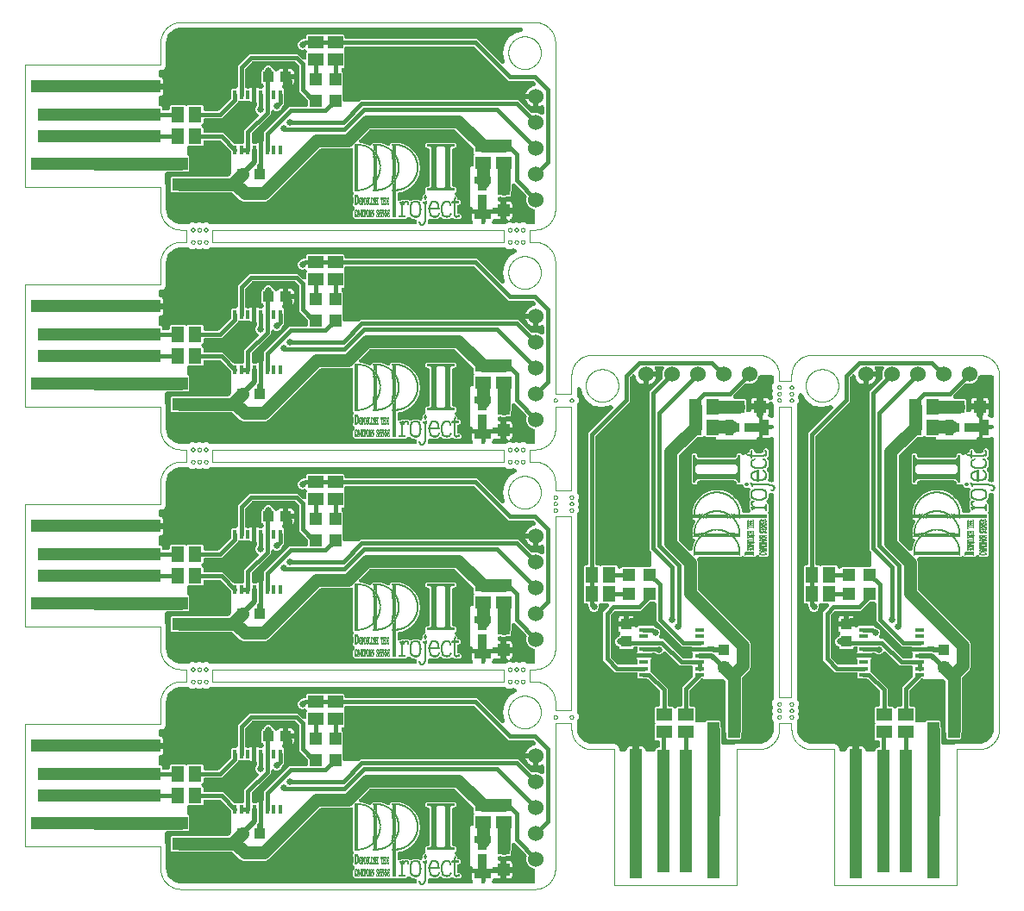
<source format=gtl>
G04 EAGLE Gerber X2 export*
%TF.Part,Single*%
%TF.FileFunction,Other,Top Layer*%
%TF.FilePolarity,Positive*%
%TF.GenerationSoftware,Autodesk,EAGLE,9.4.0*%
%TF.CreationDate,2019-06-23T03:17:36Z*%
G75*
%MOMM*%
%FSLAX34Y34*%
%LPD*%
%INTop Layer*%
%AMOC8*
5,1,8,0,0,1.08239X$1,22.5*%
G01*
%ADD10C,0.050000*%
%ADD11C,0.000000*%
%ADD12C,0.025400*%
%ADD13R,12.700000X1.270000*%
%ADD14R,12.065000X1.270000*%
%ADD15R,0.406400X0.914400*%
%ADD16R,1.200000X1.200000*%
%ADD17R,1.500000X1.300000*%
%ADD18R,1.300000X1.500000*%
%ADD19R,1.100000X1.000000*%
%ADD20R,1.500000X1.200000*%
%ADD21R,0.406400X0.812800*%
%ADD22R,0.304800X0.609600*%
%ADD23C,1.524000*%
%ADD24R,0.150000X0.006000*%
%ADD25R,0.198000X0.006000*%
%ADD26R,0.240000X0.006000*%
%ADD27R,0.276000X0.006000*%
%ADD28R,0.300000X0.006000*%
%ADD29R,0.330000X0.006000*%
%ADD30R,0.354000X0.006000*%
%ADD31R,0.372000X0.006000*%
%ADD32R,0.390000X0.006000*%
%ADD33R,0.414000X0.006000*%
%ADD34R,0.426000X0.006000*%
%ADD35R,0.444000X0.006000*%
%ADD36R,0.462000X0.006000*%
%ADD37R,0.474000X0.006000*%
%ADD38R,0.486000X0.006000*%
%ADD39R,0.498000X0.006000*%
%ADD40R,0.510000X0.006000*%
%ADD41R,0.522000X0.006000*%
%ADD42R,0.246000X0.006000*%
%ADD43R,0.234000X0.006000*%
%ADD44R,0.228000X0.006000*%
%ADD45R,0.216000X0.006000*%
%ADD46R,0.204000X0.006000*%
%ADD47R,0.222000X0.006000*%
%ADD48R,0.192000X0.006000*%
%ADD49R,0.210000X0.006000*%
%ADD50R,0.186000X0.006000*%
%ADD51R,0.180000X0.006000*%
%ADD52R,0.168000X0.006000*%
%ADD53R,0.162000X0.006000*%
%ADD54R,0.144000X0.006000*%
%ADD55R,0.132000X0.006000*%
%ADD56R,0.120000X0.006000*%
%ADD57R,0.108000X0.006000*%
%ADD58R,0.096000X0.006000*%
%ADD59R,0.072000X0.006000*%
%ADD60R,0.036000X0.006000*%
%ADD61R,0.282000X0.006000*%
%ADD62R,0.258000X0.006000*%
%ADD63R,0.342000X0.006000*%
%ADD64R,0.252000X0.006000*%
%ADD65R,0.384000X0.006000*%
%ADD66R,0.348000X0.006000*%
%ADD67R,0.336000X0.006000*%
%ADD68R,0.288000X0.006000*%
%ADD69R,0.324000X0.006000*%
%ADD70R,0.012000X0.006000*%
%ADD71R,0.420000X0.006000*%
%ADD72R,0.402000X0.006000*%
%ADD73R,0.054000X0.006000*%
%ADD74R,0.060000X0.006000*%
%ADD75R,0.066000X0.006000*%
%ADD76R,0.588000X0.006000*%
%ADD77R,0.492000X0.006000*%
%ADD78R,0.438000X0.006000*%
%ADD79R,0.366000X0.006000*%
%ADD80R,0.078000X0.006000*%
%ADD81R,0.090000X0.006000*%
%ADD82R,0.018000X0.006000*%
%ADD83R,0.084000X0.006000*%
%ADD84R,0.024000X0.006000*%
%ADD85R,0.030000X0.006000*%
%ADD86R,0.360000X0.006000*%
%ADD87R,0.594000X0.006000*%
%ADD88R,0.528000X0.006000*%
%ADD89R,0.396000X0.006000*%
%ADD90R,0.102000X0.006000*%
%ADD91R,0.114000X0.006000*%
%ADD92R,0.042000X0.006000*%
%ADD93R,0.552000X0.006000*%
%ADD94R,0.408000X0.006000*%
%ADD95R,0.126000X0.006000*%
%ADD96R,0.156000X0.006000*%
%ADD97R,0.576000X0.006000*%
%ADD98R,0.504000X0.006000*%
%ADD99R,0.432000X0.006000*%
%ADD100R,0.048000X0.006000*%
%ADD101R,0.600000X0.006000*%
%ADD102R,0.546000X0.006000*%
%ADD103R,0.450000X0.006000*%
%ADD104R,0.174000X0.006000*%
%ADD105R,0.624000X0.006000*%
%ADD106R,0.558000X0.006000*%
%ADD107R,0.642000X0.006000*%
%ADD108R,0.582000X0.006000*%
%ADD109R,0.564000X0.006000*%
%ADD110R,0.480000X0.006000*%
%ADD111R,0.666000X0.006000*%
%ADD112R,0.684000X0.006000*%
%ADD113R,0.618000X0.006000*%
%ADD114R,0.702000X0.006000*%
%ADD115R,0.636000X0.006000*%
%ADD116R,0.714000X0.006000*%
%ADD117R,0.648000X0.006000*%
%ADD118R,0.534000X0.006000*%
%ADD119R,0.732000X0.006000*%
%ADD120R,0.306000X0.006000*%
%ADD121R,0.318000X0.006000*%
%ADD122R,0.678000X0.006000*%
%ADD123R,0.660000X0.006000*%
%ADD124R,0.270000X0.006000*%
%ADD125R,0.294000X0.006000*%
%ADD126R,0.264000X0.006000*%
%ADD127R,0.138000X0.006000*%
%ADD128R,0.006000X0.006000*%
%ADD129R,1.104000X0.006000*%
%ADD130R,1.110000X0.006000*%
%ADD131R,1.116000X0.006000*%
%ADD132R,0.312000X0.006000*%
%ADD133R,0.378000X0.006000*%
%ADD134R,0.762000X0.006000*%
%ADD135R,0.630000X0.006000*%
%ADD136R,0.612000X0.006000*%
%ADD137R,0.570000X0.006000*%
%ADD138R,0.606000X0.006000*%
%ADD139R,0.516000X0.006000*%
%ADD140R,0.756000X0.006000*%
%ADD141R,0.750000X0.006000*%
%ADD142R,0.654000X0.006000*%
%ADD143R,0.672000X0.006000*%
%ADD144R,0.708000X0.006000*%
%ADD145R,0.744000X0.006000*%
%ADD146R,0.738000X0.006000*%
%ADD147R,0.768000X0.006000*%
%ADD148R,0.786000X0.006000*%
%ADD149R,2.760000X0.006000*%
%ADD150R,0.822000X0.006000*%
%ADD151R,0.846000X0.006000*%
%ADD152R,2.772000X0.006000*%
%ADD153R,0.810000X0.006000*%
%ADD154R,0.864000X0.006000*%
%ADD155R,0.828000X0.006000*%
%ADD156R,0.894000X0.006000*%
%ADD157R,0.888000X0.006000*%
%ADD158R,0.912000X0.006000*%
%ADD159R,0.906000X0.006000*%
%ADD160R,0.930000X0.006000*%
%ADD161R,0.924000X0.006000*%
%ADD162R,0.954000X0.006000*%
%ADD163R,0.990000X0.006000*%
%ADD164R,0.984000X0.006000*%
%ADD165R,0.900000X0.006000*%
%ADD166R,0.852000X0.006000*%
%ADD167R,0.858000X0.006000*%
%ADD168R,0.726000X0.006000*%
%ADD169R,0.690000X0.006000*%
%ADD170R,0.540000X0.006000*%
%ADD171R,0.696000X0.006000*%
%ADD172R,0.720000X0.006000*%
%ADD173R,0.774000X0.006000*%
%ADD174R,0.792000X0.006000*%
%ADD175R,0.798000X0.006000*%
%ADD176R,0.834000X0.006000*%
%ADD177R,0.870000X0.006000*%
%ADD178R,0.876000X0.006000*%
%ADD179R,0.942000X0.006000*%
%ADD180R,0.936000X0.006000*%
%ADD181R,2.784000X0.006000*%
%ADD182R,2.790000X0.006000*%
%ADD183R,0.456000X0.006000*%
%ADD184R,0.468000X0.006000*%
%ADD185R,0.966000X0.006000*%
%ADD186R,0.948000X0.006000*%
%ADD187R,0.882000X0.006000*%
%ADD188R,0.816000X0.006000*%
%ADD189R,2.778000X0.006000*%
%ADD190R,1.270000X12.700000*%
%ADD191R,1.270000X12.065000*%
%ADD192R,0.914400X0.406400*%
%ADD193R,1.000000X1.100000*%
%ADD194R,1.200000X1.500000*%
%ADD195R,0.812800X0.406400*%
%ADD196R,0.609600X0.304800*%
%ADD197R,0.006000X0.150000*%
%ADD198R,0.006000X0.198000*%
%ADD199R,0.006000X0.240000*%
%ADD200R,0.006000X0.276000*%
%ADD201R,0.006000X0.300000*%
%ADD202R,0.006000X0.330000*%
%ADD203R,0.006000X0.354000*%
%ADD204R,0.006000X0.372000*%
%ADD205R,0.006000X0.390000*%
%ADD206R,0.006000X0.414000*%
%ADD207R,0.006000X0.426000*%
%ADD208R,0.006000X0.444000*%
%ADD209R,0.006000X0.462000*%
%ADD210R,0.006000X0.474000*%
%ADD211R,0.006000X0.486000*%
%ADD212R,0.006000X0.498000*%
%ADD213R,0.006000X0.510000*%
%ADD214R,0.006000X0.522000*%
%ADD215R,0.006000X0.246000*%
%ADD216R,0.006000X0.234000*%
%ADD217R,0.006000X0.228000*%
%ADD218R,0.006000X0.216000*%
%ADD219R,0.006000X0.204000*%
%ADD220R,0.006000X0.222000*%
%ADD221R,0.006000X0.192000*%
%ADD222R,0.006000X0.210000*%
%ADD223R,0.006000X0.186000*%
%ADD224R,0.006000X0.180000*%
%ADD225R,0.006000X0.168000*%
%ADD226R,0.006000X0.162000*%
%ADD227R,0.006000X0.144000*%
%ADD228R,0.006000X0.132000*%
%ADD229R,0.006000X0.120000*%
%ADD230R,0.006000X0.108000*%
%ADD231R,0.006000X0.096000*%
%ADD232R,0.006000X0.072000*%
%ADD233R,0.006000X0.036000*%
%ADD234R,0.006000X0.282000*%
%ADD235R,0.006000X0.258000*%
%ADD236R,0.006000X0.342000*%
%ADD237R,0.006000X0.252000*%
%ADD238R,0.006000X0.384000*%
%ADD239R,0.006000X0.348000*%
%ADD240R,0.006000X0.336000*%
%ADD241R,0.006000X0.288000*%
%ADD242R,0.006000X0.324000*%
%ADD243R,0.006000X0.012000*%
%ADD244R,0.006000X0.420000*%
%ADD245R,0.006000X0.402000*%
%ADD246R,0.006000X0.054000*%
%ADD247R,0.006000X0.060000*%
%ADD248R,0.006000X0.066000*%
%ADD249R,0.006000X0.588000*%
%ADD250R,0.006000X0.492000*%
%ADD251R,0.006000X0.438000*%
%ADD252R,0.006000X0.366000*%
%ADD253R,0.006000X0.078000*%
%ADD254R,0.006000X0.090000*%
%ADD255R,0.006000X0.018000*%
%ADD256R,0.006000X0.084000*%
%ADD257R,0.006000X0.024000*%
%ADD258R,0.006000X0.030000*%
%ADD259R,0.006000X0.360000*%
%ADD260R,0.006000X0.594000*%
%ADD261R,0.006000X0.528000*%
%ADD262R,0.006000X0.396000*%
%ADD263R,0.006000X0.102000*%
%ADD264R,0.006000X0.114000*%
%ADD265R,0.006000X0.042000*%
%ADD266R,0.006000X0.552000*%
%ADD267R,0.006000X0.408000*%
%ADD268R,0.006000X0.126000*%
%ADD269R,0.006000X0.156000*%
%ADD270R,0.006000X0.576000*%
%ADD271R,0.006000X0.504000*%
%ADD272R,0.006000X0.432000*%
%ADD273R,0.006000X0.048000*%
%ADD274R,0.006000X0.600000*%
%ADD275R,0.006000X0.546000*%
%ADD276R,0.006000X0.450000*%
%ADD277R,0.006000X0.174000*%
%ADD278R,0.006000X0.624000*%
%ADD279R,0.006000X0.558000*%
%ADD280R,0.006000X0.642000*%
%ADD281R,0.006000X0.582000*%
%ADD282R,0.006000X0.564000*%
%ADD283R,0.006000X0.480000*%
%ADD284R,0.006000X0.666000*%
%ADD285R,0.006000X0.684000*%
%ADD286R,0.006000X0.618000*%
%ADD287R,0.006000X0.702000*%
%ADD288R,0.006000X0.636000*%
%ADD289R,0.006000X0.714000*%
%ADD290R,0.006000X0.648000*%
%ADD291R,0.006000X0.534000*%
%ADD292R,0.006000X0.732000*%
%ADD293R,0.006000X0.306000*%
%ADD294R,0.006000X0.318000*%
%ADD295R,0.006000X0.678000*%
%ADD296R,0.006000X0.660000*%
%ADD297R,0.006000X0.270000*%
%ADD298R,0.006000X0.294000*%
%ADD299R,0.006000X0.264000*%
%ADD300R,0.006000X0.138000*%
%ADD301R,0.006000X1.104000*%
%ADD302R,0.006000X1.110000*%
%ADD303R,0.006000X1.116000*%
%ADD304R,0.006000X0.312000*%
%ADD305R,0.006000X0.378000*%
%ADD306R,0.006000X0.762000*%
%ADD307R,0.006000X0.630000*%
%ADD308R,0.006000X0.612000*%
%ADD309R,0.006000X0.570000*%
%ADD310R,0.006000X0.606000*%
%ADD311R,0.006000X0.516000*%
%ADD312R,0.006000X0.756000*%
%ADD313R,0.006000X0.750000*%
%ADD314R,0.006000X0.654000*%
%ADD315R,0.006000X0.672000*%
%ADD316R,0.006000X0.708000*%
%ADD317R,0.006000X0.744000*%
%ADD318R,0.006000X0.738000*%
%ADD319R,0.006000X0.768000*%
%ADD320R,0.006000X0.786000*%
%ADD321R,0.006000X2.760000*%
%ADD322R,0.006000X0.822000*%
%ADD323R,0.006000X0.846000*%
%ADD324R,0.006000X2.772000*%
%ADD325R,0.006000X0.810000*%
%ADD326R,0.006000X0.864000*%
%ADD327R,0.006000X0.828000*%
%ADD328R,0.006000X0.894000*%
%ADD329R,0.006000X0.888000*%
%ADD330R,0.006000X0.912000*%
%ADD331R,0.006000X0.906000*%
%ADD332R,0.006000X0.930000*%
%ADD333R,0.006000X0.924000*%
%ADD334R,0.006000X0.954000*%
%ADD335R,0.006000X0.990000*%
%ADD336R,0.006000X0.984000*%
%ADD337R,0.006000X0.900000*%
%ADD338R,0.006000X0.852000*%
%ADD339R,0.006000X0.858000*%
%ADD340R,0.006000X0.726000*%
%ADD341R,0.006000X0.690000*%
%ADD342R,0.006000X0.540000*%
%ADD343R,0.006000X0.696000*%
%ADD344R,0.006000X0.720000*%
%ADD345R,0.006000X0.774000*%
%ADD346R,0.006000X0.792000*%
%ADD347R,0.006000X0.798000*%
%ADD348R,0.006000X0.834000*%
%ADD349R,0.006000X0.870000*%
%ADD350R,0.006000X0.876000*%
%ADD351R,0.006000X0.942000*%
%ADD352R,0.006000X0.936000*%
%ADD353R,0.006000X2.784000*%
%ADD354R,0.006000X2.790000*%
%ADD355R,0.006000X0.456000*%
%ADD356R,0.006000X0.468000*%
%ADD357R,0.006000X0.966000*%
%ADD358R,0.006000X0.948000*%
%ADD359R,0.006000X0.882000*%
%ADD360R,0.006000X0.816000*%
%ADD361R,0.006000X2.778000*%
%ADD362C,0.654800*%
%ADD363C,0.406400*%
%ADD364C,1.270000*%
%ADD365C,0.508000*%

G36*
X189482Y773179D02*
X189482Y773179D01*
X189509Y773177D01*
X189683Y773199D01*
X189856Y773217D01*
X189881Y773224D01*
X189908Y773228D01*
X190074Y773283D01*
X190241Y773335D01*
X190264Y773348D01*
X190290Y773356D01*
X190441Y773443D01*
X190595Y773527D01*
X190615Y773544D01*
X190639Y773557D01*
X190892Y773772D01*
X202223Y785103D01*
X202240Y785124D01*
X202261Y785141D01*
X202368Y785279D01*
X202478Y785415D01*
X202491Y785438D01*
X202507Y785460D01*
X202585Y785616D01*
X202667Y785770D01*
X202675Y785796D01*
X202687Y785820D01*
X202732Y785989D01*
X202782Y786156D01*
X202784Y786183D01*
X202791Y786209D01*
X202818Y786540D01*
X202818Y794382D01*
X203711Y795275D01*
X207137Y795275D01*
X207155Y795277D01*
X207173Y795275D01*
X207355Y795296D01*
X207538Y795315D01*
X207555Y795320D01*
X207572Y795322D01*
X207747Y795379D01*
X207923Y795433D01*
X207938Y795441D01*
X207955Y795447D01*
X208115Y795537D01*
X208277Y795625D01*
X208290Y795636D01*
X208306Y795645D01*
X208445Y795765D01*
X208586Y795882D01*
X208597Y795896D01*
X208611Y795908D01*
X208723Y796053D01*
X208838Y796196D01*
X208846Y796212D01*
X208857Y796226D01*
X208939Y796391D01*
X209024Y796553D01*
X209029Y796570D01*
X209037Y796586D01*
X209084Y796765D01*
X209135Y796940D01*
X209137Y796958D01*
X209141Y796975D01*
X209168Y797306D01*
X209168Y817448D01*
X220777Y829057D01*
X268173Y829057D01*
X270851Y826379D01*
X270852Y826378D01*
X273258Y823972D01*
X273265Y823967D01*
X273270Y823960D01*
X273420Y823839D01*
X273569Y823717D01*
X273577Y823713D01*
X273584Y823707D01*
X273755Y823619D01*
X273925Y823529D01*
X273933Y823526D01*
X273941Y823522D01*
X274127Y823469D01*
X274311Y823414D01*
X274320Y823413D01*
X274328Y823411D01*
X274520Y823395D01*
X274712Y823377D01*
X274721Y823378D01*
X274730Y823378D01*
X274919Y823400D01*
X275112Y823421D01*
X275121Y823424D01*
X275129Y823425D01*
X275311Y823484D01*
X275496Y823542D01*
X275504Y823547D01*
X275512Y823549D01*
X275681Y823644D01*
X275848Y823737D01*
X275855Y823743D01*
X275863Y823747D01*
X276009Y823873D01*
X276155Y823998D01*
X276161Y824005D01*
X276168Y824010D01*
X276285Y824162D01*
X276405Y824314D01*
X276409Y824322D01*
X276414Y824329D01*
X276500Y824501D01*
X276587Y824672D01*
X276590Y824681D01*
X276594Y824689D01*
X276644Y824876D01*
X276695Y825060D01*
X276696Y825069D01*
X276698Y825078D01*
X276725Y825409D01*
X276725Y830588D01*
X276765Y830663D01*
X276856Y830836D01*
X276858Y830840D01*
X276860Y830844D01*
X276915Y831034D01*
X276971Y831222D01*
X276971Y831226D01*
X276973Y831231D01*
X276989Y831424D01*
X277007Y831623D01*
X277007Y831627D01*
X277007Y831632D01*
X276986Y831824D01*
X276964Y832023D01*
X276963Y832027D01*
X276962Y832032D01*
X276902Y832220D01*
X276843Y832407D01*
X276840Y832411D01*
X276839Y832415D01*
X276744Y832586D01*
X276648Y832759D01*
X276645Y832763D01*
X276643Y832767D01*
X276514Y832917D01*
X276387Y833066D01*
X276384Y833069D01*
X276381Y833073D01*
X276227Y833193D01*
X276071Y833316D01*
X276067Y833318D01*
X276064Y833321D01*
X275889Y833409D01*
X275712Y833498D01*
X275708Y833500D01*
X275704Y833502D01*
X275514Y833554D01*
X275325Y833606D01*
X275320Y833607D01*
X275316Y833608D01*
X275122Y833621D01*
X274923Y833636D01*
X274918Y833635D01*
X274914Y833635D01*
X274721Y833610D01*
X274524Y833585D01*
X274519Y833584D01*
X274515Y833583D01*
X274199Y833482D01*
X274004Y833401D01*
X272095Y833401D01*
X270332Y834132D01*
X268982Y835482D01*
X268251Y837245D01*
X268251Y839155D01*
X268982Y840918D01*
X270332Y842268D01*
X272126Y843011D01*
X272205Y843021D01*
X272378Y843039D01*
X272403Y843046D01*
X272430Y843050D01*
X272596Y843105D01*
X272763Y843157D01*
X272786Y843170D01*
X272812Y843178D01*
X272963Y843265D01*
X273117Y843349D01*
X273137Y843366D01*
X273161Y843379D01*
X273414Y843594D01*
X273727Y843907D01*
X274694Y843907D01*
X274712Y843909D01*
X274730Y843907D01*
X274912Y843928D01*
X275095Y843947D01*
X275112Y843952D01*
X275129Y843954D01*
X275304Y844011D01*
X275480Y844065D01*
X275495Y844073D01*
X275512Y844079D01*
X275672Y844169D01*
X275834Y844257D01*
X275847Y844268D01*
X275863Y844277D01*
X276002Y844397D01*
X276143Y844514D01*
X276154Y844528D01*
X276168Y844540D01*
X276280Y844685D01*
X276395Y844828D01*
X276403Y844844D01*
X276414Y844858D01*
X276496Y845023D01*
X276581Y845185D01*
X276586Y845202D01*
X276594Y845218D01*
X276641Y845397D01*
X276692Y845572D01*
X276694Y845590D01*
X276698Y845607D01*
X276725Y845938D01*
X276725Y847482D01*
X277618Y848375D01*
X293887Y848375D01*
X294008Y848279D01*
X294150Y848163D01*
X294166Y848154D01*
X294180Y848143D01*
X294344Y848060D01*
X294506Y847974D01*
X294523Y847969D01*
X294539Y847961D01*
X294715Y847912D01*
X294892Y847859D01*
X294910Y847858D01*
X294927Y847853D01*
X295110Y847839D01*
X295293Y847823D01*
X295310Y847825D01*
X295328Y847823D01*
X295510Y847846D01*
X295693Y847866D01*
X295710Y847872D01*
X295728Y847874D01*
X295902Y847932D01*
X296077Y847988D01*
X296092Y847996D01*
X296109Y848002D01*
X296269Y848094D01*
X296429Y848182D01*
X296443Y848194D01*
X296458Y848203D01*
X296661Y848375D01*
X312932Y848375D01*
X313825Y847482D01*
X313825Y845938D01*
X313827Y845920D01*
X313825Y845902D01*
X313846Y845720D01*
X313865Y845537D01*
X313870Y845520D01*
X313872Y845503D01*
X313929Y845328D01*
X313983Y845152D01*
X313991Y845137D01*
X313997Y845120D01*
X314087Y844960D01*
X314175Y844798D01*
X314186Y844785D01*
X314195Y844769D01*
X314315Y844630D01*
X314432Y844489D01*
X314446Y844478D01*
X314458Y844464D01*
X314603Y844352D01*
X314746Y844237D01*
X314762Y844229D01*
X314776Y844218D01*
X314941Y844136D01*
X315103Y844051D01*
X315120Y844046D01*
X315136Y844038D01*
X315315Y843991D01*
X315490Y843940D01*
X315508Y843938D01*
X315525Y843934D01*
X315856Y843907D01*
X443823Y843907D01*
X467650Y820080D01*
X467655Y820076D01*
X467659Y820071D01*
X467812Y819948D01*
X467961Y819825D01*
X467967Y819822D01*
X467972Y819818D01*
X468147Y819727D01*
X468317Y819637D01*
X468323Y819635D01*
X468329Y819632D01*
X468518Y819577D01*
X468703Y819522D01*
X468709Y819521D01*
X468716Y819519D01*
X468908Y819503D01*
X469104Y819485D01*
X469111Y819486D01*
X469117Y819486D01*
X469307Y819507D01*
X469504Y819529D01*
X469511Y819531D01*
X469517Y819532D01*
X469701Y819591D01*
X469888Y819650D01*
X469894Y819654D01*
X469900Y819656D01*
X470072Y819752D01*
X470240Y819845D01*
X470245Y819849D01*
X470251Y819853D01*
X470400Y819981D01*
X470547Y820106D01*
X470551Y820111D01*
X470556Y820115D01*
X470676Y820269D01*
X470797Y820422D01*
X470800Y820428D01*
X470804Y820433D01*
X470891Y820607D01*
X470979Y820781D01*
X470981Y820787D01*
X470984Y820793D01*
X471034Y820979D01*
X471087Y821168D01*
X471088Y821175D01*
X471089Y821182D01*
X471102Y821373D01*
X471117Y821570D01*
X471116Y821577D01*
X471116Y821583D01*
X471078Y821913D01*
X469410Y830300D01*
X471031Y838448D01*
X475646Y845355D01*
X482553Y849970D01*
X487457Y850946D01*
X487459Y850946D01*
X487461Y850947D01*
X487650Y851005D01*
X487842Y851063D01*
X487844Y851064D01*
X487846Y851065D01*
X488021Y851160D01*
X488196Y851254D01*
X488198Y851255D01*
X488200Y851257D01*
X488350Y851382D01*
X488506Y851511D01*
X488507Y851513D01*
X488509Y851514D01*
X488629Y851664D01*
X488759Y851824D01*
X488760Y851826D01*
X488761Y851828D01*
X488851Y852001D01*
X488945Y852181D01*
X488946Y852184D01*
X488947Y852185D01*
X489001Y852372D01*
X489058Y852568D01*
X489058Y852570D01*
X489058Y852572D01*
X489075Y852775D01*
X489091Y852969D01*
X489091Y852971D01*
X489091Y852974D01*
X489068Y853176D01*
X489045Y853369D01*
X489045Y853371D01*
X489044Y853373D01*
X488982Y853565D01*
X488921Y853752D01*
X488920Y853754D01*
X488920Y853756D01*
X488821Y853930D01*
X488724Y854103D01*
X488723Y854105D01*
X488722Y854107D01*
X488590Y854259D01*
X488462Y854408D01*
X488460Y854410D01*
X488458Y854412D01*
X488303Y854532D01*
X488144Y854656D01*
X488142Y854657D01*
X488140Y854658D01*
X487963Y854747D01*
X487784Y854836D01*
X487782Y854837D01*
X487780Y854838D01*
X487579Y854892D01*
X487395Y854941D01*
X487393Y854942D01*
X487391Y854942D01*
X487060Y854969D01*
X154814Y854969D01*
X154810Y854969D01*
X153349Y854969D01*
X153283Y854963D01*
X153189Y854963D01*
X151213Y854808D01*
X151141Y854795D01*
X151068Y854791D01*
X150903Y854752D01*
X150817Y854737D01*
X150786Y854725D01*
X150745Y854715D01*
X146985Y853494D01*
X146845Y853433D01*
X146702Y853378D01*
X146655Y853350D01*
X146616Y853333D01*
X146546Y853283D01*
X146419Y853206D01*
X143220Y850883D01*
X143106Y850782D01*
X142987Y850686D01*
X142951Y850644D01*
X142920Y850616D01*
X142868Y850547D01*
X142771Y850434D01*
X140447Y847237D01*
X140369Y847105D01*
X140286Y846977D01*
X140265Y846926D01*
X140243Y846889D01*
X140215Y846808D01*
X140158Y846670D01*
X138936Y842911D01*
X138920Y842840D01*
X138896Y842771D01*
X138868Y842603D01*
X138850Y842518D01*
X138849Y842485D01*
X138843Y842443D01*
X138687Y840467D01*
X138688Y840401D01*
X138680Y840309D01*
X138680Y840276D01*
X138680Y840275D01*
X138680Y840274D01*
X138680Y818634D01*
X138680Y817661D01*
X138150Y816383D01*
X138150Y816382D01*
X137868Y815701D01*
X137126Y814960D01*
X136369Y814202D01*
X135501Y813843D01*
X134409Y813390D01*
X133365Y813390D01*
X133350Y813390D01*
X133332Y813389D01*
X133314Y813390D01*
X133132Y813369D01*
X132949Y813351D01*
X132932Y813345D01*
X132915Y813343D01*
X132740Y813286D01*
X132564Y813232D01*
X132549Y813224D01*
X132532Y813218D01*
X132372Y813128D01*
X132210Y813041D01*
X132197Y813029D01*
X132181Y813020D01*
X132042Y812900D01*
X131901Y812783D01*
X131890Y812769D01*
X131877Y812757D01*
X131764Y812612D01*
X131649Y812469D01*
X131641Y812453D01*
X131630Y812439D01*
X131548Y812274D01*
X131463Y812112D01*
X131458Y812095D01*
X131450Y812079D01*
X131403Y811901D01*
X131352Y811725D01*
X131350Y811707D01*
X131346Y811690D01*
X131319Y811359D01*
X131319Y808053D01*
X131321Y808035D01*
X131319Y808018D01*
X131340Y807835D01*
X131359Y807653D01*
X131364Y807635D01*
X131366Y807618D01*
X131423Y807443D01*
X131477Y807268D01*
X131485Y807252D01*
X131491Y807235D01*
X131581Y807075D01*
X131669Y806914D01*
X131680Y806900D01*
X131689Y806884D01*
X131809Y806745D01*
X131926Y806604D01*
X131940Y806593D01*
X131952Y806580D01*
X132097Y806467D01*
X132240Y806352D01*
X132256Y806344D01*
X132270Y806333D01*
X132435Y806251D01*
X132597Y806167D01*
X132614Y806162D01*
X132631Y806154D01*
X132809Y806106D01*
X132984Y806055D01*
X133002Y806054D01*
X133019Y806049D01*
X133350Y806022D01*
X133685Y806022D01*
X134331Y805849D01*
X134910Y805514D01*
X135383Y805041D01*
X135718Y804462D01*
X135891Y803816D01*
X135891Y800305D01*
X133350Y800305D01*
X133332Y800304D01*
X133314Y800305D01*
X133132Y800284D01*
X132949Y800266D01*
X132932Y800260D01*
X132915Y800258D01*
X132740Y800201D01*
X132564Y800147D01*
X132549Y800139D01*
X132532Y800133D01*
X132372Y800043D01*
X132210Y799956D01*
X132197Y799944D01*
X132181Y799935D01*
X132042Y799815D01*
X131901Y799698D01*
X131890Y799684D01*
X131877Y799672D01*
X131764Y799527D01*
X131649Y799384D01*
X131641Y799368D01*
X131630Y799354D01*
X131548Y799189D01*
X131463Y799027D01*
X131458Y799010D01*
X131450Y798994D01*
X131403Y798816D01*
X131352Y798640D01*
X131350Y798622D01*
X131346Y798605D01*
X131319Y798274D01*
X131319Y795988D01*
X131321Y795970D01*
X131319Y795953D01*
X131340Y795770D01*
X131359Y795588D01*
X131364Y795570D01*
X131366Y795553D01*
X131423Y795378D01*
X131477Y795203D01*
X131485Y795187D01*
X131491Y795170D01*
X131581Y795010D01*
X131669Y794849D01*
X131680Y794835D01*
X131689Y794819D01*
X131809Y794680D01*
X131926Y794539D01*
X131940Y794528D01*
X131952Y794515D01*
X132097Y794402D01*
X132240Y794287D01*
X132256Y794279D01*
X132270Y794268D01*
X132435Y794186D01*
X132597Y794101D01*
X132614Y794097D01*
X132631Y794089D01*
X132809Y794041D01*
X132984Y793990D01*
X133002Y793989D01*
X133019Y793984D01*
X133350Y793957D01*
X135891Y793957D01*
X135891Y790447D01*
X135718Y789801D01*
X135383Y789221D01*
X134910Y788748D01*
X134331Y788414D01*
X133685Y788240D01*
X133350Y788240D01*
X133332Y788239D01*
X133314Y788240D01*
X133132Y788219D01*
X132949Y788201D01*
X132932Y788195D01*
X132915Y788193D01*
X132740Y788136D01*
X132564Y788082D01*
X132549Y788074D01*
X132532Y788068D01*
X132372Y787978D01*
X132210Y787891D01*
X132197Y787879D01*
X132181Y787870D01*
X132042Y787750D01*
X131901Y787633D01*
X131890Y787619D01*
X131877Y787607D01*
X131764Y787462D01*
X131649Y787319D01*
X131641Y787303D01*
X131630Y787289D01*
X131548Y787124D01*
X131463Y786962D01*
X131458Y786945D01*
X131450Y786929D01*
X131403Y786751D01*
X131352Y786575D01*
X131350Y786557D01*
X131346Y786540D01*
X131319Y786209D01*
X131319Y779732D01*
X131321Y779714D01*
X131319Y779697D01*
X131340Y779514D01*
X131359Y779332D01*
X131364Y779314D01*
X131366Y779297D01*
X131423Y779122D01*
X131477Y778947D01*
X131485Y778931D01*
X131491Y778914D01*
X131581Y778754D01*
X131669Y778593D01*
X131680Y778579D01*
X131689Y778563D01*
X131809Y778424D01*
X131926Y778283D01*
X131940Y778272D01*
X131952Y778259D01*
X132097Y778146D01*
X132240Y778031D01*
X132256Y778023D01*
X132270Y778012D01*
X132435Y777930D01*
X132597Y777846D01*
X132614Y777841D01*
X132631Y777833D01*
X132809Y777785D01*
X132984Y777734D01*
X133002Y777733D01*
X133019Y777728D01*
X133350Y777701D01*
X133982Y777701D01*
X134875Y776808D01*
X134875Y775414D01*
X134877Y775396D01*
X134875Y775379D01*
X134896Y775196D01*
X134915Y775014D01*
X134920Y774996D01*
X134922Y774979D01*
X134979Y774804D01*
X135033Y774629D01*
X135041Y774613D01*
X135047Y774596D01*
X135137Y774436D01*
X135225Y774275D01*
X135236Y774261D01*
X135245Y774245D01*
X135365Y774106D01*
X135482Y773965D01*
X135496Y773954D01*
X135508Y773941D01*
X135653Y773828D01*
X135796Y773713D01*
X135812Y773705D01*
X135826Y773694D01*
X135991Y773612D01*
X136153Y773528D01*
X136170Y773523D01*
X136186Y773515D01*
X136365Y773467D01*
X136540Y773416D01*
X136558Y773415D01*
X136575Y773410D01*
X136906Y773383D01*
X140194Y773383D01*
X140212Y773385D01*
X140230Y773383D01*
X140412Y773405D01*
X140595Y773423D01*
X140612Y773428D01*
X140629Y773430D01*
X140804Y773487D01*
X140980Y773541D01*
X140995Y773549D01*
X141012Y773555D01*
X141172Y773645D01*
X141334Y773733D01*
X141347Y773744D01*
X141363Y773753D01*
X141502Y773873D01*
X141643Y773990D01*
X141654Y774004D01*
X141668Y774016D01*
X141780Y774161D01*
X141895Y774304D01*
X141903Y774320D01*
X141914Y774334D01*
X141996Y774499D01*
X142081Y774662D01*
X142086Y774679D01*
X142094Y774695D01*
X142141Y774873D01*
X142192Y775048D01*
X142194Y775066D01*
X142198Y775083D01*
X142225Y775414D01*
X142225Y777752D01*
X143118Y778645D01*
X157393Y778645D01*
X157483Y778574D01*
X157625Y778458D01*
X157641Y778449D01*
X157655Y778438D01*
X157819Y778355D01*
X157981Y778269D01*
X157998Y778264D01*
X158014Y778256D01*
X158191Y778206D01*
X158367Y778154D01*
X158385Y778153D01*
X158402Y778148D01*
X158585Y778134D01*
X158768Y778118D01*
X158786Y778120D01*
X158803Y778118D01*
X158985Y778141D01*
X159168Y778161D01*
X159185Y778167D01*
X159203Y778169D01*
X159376Y778227D01*
X159552Y778283D01*
X159568Y778291D01*
X159584Y778297D01*
X159744Y778389D01*
X159904Y778477D01*
X159918Y778489D01*
X159933Y778498D01*
X160106Y778645D01*
X174382Y778645D01*
X175275Y777752D01*
X175275Y775208D01*
X175277Y775190D01*
X175275Y775172D01*
X175296Y774990D01*
X175315Y774807D01*
X175320Y774790D01*
X175322Y774773D01*
X175379Y774598D01*
X175433Y774422D01*
X175441Y774407D01*
X175447Y774390D01*
X175537Y774230D01*
X175625Y774068D01*
X175636Y774055D01*
X175645Y774039D01*
X175765Y773900D01*
X175882Y773759D01*
X175896Y773748D01*
X175908Y773734D01*
X176053Y773622D01*
X176196Y773507D01*
X176212Y773499D01*
X176226Y773488D01*
X176391Y773406D01*
X176553Y773321D01*
X176570Y773316D01*
X176586Y773308D01*
X176765Y773261D01*
X176940Y773210D01*
X176958Y773208D01*
X176975Y773204D01*
X177306Y773177D01*
X189455Y773177D01*
X189482Y773179D01*
G37*
G36*
X588965Y144021D02*
X588965Y144021D01*
X588982Y144019D01*
X589165Y144040D01*
X589347Y144059D01*
X589365Y144064D01*
X589382Y144066D01*
X589557Y144123D01*
X589732Y144177D01*
X589748Y144185D01*
X589765Y144191D01*
X589925Y144281D01*
X590086Y144369D01*
X590100Y144380D01*
X590116Y144389D01*
X590255Y144509D01*
X590396Y144626D01*
X590407Y144640D01*
X590420Y144652D01*
X590533Y144797D01*
X590648Y144940D01*
X590656Y144956D01*
X590667Y144970D01*
X590749Y145135D01*
X590833Y145297D01*
X590838Y145314D01*
X590846Y145331D01*
X590894Y145509D01*
X590945Y145684D01*
X590946Y145702D01*
X590951Y145719D01*
X590978Y146050D01*
X590978Y146385D01*
X591151Y147031D01*
X591486Y147610D01*
X591959Y148083D01*
X592538Y148418D01*
X593184Y148591D01*
X596695Y148591D01*
X596695Y146050D01*
X596696Y146032D01*
X596695Y146014D01*
X596716Y145832D01*
X596734Y145649D01*
X596740Y145632D01*
X596742Y145615D01*
X596799Y145440D01*
X596853Y145264D01*
X596861Y145249D01*
X596867Y145232D01*
X596957Y145072D01*
X597044Y144910D01*
X597056Y144897D01*
X597064Y144881D01*
X597185Y144742D01*
X597302Y144601D01*
X597316Y144590D01*
X597328Y144577D01*
X597473Y144464D01*
X597616Y144349D01*
X597632Y144341D01*
X597646Y144330D01*
X597811Y144248D01*
X597973Y144163D01*
X597990Y144158D01*
X598006Y144150D01*
X598184Y144103D01*
X598360Y144052D01*
X598378Y144050D01*
X598395Y144046D01*
X598726Y144019D01*
X601012Y144019D01*
X601030Y144021D01*
X601047Y144019D01*
X601230Y144040D01*
X601412Y144059D01*
X601430Y144064D01*
X601447Y144066D01*
X601622Y144123D01*
X601797Y144177D01*
X601813Y144185D01*
X601830Y144191D01*
X601990Y144281D01*
X602151Y144369D01*
X602165Y144380D01*
X602181Y144389D01*
X602320Y144509D01*
X602461Y144626D01*
X602472Y144640D01*
X602485Y144652D01*
X602598Y144797D01*
X602713Y144940D01*
X602721Y144956D01*
X602732Y144970D01*
X602814Y145135D01*
X602898Y145297D01*
X602903Y145314D01*
X602911Y145331D01*
X602959Y145509D01*
X603010Y145684D01*
X603011Y145702D01*
X603016Y145719D01*
X603043Y146050D01*
X603043Y148591D01*
X606553Y148591D01*
X607199Y148418D01*
X607779Y148083D01*
X608252Y147610D01*
X608586Y147031D01*
X608760Y146385D01*
X608760Y146050D01*
X608761Y146032D01*
X608760Y146014D01*
X608781Y145832D01*
X608799Y145649D01*
X608805Y145632D01*
X608807Y145615D01*
X608864Y145440D01*
X608918Y145264D01*
X608926Y145249D01*
X608932Y145232D01*
X609022Y145072D01*
X609109Y144910D01*
X609121Y144897D01*
X609130Y144881D01*
X609250Y144742D01*
X609367Y144601D01*
X609381Y144590D01*
X609393Y144577D01*
X609538Y144464D01*
X609681Y144349D01*
X609697Y144341D01*
X609711Y144330D01*
X609876Y144248D01*
X610038Y144163D01*
X610055Y144158D01*
X610071Y144150D01*
X610249Y144103D01*
X610425Y144052D01*
X610443Y144050D01*
X610460Y144046D01*
X610791Y144019D01*
X617268Y144019D01*
X617286Y144021D01*
X617303Y144019D01*
X617486Y144040D01*
X617668Y144059D01*
X617686Y144064D01*
X617703Y144066D01*
X617878Y144123D01*
X618053Y144177D01*
X618069Y144185D01*
X618086Y144191D01*
X618246Y144281D01*
X618407Y144369D01*
X618421Y144380D01*
X618437Y144389D01*
X618576Y144509D01*
X618717Y144626D01*
X618728Y144640D01*
X618741Y144652D01*
X618854Y144797D01*
X618969Y144940D01*
X618977Y144956D01*
X618988Y144970D01*
X619070Y145135D01*
X619154Y145297D01*
X619159Y145314D01*
X619167Y145331D01*
X619215Y145509D01*
X619266Y145684D01*
X619267Y145702D01*
X619272Y145719D01*
X619299Y146050D01*
X619299Y146682D01*
X620192Y147575D01*
X621586Y147575D01*
X621604Y147577D01*
X621621Y147575D01*
X621804Y147596D01*
X621986Y147615D01*
X622004Y147620D01*
X622021Y147622D01*
X622196Y147679D01*
X622371Y147733D01*
X622387Y147741D01*
X622404Y147747D01*
X622564Y147837D01*
X622725Y147925D01*
X622739Y147936D01*
X622755Y147945D01*
X622894Y148065D01*
X623035Y148182D01*
X623046Y148196D01*
X623059Y148208D01*
X623172Y148353D01*
X623287Y148496D01*
X623295Y148512D01*
X623306Y148526D01*
X623388Y148691D01*
X623472Y148853D01*
X623477Y148870D01*
X623485Y148886D01*
X623533Y149065D01*
X623584Y149240D01*
X623585Y149258D01*
X623590Y149275D01*
X623617Y149606D01*
X623617Y152894D01*
X623615Y152912D01*
X623617Y152930D01*
X623595Y153112D01*
X623577Y153295D01*
X623572Y153312D01*
X623570Y153329D01*
X623513Y153504D01*
X623459Y153680D01*
X623451Y153695D01*
X623445Y153712D01*
X623355Y153872D01*
X623267Y154034D01*
X623256Y154047D01*
X623247Y154063D01*
X623127Y154202D01*
X623010Y154343D01*
X622996Y154354D01*
X622984Y154368D01*
X622839Y154480D01*
X622696Y154595D01*
X622680Y154603D01*
X622666Y154614D01*
X622501Y154696D01*
X622338Y154781D01*
X622321Y154786D01*
X622305Y154794D01*
X622127Y154841D01*
X621952Y154892D01*
X621934Y154894D01*
X621917Y154898D01*
X621586Y154925D01*
X619248Y154925D01*
X618355Y155818D01*
X618355Y170093D01*
X618426Y170183D01*
X618542Y170325D01*
X618551Y170341D01*
X618562Y170355D01*
X618645Y170519D01*
X618731Y170681D01*
X618736Y170698D01*
X618744Y170714D01*
X618794Y170891D01*
X618846Y171067D01*
X618847Y171085D01*
X618852Y171102D01*
X618866Y171285D01*
X618882Y171468D01*
X618880Y171486D01*
X618882Y171503D01*
X618859Y171685D01*
X618839Y171868D01*
X618833Y171885D01*
X618831Y171903D01*
X618773Y172076D01*
X618717Y172252D01*
X618709Y172268D01*
X618703Y172284D01*
X618611Y172444D01*
X618523Y172604D01*
X618511Y172618D01*
X618502Y172633D01*
X618355Y172806D01*
X618355Y187082D01*
X619248Y187975D01*
X621792Y187975D01*
X621810Y187977D01*
X621828Y187975D01*
X622010Y187996D01*
X622193Y188015D01*
X622210Y188020D01*
X622227Y188022D01*
X622402Y188079D01*
X622578Y188133D01*
X622593Y188141D01*
X622610Y188147D01*
X622770Y188237D01*
X622932Y188325D01*
X622945Y188336D01*
X622961Y188345D01*
X623100Y188465D01*
X623241Y188582D01*
X623252Y188596D01*
X623266Y188608D01*
X623378Y188753D01*
X623493Y188896D01*
X623501Y188912D01*
X623512Y188926D01*
X623594Y189091D01*
X623679Y189253D01*
X623684Y189270D01*
X623692Y189286D01*
X623739Y189465D01*
X623790Y189640D01*
X623792Y189658D01*
X623796Y189675D01*
X623823Y190006D01*
X623823Y202155D01*
X623821Y202182D01*
X623823Y202209D01*
X623801Y202383D01*
X623783Y202556D01*
X623776Y202581D01*
X623772Y202608D01*
X623717Y202774D01*
X623665Y202941D01*
X623652Y202964D01*
X623644Y202990D01*
X623557Y203141D01*
X623473Y203295D01*
X623456Y203315D01*
X623443Y203339D01*
X623228Y203592D01*
X611897Y214923D01*
X611876Y214940D01*
X611858Y214961D01*
X611721Y215068D01*
X611585Y215178D01*
X611562Y215191D01*
X611540Y215207D01*
X611383Y215285D01*
X611229Y215367D01*
X611204Y215375D01*
X611180Y215387D01*
X611010Y215432D01*
X610844Y215482D01*
X610817Y215484D01*
X610791Y215491D01*
X610460Y215518D01*
X602618Y215518D01*
X601725Y216411D01*
X601725Y219837D01*
X601723Y219855D01*
X601725Y219873D01*
X601704Y220055D01*
X601685Y220238D01*
X601680Y220255D01*
X601678Y220272D01*
X601621Y220447D01*
X601567Y220623D01*
X601559Y220638D01*
X601553Y220655D01*
X601463Y220815D01*
X601375Y220977D01*
X601364Y220990D01*
X601355Y221006D01*
X601235Y221145D01*
X601118Y221286D01*
X601104Y221297D01*
X601092Y221311D01*
X600947Y221423D01*
X600804Y221538D01*
X600788Y221546D01*
X600774Y221557D01*
X600609Y221639D01*
X600447Y221724D01*
X600430Y221729D01*
X600414Y221737D01*
X600235Y221784D01*
X600060Y221835D01*
X600042Y221837D01*
X600025Y221841D01*
X599694Y221868D01*
X579552Y221868D01*
X567943Y233477D01*
X567943Y280873D01*
X570622Y283552D01*
X573028Y285958D01*
X573033Y285965D01*
X573040Y285970D01*
X573161Y286120D01*
X573283Y286269D01*
X573287Y286277D01*
X573293Y286284D01*
X573381Y286454D01*
X573471Y286625D01*
X573474Y286634D01*
X573478Y286641D01*
X573531Y286826D01*
X573586Y287011D01*
X573587Y287020D01*
X573589Y287028D01*
X573605Y287219D01*
X573623Y287412D01*
X573622Y287421D01*
X573622Y287430D01*
X573600Y287618D01*
X573579Y287812D01*
X573576Y287821D01*
X573575Y287829D01*
X573516Y288011D01*
X573458Y288196D01*
X573453Y288204D01*
X573451Y288212D01*
X573356Y288381D01*
X573263Y288548D01*
X573257Y288555D01*
X573253Y288563D01*
X573127Y288709D01*
X573002Y288855D01*
X572995Y288861D01*
X572990Y288868D01*
X572838Y288985D01*
X572686Y289105D01*
X572678Y289109D01*
X572671Y289114D01*
X572499Y289200D01*
X572328Y289287D01*
X572319Y289290D01*
X572311Y289294D01*
X572125Y289344D01*
X571940Y289395D01*
X571931Y289396D01*
X571922Y289398D01*
X571591Y289425D01*
X566412Y289425D01*
X566335Y289466D01*
X566164Y289556D01*
X566160Y289558D01*
X566156Y289560D01*
X565968Y289615D01*
X565778Y289671D01*
X565773Y289671D01*
X565769Y289673D01*
X565578Y289689D01*
X565377Y289707D01*
X565372Y289707D01*
X565368Y289707D01*
X565177Y289686D01*
X564977Y289664D01*
X564972Y289663D01*
X564968Y289662D01*
X564781Y289602D01*
X564593Y289543D01*
X564589Y289540D01*
X564585Y289539D01*
X564410Y289442D01*
X564241Y289348D01*
X564237Y289345D01*
X564233Y289343D01*
X564082Y289213D01*
X563934Y289087D01*
X563931Y289084D01*
X563927Y289081D01*
X563806Y288926D01*
X563684Y288771D01*
X563682Y288767D01*
X563679Y288764D01*
X563591Y288587D01*
X563502Y288412D01*
X563500Y288408D01*
X563498Y288404D01*
X563447Y288217D01*
X563394Y288024D01*
X563393Y288020D01*
X563392Y288016D01*
X563379Y287824D01*
X563364Y287623D01*
X563365Y287618D01*
X563365Y287614D01*
X563390Y287423D01*
X563415Y287223D01*
X563416Y287219D01*
X563417Y287215D01*
X563518Y286899D01*
X563599Y286705D01*
X563599Y284795D01*
X562868Y283032D01*
X561518Y281682D01*
X559755Y280951D01*
X557845Y280951D01*
X556082Y281682D01*
X554732Y283032D01*
X553989Y284826D01*
X553979Y284905D01*
X553961Y285078D01*
X553954Y285103D01*
X553950Y285130D01*
X553895Y285296D01*
X553843Y285463D01*
X553830Y285486D01*
X553822Y285512D01*
X553735Y285663D01*
X553651Y285817D01*
X553634Y285837D01*
X553621Y285861D01*
X553406Y286114D01*
X553093Y286427D01*
X553093Y287394D01*
X553091Y287412D01*
X553093Y287430D01*
X553072Y287612D01*
X553053Y287795D01*
X553048Y287812D01*
X553046Y287829D01*
X552989Y288004D01*
X552935Y288180D01*
X552927Y288195D01*
X552921Y288212D01*
X552831Y288372D01*
X552743Y288534D01*
X552732Y288547D01*
X552723Y288563D01*
X552603Y288702D01*
X552486Y288843D01*
X552472Y288854D01*
X552460Y288868D01*
X552315Y288980D01*
X552172Y289095D01*
X552156Y289103D01*
X552142Y289114D01*
X551977Y289196D01*
X551815Y289281D01*
X551798Y289286D01*
X551782Y289294D01*
X551603Y289341D01*
X551428Y289392D01*
X551410Y289394D01*
X551393Y289398D01*
X551062Y289425D01*
X549518Y289425D01*
X548625Y290318D01*
X548625Y306587D01*
X548721Y306708D01*
X548837Y306850D01*
X548846Y306866D01*
X548857Y306880D01*
X548940Y307044D01*
X549026Y307206D01*
X549031Y307223D01*
X549039Y307239D01*
X549088Y307415D01*
X549141Y307592D01*
X549142Y307610D01*
X549147Y307627D01*
X549161Y307810D01*
X549177Y307993D01*
X549175Y308010D01*
X549177Y308028D01*
X549154Y308210D01*
X549134Y308393D01*
X549128Y308410D01*
X549126Y308428D01*
X549068Y308602D01*
X549012Y308777D01*
X549004Y308792D01*
X548998Y308809D01*
X548906Y308969D01*
X548818Y309129D01*
X548806Y309143D01*
X548797Y309158D01*
X548625Y309361D01*
X548625Y325632D01*
X549518Y326525D01*
X551062Y326525D01*
X551080Y326527D01*
X551098Y326525D01*
X551280Y326546D01*
X551463Y326565D01*
X551480Y326570D01*
X551497Y326572D01*
X551672Y326629D01*
X551848Y326683D01*
X551863Y326691D01*
X551880Y326697D01*
X552040Y326787D01*
X552202Y326875D01*
X552215Y326886D01*
X552231Y326895D01*
X552370Y327015D01*
X552511Y327132D01*
X552522Y327146D01*
X552536Y327158D01*
X552648Y327303D01*
X552763Y327446D01*
X552771Y327462D01*
X552782Y327476D01*
X552864Y327641D01*
X552949Y327803D01*
X552954Y327820D01*
X552962Y327836D01*
X553009Y328015D01*
X553060Y328190D01*
X553062Y328208D01*
X553066Y328225D01*
X553093Y328556D01*
X553093Y456523D01*
X555772Y459202D01*
X576920Y480350D01*
X576924Y480355D01*
X576929Y480359D01*
X577051Y480511D01*
X577175Y480661D01*
X577178Y480667D01*
X577182Y480672D01*
X577273Y480846D01*
X577363Y481017D01*
X577365Y481023D01*
X577368Y481029D01*
X577423Y481218D01*
X577478Y481403D01*
X577479Y481409D01*
X577481Y481416D01*
X577497Y481608D01*
X577515Y481804D01*
X577514Y481811D01*
X577514Y481817D01*
X577493Y482007D01*
X577471Y482204D01*
X577469Y482211D01*
X577468Y482217D01*
X577409Y482399D01*
X577350Y482588D01*
X577346Y482594D01*
X577344Y482600D01*
X577248Y482771D01*
X577155Y482940D01*
X577151Y482945D01*
X577147Y482951D01*
X577019Y483100D01*
X576894Y483247D01*
X576889Y483251D01*
X576885Y483256D01*
X576731Y483376D01*
X576578Y483497D01*
X576572Y483500D01*
X576567Y483504D01*
X576394Y483591D01*
X576219Y483679D01*
X576213Y483681D01*
X576207Y483684D01*
X576021Y483734D01*
X575832Y483787D01*
X575825Y483788D01*
X575818Y483789D01*
X575627Y483802D01*
X575430Y483817D01*
X575423Y483816D01*
X575417Y483816D01*
X575087Y483778D01*
X566700Y482110D01*
X558552Y483731D01*
X551645Y488346D01*
X547030Y495253D01*
X546054Y500157D01*
X546054Y500159D01*
X546053Y500161D01*
X545995Y500350D01*
X545937Y500542D01*
X545936Y500544D01*
X545935Y500546D01*
X545840Y500721D01*
X545746Y500896D01*
X545745Y500898D01*
X545743Y500900D01*
X545620Y501048D01*
X545489Y501206D01*
X545487Y501207D01*
X545486Y501209D01*
X545331Y501333D01*
X545176Y501459D01*
X545174Y501460D01*
X545172Y501461D01*
X544996Y501553D01*
X544819Y501645D01*
X544817Y501646D01*
X544815Y501647D01*
X544623Y501702D01*
X544432Y501758D01*
X544430Y501758D01*
X544428Y501758D01*
X544225Y501775D01*
X544031Y501791D01*
X544029Y501791D01*
X544026Y501791D01*
X543824Y501768D01*
X543631Y501745D01*
X543629Y501745D01*
X543627Y501744D01*
X543433Y501681D01*
X543248Y501621D01*
X543246Y501620D01*
X543244Y501620D01*
X543065Y501519D01*
X542897Y501424D01*
X542895Y501423D01*
X542893Y501422D01*
X542741Y501290D01*
X542592Y501162D01*
X542590Y501160D01*
X542588Y501158D01*
X542468Y501003D01*
X542344Y500844D01*
X542343Y500842D01*
X542342Y500840D01*
X542250Y500656D01*
X542164Y500484D01*
X542163Y500482D01*
X542162Y500480D01*
X542106Y500271D01*
X542059Y500095D01*
X542058Y500093D01*
X542058Y500091D01*
X542031Y499760D01*
X542031Y494121D01*
X542033Y494094D01*
X542031Y494067D01*
X542053Y493894D01*
X542071Y493720D01*
X542078Y493695D01*
X542082Y493668D01*
X542137Y493502D01*
X542189Y493335D01*
X542202Y493312D01*
X542210Y493286D01*
X542297Y493135D01*
X542381Y492981D01*
X542398Y492961D01*
X542411Y492937D01*
X542471Y492866D01*
X543531Y490309D01*
X543531Y487591D01*
X542466Y485020D01*
X542371Y484904D01*
X542358Y484880D01*
X542342Y484859D01*
X542264Y484702D01*
X542182Y484548D01*
X542174Y484523D01*
X542162Y484499D01*
X542117Y484329D01*
X542067Y484162D01*
X542065Y484136D01*
X542058Y484110D01*
X542031Y483779D01*
X542031Y398871D01*
X542033Y398844D01*
X542031Y398817D01*
X542053Y398644D01*
X542071Y398470D01*
X542078Y398445D01*
X542082Y398418D01*
X542138Y398252D01*
X542189Y398085D01*
X542202Y398062D01*
X542210Y398036D01*
X542297Y397885D01*
X542381Y397731D01*
X542398Y397711D01*
X542411Y397687D01*
X542471Y397616D01*
X543531Y395059D01*
X543531Y392341D01*
X543100Y391302D01*
X543093Y391277D01*
X543081Y391253D01*
X543035Y391084D01*
X542984Y390917D01*
X542981Y390890D01*
X542974Y390864D01*
X542962Y390690D01*
X542946Y390516D01*
X542949Y390490D01*
X542947Y390463D01*
X542969Y390289D01*
X542987Y390116D01*
X542995Y390090D01*
X542999Y390064D01*
X543100Y389748D01*
X543531Y388709D01*
X543531Y385991D01*
X543100Y384952D01*
X543093Y384927D01*
X543081Y384903D01*
X543035Y384735D01*
X542984Y384567D01*
X542981Y384540D01*
X542974Y384514D01*
X542962Y384340D01*
X542946Y384166D01*
X542949Y384140D01*
X542947Y384113D01*
X542969Y383939D01*
X542987Y383766D01*
X542995Y383740D01*
X542999Y383714D01*
X543100Y383398D01*
X543531Y382359D01*
X543531Y379641D01*
X542466Y377070D01*
X542371Y376954D01*
X542358Y376930D01*
X542342Y376909D01*
X542264Y376752D01*
X542182Y376598D01*
X542174Y376573D01*
X542162Y376549D01*
X542117Y376379D01*
X542067Y376212D01*
X542065Y376186D01*
X542058Y376160D01*
X542031Y375829D01*
X542031Y182971D01*
X542033Y182944D01*
X542031Y182917D01*
X542053Y182744D01*
X542071Y182570D01*
X542078Y182545D01*
X542082Y182518D01*
X542137Y182352D01*
X542189Y182185D01*
X542202Y182162D01*
X542210Y182136D01*
X542297Y181985D01*
X542381Y181831D01*
X542398Y181811D01*
X542411Y181787D01*
X542471Y181716D01*
X543531Y179159D01*
X543531Y176441D01*
X542466Y173870D01*
X542371Y173754D01*
X542358Y173730D01*
X542342Y173709D01*
X542264Y173552D01*
X542182Y173398D01*
X542174Y173373D01*
X542162Y173349D01*
X542117Y173179D01*
X542067Y173012D01*
X542065Y172986D01*
X542058Y172960D01*
X542031Y172629D01*
X542031Y167514D01*
X542031Y167510D01*
X542031Y166063D01*
X542031Y166048D01*
X542037Y165983D01*
X542037Y165889D01*
X542192Y163913D01*
X542205Y163841D01*
X542209Y163768D01*
X542248Y163603D01*
X542263Y163517D01*
X542275Y163486D01*
X542285Y163445D01*
X543506Y159685D01*
X543567Y159545D01*
X543622Y159402D01*
X543650Y159355D01*
X543667Y159316D01*
X543717Y159246D01*
X543794Y159119D01*
X546117Y155920D01*
X546218Y155806D01*
X546314Y155687D01*
X546356Y155651D01*
X546384Y155620D01*
X546453Y155568D01*
X546566Y155471D01*
X549763Y153147D01*
X549895Y153070D01*
X550023Y152986D01*
X550074Y152965D01*
X550111Y152943D01*
X550192Y152916D01*
X550330Y152858D01*
X554089Y151636D01*
X554160Y151620D01*
X554229Y151596D01*
X554397Y151568D01*
X554482Y151550D01*
X554515Y151549D01*
X554557Y151543D01*
X556533Y151387D01*
X556599Y151388D01*
X556693Y151380D01*
X578366Y151380D01*
X579339Y151380D01*
X580617Y150850D01*
X580618Y150850D01*
X581299Y150568D01*
X582040Y149826D01*
X582798Y149069D01*
X583157Y148201D01*
X583610Y147109D01*
X583610Y146065D01*
X583610Y146050D01*
X583611Y146032D01*
X583610Y146014D01*
X583631Y145832D01*
X583649Y145649D01*
X583655Y145632D01*
X583657Y145615D01*
X583714Y145440D01*
X583768Y145264D01*
X583776Y145249D01*
X583782Y145232D01*
X583872Y145072D01*
X583959Y144910D01*
X583971Y144897D01*
X583980Y144881D01*
X584100Y144742D01*
X584217Y144601D01*
X584231Y144590D01*
X584243Y144577D01*
X584388Y144464D01*
X584531Y144349D01*
X584547Y144341D01*
X584561Y144330D01*
X584726Y144248D01*
X584888Y144163D01*
X584905Y144158D01*
X584921Y144150D01*
X585099Y144103D01*
X585275Y144052D01*
X585293Y144050D01*
X585310Y144046D01*
X585641Y144019D01*
X588947Y144019D01*
X588965Y144021D01*
G37*
G36*
X189482Y125479D02*
X189482Y125479D01*
X189509Y125477D01*
X189683Y125499D01*
X189856Y125517D01*
X189881Y125524D01*
X189908Y125528D01*
X190074Y125583D01*
X190241Y125635D01*
X190264Y125648D01*
X190290Y125656D01*
X190441Y125743D01*
X190595Y125827D01*
X190615Y125844D01*
X190639Y125857D01*
X190892Y126072D01*
X202223Y137403D01*
X202240Y137424D01*
X202261Y137441D01*
X202368Y137579D01*
X202478Y137715D01*
X202491Y137738D01*
X202507Y137760D01*
X202585Y137916D01*
X202667Y138070D01*
X202675Y138096D01*
X202687Y138120D01*
X202732Y138289D01*
X202782Y138456D01*
X202784Y138483D01*
X202791Y138509D01*
X202818Y138840D01*
X202818Y146682D01*
X203711Y147575D01*
X207137Y147575D01*
X207155Y147577D01*
X207173Y147575D01*
X207355Y147596D01*
X207538Y147615D01*
X207555Y147620D01*
X207572Y147622D01*
X207747Y147679D01*
X207923Y147733D01*
X207938Y147741D01*
X207955Y147747D01*
X208115Y147837D01*
X208277Y147925D01*
X208290Y147936D01*
X208306Y147945D01*
X208445Y148065D01*
X208586Y148182D01*
X208597Y148196D01*
X208611Y148208D01*
X208723Y148353D01*
X208838Y148496D01*
X208846Y148512D01*
X208857Y148526D01*
X208939Y148691D01*
X209024Y148853D01*
X209029Y148870D01*
X209037Y148886D01*
X209084Y149065D01*
X209135Y149240D01*
X209137Y149258D01*
X209141Y149275D01*
X209168Y149606D01*
X209168Y169748D01*
X220777Y181357D01*
X268173Y181357D01*
X270851Y178679D01*
X270852Y178678D01*
X273258Y176272D01*
X273265Y176267D01*
X273270Y176260D01*
X273420Y176139D01*
X273569Y176017D01*
X273577Y176013D01*
X273584Y176007D01*
X273755Y175919D01*
X273925Y175829D01*
X273933Y175826D01*
X273941Y175822D01*
X274127Y175769D01*
X274311Y175714D01*
X274320Y175713D01*
X274328Y175711D01*
X274520Y175695D01*
X274712Y175677D01*
X274721Y175678D01*
X274730Y175678D01*
X274919Y175700D01*
X275112Y175721D01*
X275121Y175724D01*
X275129Y175725D01*
X275311Y175784D01*
X275496Y175842D01*
X275504Y175847D01*
X275512Y175849D01*
X275681Y175944D01*
X275848Y176037D01*
X275855Y176043D01*
X275863Y176047D01*
X276009Y176173D01*
X276155Y176298D01*
X276161Y176305D01*
X276168Y176310D01*
X276285Y176462D01*
X276405Y176614D01*
X276409Y176622D01*
X276414Y176629D01*
X276500Y176801D01*
X276587Y176972D01*
X276590Y176981D01*
X276594Y176989D01*
X276644Y177176D01*
X276695Y177360D01*
X276696Y177369D01*
X276698Y177378D01*
X276725Y177709D01*
X276725Y182888D01*
X276765Y182963D01*
X276856Y183136D01*
X276858Y183140D01*
X276860Y183144D01*
X276915Y183334D01*
X276971Y183522D01*
X276971Y183526D01*
X276973Y183531D01*
X276989Y183724D01*
X277007Y183923D01*
X277007Y183927D01*
X277007Y183932D01*
X276986Y184124D01*
X276964Y184323D01*
X276963Y184327D01*
X276962Y184332D01*
X276902Y184520D01*
X276843Y184707D01*
X276840Y184711D01*
X276839Y184715D01*
X276744Y184886D01*
X276648Y185059D01*
X276645Y185063D01*
X276643Y185067D01*
X276514Y185217D01*
X276387Y185366D01*
X276384Y185369D01*
X276381Y185373D01*
X276227Y185493D01*
X276071Y185616D01*
X276067Y185618D01*
X276064Y185621D01*
X275889Y185709D01*
X275712Y185798D01*
X275708Y185800D01*
X275704Y185802D01*
X275514Y185854D01*
X275325Y185906D01*
X275320Y185907D01*
X275316Y185908D01*
X275122Y185921D01*
X274923Y185936D01*
X274918Y185935D01*
X274914Y185935D01*
X274721Y185910D01*
X274524Y185885D01*
X274519Y185884D01*
X274515Y185883D01*
X274199Y185782D01*
X274004Y185701D01*
X272095Y185701D01*
X270332Y186432D01*
X268982Y187782D01*
X268251Y189545D01*
X268251Y191455D01*
X268982Y193218D01*
X270332Y194568D01*
X272126Y195311D01*
X272205Y195321D01*
X272378Y195339D01*
X272403Y195346D01*
X272430Y195350D01*
X272596Y195405D01*
X272763Y195457D01*
X272786Y195470D01*
X272812Y195478D01*
X272963Y195565D01*
X273117Y195649D01*
X273137Y195666D01*
X273161Y195679D01*
X273414Y195894D01*
X273727Y196207D01*
X274694Y196207D01*
X274712Y196209D01*
X274730Y196207D01*
X274912Y196228D01*
X275095Y196247D01*
X275112Y196252D01*
X275129Y196254D01*
X275304Y196311D01*
X275480Y196365D01*
X275495Y196373D01*
X275512Y196379D01*
X275672Y196469D01*
X275834Y196557D01*
X275847Y196568D01*
X275863Y196577D01*
X276002Y196697D01*
X276143Y196814D01*
X276154Y196828D01*
X276168Y196840D01*
X276280Y196985D01*
X276395Y197128D01*
X276403Y197144D01*
X276414Y197158D01*
X276496Y197323D01*
X276581Y197485D01*
X276586Y197502D01*
X276594Y197518D01*
X276641Y197697D01*
X276692Y197872D01*
X276694Y197890D01*
X276698Y197907D01*
X276725Y198238D01*
X276725Y199782D01*
X277618Y200675D01*
X293887Y200675D01*
X294008Y200579D01*
X294150Y200463D01*
X294166Y200454D01*
X294180Y200443D01*
X294344Y200360D01*
X294506Y200274D01*
X294523Y200269D01*
X294539Y200261D01*
X294715Y200212D01*
X294892Y200159D01*
X294910Y200158D01*
X294927Y200153D01*
X295110Y200139D01*
X295293Y200123D01*
X295310Y200125D01*
X295328Y200123D01*
X295510Y200146D01*
X295693Y200166D01*
X295710Y200172D01*
X295728Y200174D01*
X295902Y200232D01*
X296077Y200288D01*
X296092Y200296D01*
X296109Y200302D01*
X296269Y200394D01*
X296429Y200482D01*
X296443Y200494D01*
X296458Y200503D01*
X296661Y200675D01*
X312932Y200675D01*
X313825Y199782D01*
X313825Y198238D01*
X313827Y198220D01*
X313825Y198202D01*
X313846Y198020D01*
X313865Y197837D01*
X313870Y197820D01*
X313872Y197803D01*
X313929Y197628D01*
X313983Y197452D01*
X313991Y197437D01*
X313997Y197420D01*
X314087Y197260D01*
X314175Y197098D01*
X314186Y197085D01*
X314195Y197069D01*
X314315Y196930D01*
X314432Y196789D01*
X314446Y196778D01*
X314458Y196764D01*
X314603Y196652D01*
X314746Y196537D01*
X314762Y196529D01*
X314776Y196518D01*
X314941Y196436D01*
X315103Y196351D01*
X315120Y196346D01*
X315136Y196338D01*
X315315Y196291D01*
X315490Y196240D01*
X315508Y196238D01*
X315525Y196234D01*
X315856Y196207D01*
X443823Y196207D01*
X446501Y193529D01*
X446502Y193528D01*
X467650Y172380D01*
X467655Y172376D01*
X467659Y172371D01*
X467812Y172248D01*
X467961Y172125D01*
X467967Y172122D01*
X467972Y172118D01*
X468147Y172027D01*
X468317Y171937D01*
X468323Y171935D01*
X468329Y171932D01*
X468518Y171877D01*
X468703Y171822D01*
X468709Y171821D01*
X468716Y171819D01*
X468908Y171803D01*
X469104Y171785D01*
X469111Y171786D01*
X469117Y171786D01*
X469307Y171807D01*
X469504Y171829D01*
X469511Y171831D01*
X469517Y171832D01*
X469701Y171891D01*
X469888Y171950D01*
X469894Y171954D01*
X469900Y171956D01*
X470072Y172052D01*
X470240Y172145D01*
X470245Y172149D01*
X470251Y172153D01*
X470400Y172281D01*
X470547Y172406D01*
X470551Y172411D01*
X470556Y172415D01*
X470676Y172569D01*
X470797Y172722D01*
X470800Y172728D01*
X470804Y172733D01*
X470891Y172907D01*
X470979Y173081D01*
X470981Y173087D01*
X470984Y173093D01*
X471034Y173279D01*
X471087Y173468D01*
X471088Y173475D01*
X471089Y173482D01*
X471102Y173673D01*
X471117Y173870D01*
X471116Y173877D01*
X471116Y173883D01*
X471078Y174213D01*
X469410Y182600D01*
X471031Y190748D01*
X475646Y197655D01*
X482222Y202049D01*
X482227Y202053D01*
X482233Y202057D01*
X482382Y202181D01*
X482533Y202305D01*
X482537Y202310D01*
X482542Y202314D01*
X482665Y202467D01*
X482787Y202617D01*
X482790Y202623D01*
X482795Y202628D01*
X482884Y202800D01*
X482975Y202973D01*
X482977Y202980D01*
X482980Y202985D01*
X483033Y203171D01*
X483089Y203359D01*
X483090Y203366D01*
X483091Y203372D01*
X483107Y203566D01*
X483124Y203760D01*
X483124Y203767D01*
X483124Y203774D01*
X483102Y203967D01*
X483080Y204160D01*
X483078Y204167D01*
X483077Y204173D01*
X483018Y204357D01*
X482958Y204544D01*
X482955Y204550D01*
X482953Y204556D01*
X482856Y204728D01*
X482762Y204896D01*
X482758Y204901D01*
X482755Y204907D01*
X482627Y205055D01*
X482501Y205202D01*
X482496Y205206D01*
X482491Y205212D01*
X482337Y205331D01*
X482185Y205451D01*
X482179Y205454D01*
X482173Y205458D01*
X481997Y205546D01*
X481825Y205633D01*
X481819Y205635D01*
X481813Y205638D01*
X481623Y205689D01*
X481437Y205740D01*
X481431Y205740D01*
X481424Y205742D01*
X481278Y205754D01*
X480202Y206200D01*
X480177Y206207D01*
X480153Y206219D01*
X479984Y206265D01*
X479817Y206316D01*
X479790Y206319D01*
X479764Y206326D01*
X479590Y206338D01*
X479416Y206354D01*
X479390Y206351D01*
X479363Y206353D01*
X479188Y206331D01*
X479016Y206313D01*
X478990Y206305D01*
X478964Y206301D01*
X478648Y206200D01*
X477609Y205769D01*
X474891Y205769D01*
X472320Y206834D01*
X472204Y206929D01*
X472180Y206942D01*
X472159Y206958D01*
X472002Y207036D01*
X471848Y207118D01*
X471823Y207126D01*
X471799Y207138D01*
X471629Y207183D01*
X471462Y207233D01*
X471436Y207235D01*
X471410Y207242D01*
X471079Y207269D01*
X182971Y207269D01*
X182944Y207267D01*
X182917Y207269D01*
X182744Y207247D01*
X182570Y207229D01*
X182545Y207222D01*
X182518Y207218D01*
X182352Y207163D01*
X182185Y207111D01*
X182162Y207098D01*
X182136Y207090D01*
X181985Y207003D01*
X181831Y206919D01*
X181811Y206902D01*
X181787Y206889D01*
X181716Y206829D01*
X179159Y205769D01*
X176441Y205769D01*
X175402Y206200D01*
X175377Y206207D01*
X175353Y206219D01*
X175184Y206265D01*
X175017Y206316D01*
X174990Y206319D01*
X174964Y206326D01*
X174790Y206338D01*
X174616Y206354D01*
X174590Y206351D01*
X174563Y206353D01*
X174388Y206331D01*
X174216Y206313D01*
X174190Y206305D01*
X174164Y206301D01*
X173848Y206200D01*
X172809Y205769D01*
X170091Y205769D01*
X169052Y206200D01*
X169027Y206207D01*
X169003Y206219D01*
X168834Y206265D01*
X168667Y206316D01*
X168640Y206319D01*
X168614Y206326D01*
X168440Y206338D01*
X168266Y206354D01*
X168240Y206351D01*
X168213Y206353D01*
X168038Y206331D01*
X167866Y206313D01*
X167840Y206305D01*
X167814Y206301D01*
X167498Y206200D01*
X166459Y205769D01*
X163741Y205769D01*
X161170Y206834D01*
X161054Y206929D01*
X161030Y206942D01*
X161009Y206958D01*
X160852Y207036D01*
X160698Y207118D01*
X160673Y207126D01*
X160649Y207138D01*
X160479Y207183D01*
X160312Y207233D01*
X160286Y207235D01*
X160260Y207242D01*
X159929Y207269D01*
X154814Y207269D01*
X154810Y207269D01*
X153363Y207269D01*
X153348Y207269D01*
X153283Y207263D01*
X153189Y207263D01*
X151213Y207108D01*
X151141Y207095D01*
X151068Y207091D01*
X150903Y207052D01*
X150817Y207037D01*
X150786Y207025D01*
X150745Y207015D01*
X146985Y205794D01*
X146845Y205733D01*
X146702Y205678D01*
X146655Y205650D01*
X146616Y205633D01*
X146546Y205583D01*
X146419Y205506D01*
X143220Y203183D01*
X143106Y203082D01*
X142987Y202986D01*
X142951Y202944D01*
X142920Y202916D01*
X142868Y202847D01*
X142771Y202734D01*
X140447Y199537D01*
X140370Y199405D01*
X140286Y199277D01*
X140265Y199226D01*
X140243Y199189D01*
X140216Y199108D01*
X140158Y198970D01*
X138936Y195211D01*
X138920Y195140D01*
X138896Y195071D01*
X138868Y194903D01*
X138850Y194818D01*
X138849Y194785D01*
X138843Y194743D01*
X138687Y192767D01*
X138688Y192701D01*
X138680Y192607D01*
X138680Y192606D01*
X138680Y170934D01*
X138680Y169961D01*
X138150Y168683D01*
X138150Y168682D01*
X137868Y168001D01*
X137126Y167260D01*
X136369Y166502D01*
X135501Y166143D01*
X134409Y165690D01*
X133365Y165690D01*
X133350Y165690D01*
X133332Y165689D01*
X133314Y165690D01*
X133132Y165669D01*
X132949Y165651D01*
X132932Y165645D01*
X132915Y165643D01*
X132740Y165586D01*
X132564Y165532D01*
X132549Y165524D01*
X132532Y165518D01*
X132372Y165428D01*
X132210Y165341D01*
X132197Y165329D01*
X132181Y165320D01*
X132042Y165200D01*
X131901Y165083D01*
X131890Y165069D01*
X131877Y165057D01*
X131764Y164912D01*
X131649Y164769D01*
X131641Y164753D01*
X131630Y164739D01*
X131548Y164574D01*
X131463Y164412D01*
X131458Y164395D01*
X131450Y164379D01*
X131403Y164201D01*
X131352Y164025D01*
X131350Y164007D01*
X131346Y163990D01*
X131319Y163659D01*
X131319Y160353D01*
X131321Y160335D01*
X131319Y160318D01*
X131340Y160135D01*
X131359Y159953D01*
X131364Y159935D01*
X131366Y159918D01*
X131423Y159743D01*
X131477Y159568D01*
X131485Y159552D01*
X131491Y159535D01*
X131581Y159375D01*
X131669Y159214D01*
X131680Y159200D01*
X131689Y159184D01*
X131809Y159045D01*
X131926Y158904D01*
X131940Y158893D01*
X131952Y158880D01*
X132097Y158767D01*
X132240Y158652D01*
X132256Y158644D01*
X132270Y158633D01*
X132435Y158551D01*
X132597Y158467D01*
X132614Y158462D01*
X132631Y158454D01*
X132809Y158406D01*
X132984Y158355D01*
X133002Y158354D01*
X133019Y158349D01*
X133350Y158322D01*
X133685Y158322D01*
X134331Y158149D01*
X134910Y157814D01*
X135383Y157341D01*
X135718Y156762D01*
X135891Y156116D01*
X135891Y152605D01*
X133350Y152605D01*
X133332Y152604D01*
X133314Y152605D01*
X133132Y152584D01*
X132949Y152566D01*
X132932Y152560D01*
X132915Y152558D01*
X132740Y152501D01*
X132564Y152447D01*
X132549Y152439D01*
X132532Y152433D01*
X132372Y152343D01*
X132210Y152256D01*
X132197Y152244D01*
X132181Y152235D01*
X132042Y152115D01*
X131901Y151998D01*
X131890Y151984D01*
X131877Y151972D01*
X131764Y151827D01*
X131649Y151684D01*
X131641Y151668D01*
X131630Y151654D01*
X131548Y151489D01*
X131463Y151327D01*
X131458Y151310D01*
X131450Y151294D01*
X131403Y151116D01*
X131352Y150940D01*
X131350Y150922D01*
X131346Y150905D01*
X131319Y150574D01*
X131319Y148288D01*
X131321Y148270D01*
X131319Y148253D01*
X131340Y148070D01*
X131359Y147888D01*
X131364Y147870D01*
X131366Y147853D01*
X131423Y147678D01*
X131477Y147503D01*
X131485Y147487D01*
X131491Y147470D01*
X131581Y147310D01*
X131669Y147149D01*
X131680Y147135D01*
X131689Y147119D01*
X131809Y146980D01*
X131926Y146839D01*
X131940Y146828D01*
X131952Y146815D01*
X132097Y146702D01*
X132240Y146587D01*
X132256Y146579D01*
X132270Y146568D01*
X132435Y146486D01*
X132597Y146401D01*
X132614Y146397D01*
X132631Y146389D01*
X132809Y146341D01*
X132984Y146290D01*
X133002Y146289D01*
X133019Y146284D01*
X133350Y146257D01*
X135891Y146257D01*
X135891Y142747D01*
X135718Y142101D01*
X135383Y141521D01*
X134910Y141048D01*
X134331Y140714D01*
X133685Y140540D01*
X133350Y140540D01*
X133332Y140539D01*
X133314Y140540D01*
X133132Y140519D01*
X132949Y140501D01*
X132932Y140495D01*
X132915Y140493D01*
X132740Y140436D01*
X132564Y140382D01*
X132549Y140374D01*
X132532Y140368D01*
X132372Y140278D01*
X132210Y140191D01*
X132197Y140179D01*
X132181Y140170D01*
X132042Y140050D01*
X131901Y139933D01*
X131890Y139919D01*
X131877Y139907D01*
X131764Y139762D01*
X131649Y139619D01*
X131641Y139603D01*
X131630Y139589D01*
X131548Y139424D01*
X131463Y139262D01*
X131458Y139245D01*
X131450Y139229D01*
X131403Y139051D01*
X131352Y138875D01*
X131350Y138857D01*
X131346Y138840D01*
X131319Y138509D01*
X131319Y132032D01*
X131321Y132014D01*
X131319Y131997D01*
X131340Y131814D01*
X131359Y131632D01*
X131364Y131614D01*
X131366Y131597D01*
X131423Y131422D01*
X131477Y131247D01*
X131485Y131231D01*
X131491Y131214D01*
X131581Y131054D01*
X131669Y130893D01*
X131680Y130879D01*
X131689Y130863D01*
X131809Y130724D01*
X131926Y130583D01*
X131940Y130572D01*
X131952Y130559D01*
X132097Y130446D01*
X132240Y130331D01*
X132256Y130323D01*
X132270Y130312D01*
X132435Y130230D01*
X132597Y130146D01*
X132614Y130141D01*
X132631Y130133D01*
X132809Y130085D01*
X132984Y130034D01*
X133002Y130033D01*
X133019Y130028D01*
X133350Y130001D01*
X133982Y130001D01*
X134875Y129108D01*
X134875Y127714D01*
X134877Y127696D01*
X134875Y127679D01*
X134896Y127496D01*
X134915Y127314D01*
X134920Y127296D01*
X134922Y127279D01*
X134979Y127104D01*
X135033Y126929D01*
X135041Y126913D01*
X135047Y126896D01*
X135137Y126736D01*
X135225Y126575D01*
X135236Y126561D01*
X135245Y126545D01*
X135365Y126406D01*
X135482Y126265D01*
X135496Y126254D01*
X135508Y126241D01*
X135653Y126128D01*
X135796Y126013D01*
X135812Y126005D01*
X135826Y125994D01*
X135991Y125912D01*
X136153Y125828D01*
X136170Y125823D01*
X136186Y125815D01*
X136365Y125767D01*
X136540Y125716D01*
X136558Y125715D01*
X136575Y125710D01*
X136906Y125683D01*
X140194Y125683D01*
X140212Y125685D01*
X140230Y125683D01*
X140412Y125705D01*
X140595Y125723D01*
X140612Y125728D01*
X140629Y125730D01*
X140804Y125787D01*
X140980Y125841D01*
X140995Y125849D01*
X141012Y125855D01*
X141172Y125945D01*
X141334Y126033D01*
X141347Y126044D01*
X141363Y126053D01*
X141502Y126173D01*
X141643Y126290D01*
X141654Y126304D01*
X141668Y126316D01*
X141780Y126461D01*
X141895Y126604D01*
X141903Y126620D01*
X141914Y126634D01*
X141996Y126799D01*
X142081Y126962D01*
X142086Y126979D01*
X142094Y126995D01*
X142141Y127173D01*
X142192Y127348D01*
X142194Y127366D01*
X142198Y127383D01*
X142225Y127714D01*
X142225Y130052D01*
X143118Y130945D01*
X157393Y130945D01*
X157483Y130874D01*
X157625Y130758D01*
X157641Y130749D01*
X157655Y130738D01*
X157819Y130655D01*
X157981Y130569D01*
X157998Y130564D01*
X158014Y130556D01*
X158191Y130506D01*
X158367Y130454D01*
X158385Y130453D01*
X158402Y130448D01*
X158585Y130434D01*
X158768Y130418D01*
X158786Y130420D01*
X158803Y130418D01*
X158985Y130441D01*
X159168Y130461D01*
X159185Y130467D01*
X159203Y130469D01*
X159376Y130527D01*
X159552Y130583D01*
X159568Y130591D01*
X159584Y130597D01*
X159744Y130689D01*
X159904Y130777D01*
X159918Y130789D01*
X159933Y130798D01*
X160106Y130945D01*
X174382Y130945D01*
X175275Y130052D01*
X175275Y127508D01*
X175277Y127490D01*
X175275Y127472D01*
X175296Y127290D01*
X175315Y127107D01*
X175320Y127090D01*
X175322Y127073D01*
X175379Y126898D01*
X175433Y126722D01*
X175441Y126707D01*
X175447Y126690D01*
X175537Y126530D01*
X175625Y126368D01*
X175636Y126355D01*
X175645Y126339D01*
X175765Y126200D01*
X175882Y126059D01*
X175896Y126048D01*
X175908Y126034D01*
X176053Y125922D01*
X176196Y125807D01*
X176212Y125799D01*
X176226Y125788D01*
X176391Y125706D01*
X176553Y125621D01*
X176570Y125616D01*
X176586Y125608D01*
X176765Y125561D01*
X176940Y125510D01*
X176958Y125508D01*
X176975Y125504D01*
X177306Y125477D01*
X189455Y125477D01*
X189482Y125479D01*
G37*
G36*
X189482Y557279D02*
X189482Y557279D01*
X189509Y557277D01*
X189683Y557299D01*
X189856Y557317D01*
X189881Y557324D01*
X189908Y557328D01*
X190074Y557383D01*
X190241Y557435D01*
X190264Y557448D01*
X190290Y557456D01*
X190441Y557543D01*
X190595Y557627D01*
X190615Y557644D01*
X190639Y557657D01*
X190892Y557872D01*
X202223Y569203D01*
X202240Y569224D01*
X202261Y569242D01*
X202368Y569379D01*
X202478Y569515D01*
X202491Y569538D01*
X202507Y569560D01*
X202585Y569717D01*
X202667Y569871D01*
X202675Y569896D01*
X202687Y569920D01*
X202732Y570090D01*
X202782Y570256D01*
X202784Y570283D01*
X202791Y570309D01*
X202818Y570640D01*
X202818Y578482D01*
X203711Y579375D01*
X207137Y579375D01*
X207155Y579377D01*
X207173Y579375D01*
X207355Y579396D01*
X207538Y579415D01*
X207555Y579420D01*
X207572Y579422D01*
X207747Y579479D01*
X207923Y579533D01*
X207938Y579541D01*
X207955Y579547D01*
X208115Y579637D01*
X208277Y579725D01*
X208290Y579736D01*
X208306Y579745D01*
X208445Y579865D01*
X208586Y579982D01*
X208597Y579996D01*
X208611Y580008D01*
X208723Y580153D01*
X208838Y580296D01*
X208846Y580312D01*
X208857Y580326D01*
X208939Y580491D01*
X209024Y580653D01*
X209029Y580670D01*
X209037Y580686D01*
X209084Y580865D01*
X209135Y581040D01*
X209137Y581058D01*
X209141Y581075D01*
X209168Y581406D01*
X209168Y601548D01*
X220777Y613157D01*
X268173Y613157D01*
X270852Y610478D01*
X273258Y608072D01*
X273265Y608067D01*
X273270Y608060D01*
X273420Y607939D01*
X273569Y607817D01*
X273577Y607813D01*
X273584Y607807D01*
X273754Y607719D01*
X273925Y607629D01*
X273934Y607626D01*
X273941Y607622D01*
X274126Y607569D01*
X274311Y607514D01*
X274320Y607513D01*
X274328Y607511D01*
X274519Y607495D01*
X274712Y607477D01*
X274721Y607478D01*
X274730Y607478D01*
X274919Y607500D01*
X275112Y607521D01*
X275121Y607524D01*
X275129Y607525D01*
X275311Y607584D01*
X275496Y607642D01*
X275504Y607647D01*
X275512Y607649D01*
X275681Y607744D01*
X275848Y607837D01*
X275855Y607843D01*
X275863Y607847D01*
X276009Y607973D01*
X276155Y608098D01*
X276161Y608105D01*
X276168Y608110D01*
X276285Y608262D01*
X276405Y608414D01*
X276409Y608422D01*
X276414Y608429D01*
X276500Y608601D01*
X276587Y608772D01*
X276590Y608781D01*
X276594Y608789D01*
X276644Y608975D01*
X276695Y609160D01*
X276696Y609169D01*
X276698Y609178D01*
X276725Y609509D01*
X276725Y614688D01*
X276766Y614765D01*
X276856Y614936D01*
X276858Y614940D01*
X276860Y614944D01*
X276915Y615132D01*
X276971Y615322D01*
X276971Y615327D01*
X276973Y615331D01*
X276989Y615522D01*
X277007Y615723D01*
X277007Y615728D01*
X277007Y615732D01*
X276986Y615923D01*
X276964Y616123D01*
X276963Y616128D01*
X276962Y616132D01*
X276902Y616319D01*
X276843Y616507D01*
X276840Y616511D01*
X276839Y616515D01*
X276742Y616690D01*
X276648Y616859D01*
X276645Y616863D01*
X276643Y616867D01*
X276513Y617018D01*
X276387Y617166D01*
X276384Y617169D01*
X276381Y617173D01*
X276226Y617294D01*
X276071Y617416D01*
X276067Y617418D01*
X276064Y617421D01*
X275890Y617508D01*
X275712Y617598D01*
X275708Y617600D01*
X275704Y617602D01*
X275517Y617653D01*
X275324Y617706D01*
X275320Y617707D01*
X275316Y617708D01*
X275124Y617721D01*
X274923Y617736D01*
X274918Y617735D01*
X274914Y617735D01*
X274723Y617710D01*
X274523Y617685D01*
X274519Y617684D01*
X274515Y617683D01*
X274199Y617582D01*
X274005Y617501D01*
X272095Y617501D01*
X270332Y618232D01*
X268982Y619582D01*
X268251Y621345D01*
X268251Y623255D01*
X268982Y625018D01*
X270332Y626368D01*
X272126Y627111D01*
X272205Y627121D01*
X272378Y627139D01*
X272403Y627146D01*
X272430Y627150D01*
X272596Y627205D01*
X272763Y627257D01*
X272786Y627270D01*
X272812Y627278D01*
X272963Y627365D01*
X273117Y627449D01*
X273137Y627466D01*
X273161Y627479D01*
X273414Y627694D01*
X273727Y628007D01*
X274694Y628007D01*
X274712Y628009D01*
X274730Y628007D01*
X274912Y628028D01*
X275095Y628047D01*
X275112Y628052D01*
X275129Y628054D01*
X275304Y628111D01*
X275480Y628165D01*
X275495Y628173D01*
X275512Y628179D01*
X275672Y628269D01*
X275834Y628357D01*
X275847Y628368D01*
X275863Y628377D01*
X276002Y628497D01*
X276143Y628614D01*
X276154Y628628D01*
X276168Y628640D01*
X276280Y628785D01*
X276395Y628928D01*
X276403Y628944D01*
X276414Y628958D01*
X276496Y629123D01*
X276581Y629285D01*
X276586Y629302D01*
X276594Y629318D01*
X276641Y629497D01*
X276692Y629672D01*
X276694Y629690D01*
X276698Y629707D01*
X276725Y630038D01*
X276725Y631582D01*
X277618Y632475D01*
X293887Y632475D01*
X294008Y632379D01*
X294150Y632263D01*
X294166Y632254D01*
X294180Y632243D01*
X294345Y632159D01*
X294506Y632074D01*
X294523Y632069D01*
X294539Y632061D01*
X294716Y632011D01*
X294892Y631959D01*
X294910Y631958D01*
X294927Y631953D01*
X295110Y631939D01*
X295293Y631923D01*
X295311Y631925D01*
X295328Y631923D01*
X295510Y631946D01*
X295693Y631966D01*
X295710Y631972D01*
X295728Y631974D01*
X295901Y632032D01*
X296077Y632088D01*
X296093Y632096D01*
X296109Y632102D01*
X296269Y632194D01*
X296429Y632282D01*
X296443Y632294D01*
X296458Y632303D01*
X296661Y632475D01*
X312932Y632475D01*
X313825Y631582D01*
X313825Y630038D01*
X313827Y630020D01*
X313825Y630002D01*
X313846Y629820D01*
X313865Y629637D01*
X313870Y629620D01*
X313872Y629603D01*
X313929Y629428D01*
X313983Y629252D01*
X313991Y629237D01*
X313997Y629220D01*
X314087Y629060D01*
X314175Y628898D01*
X314186Y628885D01*
X314195Y628869D01*
X314315Y628730D01*
X314432Y628589D01*
X314446Y628578D01*
X314458Y628564D01*
X314603Y628452D01*
X314746Y628337D01*
X314762Y628329D01*
X314776Y628318D01*
X314941Y628236D01*
X315103Y628151D01*
X315120Y628146D01*
X315136Y628138D01*
X315315Y628091D01*
X315490Y628040D01*
X315508Y628038D01*
X315525Y628034D01*
X315856Y628007D01*
X443823Y628007D01*
X446501Y625329D01*
X446502Y625328D01*
X467650Y604180D01*
X467655Y604176D01*
X467659Y604171D01*
X467812Y604048D01*
X467961Y603925D01*
X467967Y603922D01*
X467972Y603918D01*
X468147Y603827D01*
X468317Y603737D01*
X468323Y603735D01*
X468329Y603732D01*
X468518Y603677D01*
X468703Y603622D01*
X468709Y603621D01*
X468716Y603619D01*
X468908Y603603D01*
X469104Y603585D01*
X469111Y603586D01*
X469117Y603586D01*
X469307Y603607D01*
X469504Y603629D01*
X469511Y603631D01*
X469517Y603632D01*
X469701Y603691D01*
X469888Y603750D01*
X469894Y603754D01*
X469900Y603756D01*
X470072Y603852D01*
X470240Y603945D01*
X470245Y603949D01*
X470251Y603953D01*
X470400Y604081D01*
X470547Y604206D01*
X470551Y604211D01*
X470556Y604215D01*
X470676Y604369D01*
X470797Y604522D01*
X470800Y604528D01*
X470804Y604533D01*
X470891Y604707D01*
X470979Y604881D01*
X470981Y604887D01*
X470984Y604893D01*
X471034Y605079D01*
X471087Y605268D01*
X471088Y605275D01*
X471089Y605282D01*
X471102Y605473D01*
X471117Y605670D01*
X471116Y605677D01*
X471116Y605683D01*
X471078Y606013D01*
X469410Y614400D01*
X471031Y622548D01*
X475646Y629455D01*
X482222Y633849D01*
X482227Y633853D01*
X482233Y633857D01*
X482382Y633981D01*
X482533Y634105D01*
X482537Y634110D01*
X482542Y634114D01*
X482665Y634267D01*
X482787Y634417D01*
X482790Y634423D01*
X482795Y634428D01*
X482884Y634600D01*
X482975Y634773D01*
X482977Y634780D01*
X482980Y634785D01*
X483033Y634971D01*
X483089Y635159D01*
X483090Y635166D01*
X483091Y635172D01*
X483107Y635366D01*
X483124Y635560D01*
X483124Y635567D01*
X483124Y635574D01*
X483102Y635767D01*
X483080Y635960D01*
X483078Y635967D01*
X483077Y635973D01*
X483018Y636157D01*
X482958Y636344D01*
X482955Y636350D01*
X482953Y636356D01*
X482856Y636528D01*
X482762Y636696D01*
X482758Y636701D01*
X482755Y636707D01*
X482627Y636855D01*
X482501Y637002D01*
X482496Y637006D01*
X482491Y637012D01*
X482337Y637131D01*
X482185Y637251D01*
X482179Y637254D01*
X482173Y637258D01*
X481997Y637346D01*
X481825Y637433D01*
X481819Y637435D01*
X481813Y637438D01*
X481623Y637489D01*
X481437Y637540D01*
X481431Y637540D01*
X481424Y637542D01*
X481278Y637554D01*
X480202Y638000D01*
X480177Y638007D01*
X480153Y638019D01*
X479984Y638065D01*
X479817Y638116D01*
X479790Y638119D01*
X479764Y638126D01*
X479590Y638138D01*
X479416Y638154D01*
X479390Y638151D01*
X479363Y638153D01*
X479188Y638131D01*
X479016Y638113D01*
X478990Y638105D01*
X478964Y638101D01*
X478648Y638000D01*
X477609Y637569D01*
X474891Y637569D01*
X472320Y638634D01*
X472204Y638729D01*
X472180Y638742D01*
X472159Y638758D01*
X472002Y638836D01*
X471848Y638918D01*
X471823Y638926D01*
X471799Y638938D01*
X471629Y638983D01*
X471462Y639033D01*
X471436Y639035D01*
X471410Y639042D01*
X471079Y639069D01*
X182971Y639069D01*
X182944Y639067D01*
X182917Y639069D01*
X182744Y639047D01*
X182570Y639029D01*
X182545Y639022D01*
X182518Y639018D01*
X182352Y638963D01*
X182185Y638911D01*
X182162Y638898D01*
X182136Y638890D01*
X181985Y638803D01*
X181831Y638719D01*
X181811Y638702D01*
X181787Y638689D01*
X181716Y638629D01*
X179159Y637569D01*
X176441Y637569D01*
X175402Y638000D01*
X175377Y638007D01*
X175353Y638019D01*
X175184Y638066D01*
X175017Y638116D01*
X174990Y638119D01*
X174964Y638126D01*
X174790Y638138D01*
X174616Y638154D01*
X174589Y638151D01*
X174563Y638153D01*
X174390Y638131D01*
X174216Y638113D01*
X174190Y638105D01*
X174164Y638101D01*
X173848Y638000D01*
X172809Y637569D01*
X170091Y637569D01*
X169052Y638000D01*
X169027Y638007D01*
X169003Y638019D01*
X168834Y638066D01*
X168667Y638116D01*
X168640Y638119D01*
X168614Y638126D01*
X168440Y638138D01*
X168266Y638154D01*
X168239Y638151D01*
X168213Y638153D01*
X168040Y638131D01*
X167866Y638113D01*
X167840Y638105D01*
X167814Y638101D01*
X167498Y638000D01*
X166459Y637569D01*
X163741Y637569D01*
X161170Y638634D01*
X161054Y638729D01*
X161030Y638742D01*
X161009Y638758D01*
X160853Y638836D01*
X160699Y638918D01*
X160673Y638926D01*
X160649Y638938D01*
X160480Y638983D01*
X160313Y639033D01*
X160286Y639035D01*
X160260Y639042D01*
X159929Y639069D01*
X154814Y639069D01*
X154810Y639069D01*
X153349Y639069D01*
X153283Y639063D01*
X153189Y639063D01*
X151213Y638908D01*
X151141Y638895D01*
X151068Y638891D01*
X150903Y638852D01*
X150817Y638837D01*
X150786Y638825D01*
X150745Y638815D01*
X146985Y637594D01*
X146845Y637533D01*
X146702Y637478D01*
X146655Y637450D01*
X146616Y637433D01*
X146546Y637383D01*
X146419Y637306D01*
X143220Y634983D01*
X143106Y634882D01*
X142987Y634786D01*
X142951Y634744D01*
X142920Y634716D01*
X142868Y634647D01*
X142771Y634534D01*
X140447Y631337D01*
X140370Y631205D01*
X140286Y631077D01*
X140265Y631026D01*
X140243Y630989D01*
X140216Y630908D01*
X140158Y630770D01*
X138936Y627011D01*
X138920Y626940D01*
X138896Y626871D01*
X138868Y626703D01*
X138850Y626618D01*
X138849Y626585D01*
X138843Y626543D01*
X138687Y624567D01*
X138688Y624501D01*
X138680Y624407D01*
X138680Y624381D01*
X138680Y602734D01*
X138680Y601761D01*
X138150Y600483D01*
X138150Y600482D01*
X137868Y599801D01*
X137126Y599060D01*
X136369Y598302D01*
X135501Y597943D01*
X134409Y597490D01*
X133365Y597490D01*
X133350Y597490D01*
X133332Y597489D01*
X133314Y597490D01*
X133132Y597469D01*
X132949Y597451D01*
X132932Y597445D01*
X132915Y597443D01*
X132740Y597386D01*
X132564Y597332D01*
X132549Y597324D01*
X132532Y597318D01*
X132372Y597228D01*
X132210Y597141D01*
X132197Y597129D01*
X132181Y597120D01*
X132042Y597000D01*
X131901Y596883D01*
X131890Y596869D01*
X131877Y596857D01*
X131764Y596712D01*
X131649Y596569D01*
X131641Y596553D01*
X131630Y596539D01*
X131548Y596374D01*
X131463Y596212D01*
X131458Y596195D01*
X131450Y596179D01*
X131403Y596001D01*
X131352Y595825D01*
X131350Y595807D01*
X131346Y595790D01*
X131319Y595459D01*
X131319Y592153D01*
X131321Y592135D01*
X131319Y592118D01*
X131340Y591935D01*
X131359Y591753D01*
X131364Y591735D01*
X131366Y591718D01*
X131423Y591543D01*
X131477Y591368D01*
X131485Y591352D01*
X131491Y591335D01*
X131581Y591175D01*
X131669Y591014D01*
X131680Y591000D01*
X131689Y590984D01*
X131809Y590845D01*
X131926Y590704D01*
X131940Y590693D01*
X131952Y590680D01*
X132097Y590567D01*
X132240Y590452D01*
X132256Y590444D01*
X132270Y590433D01*
X132435Y590351D01*
X132597Y590267D01*
X132614Y590262D01*
X132631Y590254D01*
X132809Y590206D01*
X132984Y590155D01*
X133002Y590154D01*
X133019Y590149D01*
X133350Y590122D01*
X133685Y590122D01*
X134331Y589949D01*
X134910Y589614D01*
X135383Y589141D01*
X135718Y588562D01*
X135891Y587916D01*
X135891Y584405D01*
X133350Y584405D01*
X133332Y584404D01*
X133314Y584405D01*
X133132Y584384D01*
X132949Y584366D01*
X132932Y584360D01*
X132915Y584358D01*
X132740Y584301D01*
X132564Y584247D01*
X132549Y584239D01*
X132532Y584233D01*
X132372Y584143D01*
X132210Y584056D01*
X132197Y584044D01*
X132181Y584035D01*
X132042Y583915D01*
X131901Y583798D01*
X131890Y583784D01*
X131877Y583772D01*
X131764Y583627D01*
X131649Y583484D01*
X131641Y583468D01*
X131630Y583454D01*
X131548Y583289D01*
X131463Y583127D01*
X131458Y583110D01*
X131450Y583094D01*
X131403Y582916D01*
X131352Y582740D01*
X131350Y582722D01*
X131346Y582705D01*
X131319Y582374D01*
X131319Y580088D01*
X131321Y580070D01*
X131319Y580053D01*
X131340Y579870D01*
X131359Y579688D01*
X131364Y579670D01*
X131366Y579653D01*
X131423Y579478D01*
X131477Y579303D01*
X131485Y579287D01*
X131491Y579270D01*
X131581Y579110D01*
X131669Y578949D01*
X131680Y578935D01*
X131689Y578919D01*
X131809Y578780D01*
X131926Y578639D01*
X131940Y578628D01*
X131952Y578615D01*
X132097Y578502D01*
X132240Y578387D01*
X132256Y578379D01*
X132270Y578368D01*
X132435Y578286D01*
X132597Y578201D01*
X132614Y578197D01*
X132631Y578189D01*
X132809Y578141D01*
X132984Y578090D01*
X133002Y578089D01*
X133019Y578084D01*
X133350Y578057D01*
X135891Y578057D01*
X135891Y574547D01*
X135718Y573901D01*
X135383Y573321D01*
X134910Y572848D01*
X134331Y572514D01*
X133685Y572340D01*
X133350Y572340D01*
X133332Y572339D01*
X133314Y572340D01*
X133132Y572319D01*
X132949Y572301D01*
X132932Y572295D01*
X132915Y572293D01*
X132740Y572236D01*
X132564Y572182D01*
X132549Y572174D01*
X132532Y572168D01*
X132372Y572078D01*
X132210Y571991D01*
X132197Y571979D01*
X132181Y571970D01*
X132042Y571850D01*
X131901Y571733D01*
X131890Y571719D01*
X131877Y571707D01*
X131764Y571562D01*
X131649Y571419D01*
X131641Y571403D01*
X131630Y571389D01*
X131548Y571224D01*
X131463Y571062D01*
X131458Y571045D01*
X131450Y571029D01*
X131403Y570851D01*
X131352Y570675D01*
X131350Y570657D01*
X131346Y570640D01*
X131319Y570309D01*
X131319Y563832D01*
X131321Y563814D01*
X131319Y563797D01*
X131340Y563614D01*
X131359Y563432D01*
X131364Y563414D01*
X131366Y563397D01*
X131423Y563222D01*
X131477Y563047D01*
X131485Y563031D01*
X131491Y563014D01*
X131581Y562854D01*
X131669Y562693D01*
X131680Y562679D01*
X131689Y562663D01*
X131809Y562524D01*
X131926Y562383D01*
X131940Y562372D01*
X131952Y562359D01*
X132097Y562246D01*
X132240Y562131D01*
X132256Y562123D01*
X132270Y562112D01*
X132435Y562030D01*
X132597Y561946D01*
X132614Y561941D01*
X132631Y561933D01*
X132809Y561885D01*
X132984Y561834D01*
X133002Y561833D01*
X133019Y561828D01*
X133350Y561801D01*
X133982Y561801D01*
X134875Y560908D01*
X134875Y559514D01*
X134877Y559496D01*
X134875Y559479D01*
X134896Y559296D01*
X134915Y559114D01*
X134920Y559096D01*
X134922Y559079D01*
X134979Y558904D01*
X135033Y558729D01*
X135041Y558713D01*
X135047Y558696D01*
X135137Y558536D01*
X135225Y558375D01*
X135236Y558361D01*
X135245Y558345D01*
X135365Y558206D01*
X135482Y558065D01*
X135496Y558054D01*
X135508Y558041D01*
X135653Y557928D01*
X135796Y557813D01*
X135812Y557805D01*
X135826Y557794D01*
X135991Y557712D01*
X136153Y557628D01*
X136170Y557623D01*
X136186Y557615D01*
X136365Y557567D01*
X136540Y557516D01*
X136558Y557515D01*
X136575Y557510D01*
X136906Y557483D01*
X140194Y557483D01*
X140212Y557485D01*
X140230Y557483D01*
X140412Y557505D01*
X140595Y557523D01*
X140612Y557528D01*
X140629Y557530D01*
X140804Y557587D01*
X140980Y557641D01*
X140995Y557649D01*
X141012Y557655D01*
X141172Y557745D01*
X141334Y557833D01*
X141347Y557844D01*
X141363Y557853D01*
X141502Y557973D01*
X141643Y558090D01*
X141654Y558104D01*
X141668Y558116D01*
X141780Y558261D01*
X141895Y558404D01*
X141903Y558420D01*
X141914Y558434D01*
X141996Y558599D01*
X142081Y558762D01*
X142086Y558779D01*
X142094Y558795D01*
X142141Y558973D01*
X142192Y559148D01*
X142194Y559166D01*
X142198Y559183D01*
X142225Y559514D01*
X142225Y561852D01*
X143118Y562745D01*
X157393Y562745D01*
X157483Y562674D01*
X157625Y562558D01*
X157641Y562549D01*
X157655Y562538D01*
X157819Y562455D01*
X157981Y562369D01*
X157998Y562364D01*
X158014Y562356D01*
X158191Y562306D01*
X158367Y562254D01*
X158385Y562253D01*
X158402Y562248D01*
X158585Y562234D01*
X158768Y562218D01*
X158786Y562220D01*
X158803Y562218D01*
X158985Y562241D01*
X159168Y562261D01*
X159185Y562267D01*
X159203Y562269D01*
X159376Y562327D01*
X159552Y562383D01*
X159568Y562391D01*
X159584Y562397D01*
X159744Y562489D01*
X159904Y562577D01*
X159918Y562589D01*
X159933Y562598D01*
X160106Y562745D01*
X174382Y562745D01*
X175275Y561852D01*
X175275Y559308D01*
X175277Y559290D01*
X175275Y559272D01*
X175296Y559090D01*
X175315Y558907D01*
X175320Y558890D01*
X175322Y558873D01*
X175379Y558698D01*
X175433Y558522D01*
X175441Y558507D01*
X175447Y558490D01*
X175537Y558330D01*
X175625Y558168D01*
X175636Y558155D01*
X175645Y558139D01*
X175765Y558000D01*
X175882Y557859D01*
X175896Y557848D01*
X175908Y557834D01*
X176053Y557722D01*
X176196Y557607D01*
X176212Y557599D01*
X176226Y557588D01*
X176391Y557506D01*
X176553Y557421D01*
X176570Y557416D01*
X176586Y557408D01*
X176765Y557361D01*
X176940Y557310D01*
X176958Y557308D01*
X176975Y557304D01*
X177306Y557277D01*
X189455Y557277D01*
X189482Y557279D01*
G37*
G36*
X804865Y144021D02*
X804865Y144021D01*
X804882Y144019D01*
X805065Y144040D01*
X805247Y144059D01*
X805265Y144064D01*
X805282Y144066D01*
X805457Y144123D01*
X805632Y144177D01*
X805648Y144185D01*
X805665Y144191D01*
X805825Y144281D01*
X805986Y144369D01*
X806000Y144380D01*
X806016Y144389D01*
X806155Y144509D01*
X806296Y144626D01*
X806307Y144640D01*
X806320Y144652D01*
X806433Y144797D01*
X806548Y144940D01*
X806556Y144956D01*
X806567Y144970D01*
X806649Y145135D01*
X806733Y145297D01*
X806738Y145314D01*
X806746Y145331D01*
X806794Y145509D01*
X806845Y145684D01*
X806846Y145702D01*
X806851Y145719D01*
X806878Y146050D01*
X806878Y146385D01*
X807051Y147031D01*
X807386Y147610D01*
X807859Y148083D01*
X808438Y148418D01*
X809084Y148591D01*
X812595Y148591D01*
X812595Y146050D01*
X812596Y146032D01*
X812595Y146014D01*
X812616Y145832D01*
X812634Y145649D01*
X812640Y145632D01*
X812642Y145615D01*
X812699Y145440D01*
X812753Y145264D01*
X812761Y145249D01*
X812767Y145232D01*
X812857Y145072D01*
X812944Y144910D01*
X812956Y144897D01*
X812964Y144881D01*
X813085Y144742D01*
X813202Y144601D01*
X813216Y144590D01*
X813228Y144577D01*
X813373Y144464D01*
X813516Y144349D01*
X813532Y144341D01*
X813546Y144330D01*
X813711Y144248D01*
X813873Y144163D01*
X813890Y144158D01*
X813906Y144150D01*
X814084Y144103D01*
X814260Y144052D01*
X814278Y144050D01*
X814295Y144046D01*
X814626Y144019D01*
X816912Y144019D01*
X816930Y144021D01*
X816947Y144019D01*
X817130Y144040D01*
X817312Y144059D01*
X817330Y144064D01*
X817347Y144066D01*
X817522Y144123D01*
X817697Y144177D01*
X817713Y144185D01*
X817730Y144191D01*
X817890Y144281D01*
X818051Y144369D01*
X818065Y144380D01*
X818081Y144389D01*
X818220Y144509D01*
X818361Y144626D01*
X818372Y144640D01*
X818385Y144652D01*
X818498Y144797D01*
X818613Y144940D01*
X818621Y144956D01*
X818632Y144970D01*
X818714Y145135D01*
X818798Y145297D01*
X818803Y145314D01*
X818811Y145331D01*
X818859Y145509D01*
X818910Y145684D01*
X818911Y145702D01*
X818916Y145719D01*
X818943Y146050D01*
X818943Y148591D01*
X822453Y148591D01*
X823099Y148418D01*
X823679Y148083D01*
X824152Y147610D01*
X824486Y147031D01*
X824660Y146385D01*
X824660Y146050D01*
X824661Y146032D01*
X824660Y146014D01*
X824681Y145832D01*
X824699Y145649D01*
X824705Y145632D01*
X824707Y145615D01*
X824764Y145440D01*
X824818Y145264D01*
X824826Y145249D01*
X824832Y145232D01*
X824922Y145072D01*
X825009Y144910D01*
X825021Y144897D01*
X825030Y144881D01*
X825150Y144742D01*
X825267Y144601D01*
X825281Y144590D01*
X825293Y144577D01*
X825438Y144464D01*
X825581Y144349D01*
X825597Y144341D01*
X825611Y144330D01*
X825776Y144248D01*
X825938Y144163D01*
X825955Y144158D01*
X825971Y144150D01*
X826149Y144103D01*
X826325Y144052D01*
X826343Y144050D01*
X826360Y144046D01*
X826691Y144019D01*
X833168Y144019D01*
X833186Y144021D01*
X833203Y144019D01*
X833386Y144040D01*
X833568Y144059D01*
X833586Y144064D01*
X833603Y144066D01*
X833778Y144123D01*
X833953Y144177D01*
X833969Y144185D01*
X833986Y144191D01*
X834146Y144281D01*
X834307Y144369D01*
X834321Y144380D01*
X834337Y144389D01*
X834476Y144509D01*
X834617Y144626D01*
X834628Y144640D01*
X834641Y144652D01*
X834754Y144797D01*
X834869Y144940D01*
X834877Y144956D01*
X834888Y144970D01*
X834970Y145135D01*
X835054Y145297D01*
X835059Y145314D01*
X835067Y145331D01*
X835115Y145509D01*
X835166Y145684D01*
X835167Y145702D01*
X835172Y145719D01*
X835199Y146050D01*
X835199Y146682D01*
X836092Y147575D01*
X837486Y147575D01*
X837504Y147577D01*
X837521Y147575D01*
X837704Y147596D01*
X837886Y147615D01*
X837904Y147620D01*
X837921Y147622D01*
X838096Y147679D01*
X838271Y147733D01*
X838287Y147741D01*
X838304Y147747D01*
X838464Y147837D01*
X838625Y147925D01*
X838639Y147936D01*
X838655Y147945D01*
X838794Y148065D01*
X838935Y148182D01*
X838946Y148196D01*
X838959Y148208D01*
X839072Y148353D01*
X839187Y148496D01*
X839195Y148512D01*
X839206Y148526D01*
X839288Y148691D01*
X839372Y148853D01*
X839377Y148870D01*
X839385Y148886D01*
X839433Y149065D01*
X839484Y149240D01*
X839485Y149258D01*
X839490Y149275D01*
X839517Y149606D01*
X839517Y152894D01*
X839515Y152912D01*
X839517Y152930D01*
X839495Y153112D01*
X839477Y153295D01*
X839472Y153312D01*
X839470Y153329D01*
X839413Y153504D01*
X839359Y153680D01*
X839351Y153695D01*
X839345Y153712D01*
X839255Y153872D01*
X839167Y154034D01*
X839156Y154047D01*
X839147Y154063D01*
X839027Y154202D01*
X838910Y154343D01*
X838896Y154354D01*
X838884Y154368D01*
X838739Y154480D01*
X838596Y154595D01*
X838580Y154603D01*
X838566Y154614D01*
X838401Y154696D01*
X838238Y154781D01*
X838221Y154786D01*
X838205Y154794D01*
X838027Y154841D01*
X837852Y154892D01*
X837834Y154894D01*
X837817Y154898D01*
X837486Y154925D01*
X835148Y154925D01*
X834255Y155818D01*
X834255Y170093D01*
X834326Y170183D01*
X834442Y170325D01*
X834451Y170341D01*
X834462Y170355D01*
X834545Y170519D01*
X834631Y170681D01*
X834636Y170698D01*
X834644Y170714D01*
X834694Y170891D01*
X834746Y171067D01*
X834747Y171085D01*
X834752Y171102D01*
X834766Y171285D01*
X834782Y171468D01*
X834780Y171486D01*
X834782Y171503D01*
X834759Y171685D01*
X834739Y171868D01*
X834733Y171885D01*
X834731Y171903D01*
X834673Y172076D01*
X834617Y172252D01*
X834609Y172268D01*
X834603Y172284D01*
X834511Y172444D01*
X834423Y172604D01*
X834411Y172618D01*
X834402Y172633D01*
X834255Y172806D01*
X834255Y187082D01*
X835148Y187975D01*
X837692Y187975D01*
X837710Y187977D01*
X837728Y187975D01*
X837910Y187996D01*
X838093Y188015D01*
X838110Y188020D01*
X838127Y188022D01*
X838302Y188079D01*
X838478Y188133D01*
X838493Y188141D01*
X838510Y188147D01*
X838670Y188237D01*
X838832Y188325D01*
X838845Y188336D01*
X838861Y188345D01*
X839000Y188465D01*
X839141Y188582D01*
X839152Y188596D01*
X839166Y188608D01*
X839278Y188753D01*
X839393Y188896D01*
X839401Y188912D01*
X839412Y188926D01*
X839494Y189091D01*
X839579Y189253D01*
X839584Y189270D01*
X839592Y189286D01*
X839639Y189465D01*
X839690Y189640D01*
X839692Y189658D01*
X839696Y189675D01*
X839723Y190006D01*
X839723Y202155D01*
X839721Y202182D01*
X839723Y202209D01*
X839701Y202383D01*
X839683Y202556D01*
X839676Y202581D01*
X839672Y202608D01*
X839617Y202774D01*
X839565Y202941D01*
X839552Y202964D01*
X839544Y202990D01*
X839457Y203141D01*
X839373Y203295D01*
X839356Y203315D01*
X839343Y203339D01*
X839128Y203592D01*
X827797Y214923D01*
X827776Y214940D01*
X827758Y214961D01*
X827621Y215068D01*
X827485Y215178D01*
X827462Y215191D01*
X827440Y215207D01*
X827283Y215285D01*
X827129Y215367D01*
X827104Y215375D01*
X827080Y215387D01*
X826910Y215432D01*
X826744Y215482D01*
X826717Y215484D01*
X826691Y215491D01*
X826360Y215518D01*
X818518Y215518D01*
X817625Y216411D01*
X817625Y219837D01*
X817623Y219855D01*
X817625Y219873D01*
X817604Y220055D01*
X817585Y220238D01*
X817580Y220255D01*
X817578Y220272D01*
X817521Y220447D01*
X817467Y220623D01*
X817459Y220638D01*
X817453Y220655D01*
X817363Y220815D01*
X817275Y220977D01*
X817264Y220990D01*
X817255Y221006D01*
X817135Y221145D01*
X817018Y221286D01*
X817004Y221297D01*
X816992Y221311D01*
X816847Y221423D01*
X816704Y221538D01*
X816688Y221546D01*
X816674Y221557D01*
X816509Y221639D01*
X816347Y221724D01*
X816330Y221729D01*
X816314Y221737D01*
X816135Y221784D01*
X815960Y221835D01*
X815942Y221837D01*
X815925Y221841D01*
X815594Y221868D01*
X795452Y221868D01*
X783843Y233477D01*
X783843Y280873D01*
X786522Y283552D01*
X788928Y285958D01*
X788933Y285965D01*
X788940Y285970D01*
X789061Y286120D01*
X789183Y286269D01*
X789187Y286277D01*
X789193Y286284D01*
X789281Y286454D01*
X789371Y286625D01*
X789374Y286634D01*
X789378Y286641D01*
X789431Y286826D01*
X789486Y287011D01*
X789487Y287020D01*
X789489Y287028D01*
X789505Y287219D01*
X789523Y287412D01*
X789522Y287421D01*
X789522Y287430D01*
X789500Y287618D01*
X789479Y287812D01*
X789476Y287821D01*
X789475Y287829D01*
X789416Y288011D01*
X789358Y288196D01*
X789353Y288204D01*
X789351Y288212D01*
X789256Y288381D01*
X789163Y288548D01*
X789157Y288555D01*
X789153Y288563D01*
X789027Y288709D01*
X788902Y288855D01*
X788895Y288861D01*
X788890Y288868D01*
X788738Y288985D01*
X788586Y289105D01*
X788578Y289109D01*
X788571Y289114D01*
X788399Y289200D01*
X788228Y289287D01*
X788219Y289290D01*
X788211Y289294D01*
X788025Y289344D01*
X787840Y289395D01*
X787831Y289396D01*
X787822Y289398D01*
X787491Y289425D01*
X782312Y289425D01*
X782237Y289465D01*
X782064Y289556D01*
X782060Y289558D01*
X782056Y289560D01*
X781866Y289615D01*
X781678Y289671D01*
X781674Y289671D01*
X781669Y289673D01*
X781476Y289689D01*
X781277Y289707D01*
X781273Y289707D01*
X781268Y289707D01*
X781075Y289686D01*
X780877Y289664D01*
X780873Y289663D01*
X780868Y289662D01*
X780680Y289602D01*
X780493Y289543D01*
X780489Y289540D01*
X780485Y289539D01*
X780313Y289443D01*
X780141Y289348D01*
X780137Y289345D01*
X780133Y289343D01*
X779983Y289214D01*
X779834Y289087D01*
X779831Y289084D01*
X779827Y289081D01*
X779707Y288927D01*
X779584Y288771D01*
X779582Y288767D01*
X779579Y288764D01*
X779491Y288589D01*
X779402Y288412D01*
X779400Y288408D01*
X779398Y288404D01*
X779345Y288210D01*
X779294Y288025D01*
X779293Y288020D01*
X779292Y288016D01*
X779278Y287816D01*
X779264Y287623D01*
X779265Y287618D01*
X779265Y287614D01*
X779290Y287419D01*
X779315Y287224D01*
X779316Y287219D01*
X779317Y287215D01*
X779418Y286899D01*
X779499Y286704D01*
X779499Y284795D01*
X778768Y283032D01*
X777418Y281682D01*
X775655Y280951D01*
X773745Y280951D01*
X771982Y281682D01*
X770632Y283032D01*
X769889Y284826D01*
X769879Y284905D01*
X769861Y285078D01*
X769854Y285103D01*
X769850Y285130D01*
X769795Y285296D01*
X769743Y285463D01*
X769730Y285486D01*
X769722Y285512D01*
X769635Y285663D01*
X769551Y285817D01*
X769534Y285837D01*
X769521Y285861D01*
X769306Y286114D01*
X768993Y286427D01*
X768993Y287394D01*
X768991Y287412D01*
X768993Y287430D01*
X768972Y287612D01*
X768953Y287795D01*
X768948Y287812D01*
X768946Y287829D01*
X768889Y288004D01*
X768835Y288180D01*
X768827Y288195D01*
X768821Y288212D01*
X768731Y288372D01*
X768643Y288534D01*
X768632Y288547D01*
X768623Y288563D01*
X768503Y288702D01*
X768386Y288843D01*
X768372Y288854D01*
X768360Y288868D01*
X768215Y288980D01*
X768072Y289095D01*
X768056Y289103D01*
X768042Y289114D01*
X767877Y289196D01*
X767715Y289281D01*
X767698Y289286D01*
X767682Y289294D01*
X767503Y289341D01*
X767328Y289392D01*
X767310Y289394D01*
X767293Y289398D01*
X766962Y289425D01*
X765418Y289425D01*
X764525Y290318D01*
X764525Y306587D01*
X764621Y306708D01*
X764737Y306850D01*
X764746Y306866D01*
X764757Y306880D01*
X764840Y307044D01*
X764926Y307206D01*
X764931Y307223D01*
X764939Y307239D01*
X764988Y307415D01*
X765041Y307592D01*
X765042Y307610D01*
X765047Y307627D01*
X765061Y307810D01*
X765077Y307993D01*
X765075Y308010D01*
X765077Y308028D01*
X765054Y308210D01*
X765034Y308393D01*
X765028Y308410D01*
X765026Y308428D01*
X764968Y308602D01*
X764912Y308777D01*
X764904Y308792D01*
X764898Y308809D01*
X764806Y308969D01*
X764718Y309129D01*
X764706Y309143D01*
X764697Y309158D01*
X764525Y309361D01*
X764525Y325632D01*
X765418Y326525D01*
X766962Y326525D01*
X766980Y326527D01*
X766998Y326525D01*
X767180Y326546D01*
X767363Y326565D01*
X767380Y326570D01*
X767397Y326572D01*
X767572Y326629D01*
X767748Y326683D01*
X767763Y326691D01*
X767780Y326697D01*
X767940Y326787D01*
X768102Y326875D01*
X768115Y326886D01*
X768131Y326895D01*
X768270Y327015D01*
X768411Y327132D01*
X768422Y327146D01*
X768436Y327158D01*
X768548Y327303D01*
X768663Y327446D01*
X768671Y327462D01*
X768682Y327476D01*
X768764Y327641D01*
X768849Y327803D01*
X768854Y327820D01*
X768862Y327836D01*
X768909Y328015D01*
X768960Y328190D01*
X768962Y328208D01*
X768966Y328225D01*
X768993Y328556D01*
X768993Y456523D01*
X771671Y459201D01*
X771672Y459202D01*
X792820Y480350D01*
X792824Y480355D01*
X792829Y480359D01*
X792951Y480511D01*
X793075Y480661D01*
X793078Y480667D01*
X793082Y480672D01*
X793173Y480846D01*
X793263Y481017D01*
X793265Y481023D01*
X793268Y481029D01*
X793323Y481218D01*
X793378Y481403D01*
X793379Y481409D01*
X793381Y481416D01*
X793397Y481608D01*
X793415Y481804D01*
X793414Y481811D01*
X793414Y481817D01*
X793393Y482007D01*
X793371Y482204D01*
X793369Y482211D01*
X793368Y482217D01*
X793309Y482399D01*
X793250Y482588D01*
X793246Y482594D01*
X793244Y482600D01*
X793148Y482771D01*
X793055Y482940D01*
X793051Y482945D01*
X793047Y482951D01*
X792919Y483100D01*
X792794Y483247D01*
X792789Y483251D01*
X792785Y483256D01*
X792631Y483376D01*
X792478Y483497D01*
X792472Y483500D01*
X792467Y483504D01*
X792293Y483591D01*
X792119Y483679D01*
X792113Y483681D01*
X792107Y483684D01*
X791921Y483734D01*
X791732Y483787D01*
X791725Y483788D01*
X791718Y483789D01*
X791527Y483802D01*
X791330Y483817D01*
X791323Y483816D01*
X791317Y483816D01*
X790987Y483778D01*
X782600Y482110D01*
X774452Y483731D01*
X767545Y488346D01*
X763151Y494922D01*
X763147Y494927D01*
X763143Y494933D01*
X763018Y495083D01*
X762895Y495233D01*
X762890Y495237D01*
X762886Y495242D01*
X762733Y495365D01*
X762583Y495487D01*
X762577Y495490D01*
X762572Y495494D01*
X762400Y495584D01*
X762227Y495675D01*
X762220Y495677D01*
X762215Y495680D01*
X762029Y495733D01*
X761841Y495789D01*
X761834Y495790D01*
X761828Y495791D01*
X761634Y495807D01*
X761440Y495824D01*
X761433Y495824D01*
X761426Y495824D01*
X761233Y495802D01*
X761040Y495780D01*
X761033Y495778D01*
X761027Y495777D01*
X760841Y495717D01*
X760656Y495658D01*
X760650Y495655D01*
X760644Y495653D01*
X760472Y495556D01*
X760304Y495462D01*
X760299Y495458D01*
X760293Y495455D01*
X760145Y495327D01*
X759998Y495201D01*
X759994Y495196D01*
X759988Y495191D01*
X759870Y495039D01*
X759749Y494885D01*
X759746Y494879D01*
X759742Y494873D01*
X759654Y494696D01*
X759567Y494525D01*
X759565Y494519D01*
X759562Y494513D01*
X759511Y494323D01*
X759460Y494137D01*
X759460Y494131D01*
X759458Y494124D01*
X759446Y493978D01*
X759000Y492902D01*
X758993Y492877D01*
X758981Y492853D01*
X758935Y492684D01*
X758884Y492517D01*
X758881Y492490D01*
X758874Y492464D01*
X758862Y492290D01*
X758846Y492116D01*
X758849Y492090D01*
X758847Y492063D01*
X758869Y491888D01*
X758887Y491716D01*
X758895Y491690D01*
X758899Y491664D01*
X759000Y491348D01*
X759431Y490309D01*
X759431Y487591D01*
X758366Y485020D01*
X758271Y484904D01*
X758258Y484880D01*
X758242Y484859D01*
X758164Y484702D01*
X758082Y484548D01*
X758074Y484523D01*
X758062Y484499D01*
X758017Y484329D01*
X757967Y484162D01*
X757965Y484136D01*
X757958Y484110D01*
X757931Y483779D01*
X757931Y195671D01*
X757933Y195644D01*
X757931Y195617D01*
X757953Y195444D01*
X757971Y195270D01*
X757978Y195245D01*
X757982Y195218D01*
X758037Y195052D01*
X758089Y194885D01*
X758102Y194862D01*
X758110Y194836D01*
X758197Y194685D01*
X758281Y194531D01*
X758298Y194511D01*
X758311Y194487D01*
X758371Y194416D01*
X759431Y191859D01*
X759431Y189141D01*
X759000Y188102D01*
X758993Y188077D01*
X758981Y188053D01*
X758935Y187884D01*
X758884Y187717D01*
X758881Y187690D01*
X758874Y187664D01*
X758862Y187490D01*
X758846Y187316D01*
X758849Y187290D01*
X758847Y187263D01*
X758869Y187088D01*
X758887Y186916D01*
X758895Y186890D01*
X758899Y186864D01*
X759000Y186548D01*
X759431Y185509D01*
X759431Y182791D01*
X759000Y181752D01*
X758993Y181727D01*
X758981Y181703D01*
X758935Y181534D01*
X758884Y181367D01*
X758881Y181340D01*
X758874Y181314D01*
X758862Y181140D01*
X758846Y180966D01*
X758849Y180940D01*
X758847Y180913D01*
X758869Y180738D01*
X758887Y180566D01*
X758895Y180540D01*
X758899Y180514D01*
X759000Y180198D01*
X759431Y179159D01*
X759431Y176441D01*
X758366Y173870D01*
X758271Y173754D01*
X758258Y173730D01*
X758242Y173709D01*
X758164Y173553D01*
X758082Y173399D01*
X758074Y173373D01*
X758062Y173349D01*
X758017Y173180D01*
X757967Y173013D01*
X757965Y172986D01*
X757958Y172960D01*
X757931Y172629D01*
X757931Y167514D01*
X757931Y167510D01*
X757931Y166049D01*
X757937Y165983D01*
X757937Y165889D01*
X758092Y163913D01*
X758105Y163841D01*
X758109Y163768D01*
X758148Y163603D01*
X758163Y163517D01*
X758175Y163486D01*
X758185Y163445D01*
X759406Y159685D01*
X759467Y159545D01*
X759522Y159402D01*
X759550Y159355D01*
X759567Y159316D01*
X759617Y159246D01*
X759694Y159119D01*
X762017Y155920D01*
X762118Y155806D01*
X762214Y155687D01*
X762256Y155651D01*
X762284Y155620D01*
X762353Y155568D01*
X762466Y155471D01*
X765663Y153147D01*
X765795Y153070D01*
X765923Y152986D01*
X765974Y152965D01*
X766011Y152943D01*
X766092Y152916D01*
X766230Y152858D01*
X769989Y151636D01*
X770060Y151620D01*
X770129Y151596D01*
X770297Y151568D01*
X770382Y151550D01*
X770415Y151549D01*
X770457Y151543D01*
X772433Y151387D01*
X772499Y151388D01*
X772593Y151380D01*
X772596Y151380D01*
X794266Y151380D01*
X795239Y151380D01*
X796517Y150850D01*
X796518Y150850D01*
X797199Y150568D01*
X797940Y149826D01*
X798698Y149069D01*
X799057Y148201D01*
X799510Y147109D01*
X799510Y146065D01*
X799510Y146050D01*
X799511Y146032D01*
X799510Y146014D01*
X799531Y145832D01*
X799549Y145649D01*
X799555Y145632D01*
X799557Y145615D01*
X799614Y145440D01*
X799668Y145264D01*
X799676Y145249D01*
X799682Y145232D01*
X799772Y145072D01*
X799859Y144910D01*
X799871Y144897D01*
X799880Y144881D01*
X800000Y144742D01*
X800117Y144601D01*
X800131Y144590D01*
X800143Y144577D01*
X800288Y144464D01*
X800431Y144349D01*
X800447Y144341D01*
X800461Y144330D01*
X800626Y144248D01*
X800788Y144163D01*
X800805Y144158D01*
X800821Y144150D01*
X800999Y144103D01*
X801175Y144052D01*
X801193Y144050D01*
X801210Y144046D01*
X801541Y144019D01*
X804847Y144019D01*
X804865Y144021D01*
G37*
G36*
X189482Y341379D02*
X189482Y341379D01*
X189509Y341377D01*
X189683Y341399D01*
X189856Y341417D01*
X189881Y341424D01*
X189908Y341428D01*
X190074Y341483D01*
X190241Y341535D01*
X190264Y341548D01*
X190290Y341556D01*
X190441Y341643D01*
X190595Y341727D01*
X190615Y341744D01*
X190639Y341757D01*
X190892Y341972D01*
X202223Y353303D01*
X202240Y353324D01*
X202261Y353342D01*
X202368Y353479D01*
X202478Y353615D01*
X202491Y353638D01*
X202507Y353660D01*
X202585Y353817D01*
X202667Y353971D01*
X202675Y353996D01*
X202687Y354020D01*
X202732Y354190D01*
X202782Y354356D01*
X202784Y354383D01*
X202791Y354409D01*
X202818Y354740D01*
X202818Y362582D01*
X203711Y363475D01*
X207137Y363475D01*
X207155Y363477D01*
X207173Y363475D01*
X207355Y363496D01*
X207538Y363515D01*
X207555Y363520D01*
X207572Y363522D01*
X207747Y363579D01*
X207923Y363633D01*
X207938Y363641D01*
X207955Y363647D01*
X208115Y363737D01*
X208277Y363825D01*
X208290Y363836D01*
X208306Y363845D01*
X208445Y363965D01*
X208586Y364082D01*
X208597Y364096D01*
X208611Y364108D01*
X208723Y364253D01*
X208838Y364396D01*
X208846Y364412D01*
X208857Y364426D01*
X208939Y364591D01*
X209024Y364753D01*
X209029Y364770D01*
X209037Y364786D01*
X209084Y364965D01*
X209135Y365140D01*
X209137Y365158D01*
X209141Y365175D01*
X209168Y365506D01*
X209168Y385648D01*
X220777Y397257D01*
X268173Y397257D01*
X270852Y394578D01*
X273258Y392172D01*
X273265Y392167D01*
X273270Y392160D01*
X273420Y392039D01*
X273569Y391917D01*
X273577Y391913D01*
X273584Y391907D01*
X273754Y391819D01*
X273925Y391729D01*
X273934Y391726D01*
X273941Y391722D01*
X274126Y391669D01*
X274311Y391614D01*
X274320Y391613D01*
X274328Y391611D01*
X274519Y391595D01*
X274712Y391577D01*
X274721Y391578D01*
X274730Y391578D01*
X274919Y391600D01*
X275112Y391621D01*
X275121Y391624D01*
X275129Y391625D01*
X275311Y391684D01*
X275496Y391742D01*
X275504Y391747D01*
X275512Y391749D01*
X275681Y391844D01*
X275848Y391937D01*
X275855Y391943D01*
X275863Y391947D01*
X276009Y392073D01*
X276155Y392198D01*
X276161Y392205D01*
X276168Y392210D01*
X276285Y392362D01*
X276405Y392514D01*
X276409Y392522D01*
X276414Y392529D01*
X276500Y392701D01*
X276587Y392872D01*
X276590Y392881D01*
X276594Y392889D01*
X276644Y393075D01*
X276695Y393260D01*
X276696Y393269D01*
X276698Y393278D01*
X276725Y393609D01*
X276725Y398788D01*
X276765Y398863D01*
X276856Y399036D01*
X276858Y399040D01*
X276860Y399044D01*
X276915Y399234D01*
X276971Y399422D01*
X276971Y399426D01*
X276973Y399431D01*
X276989Y399624D01*
X277007Y399823D01*
X277007Y399827D01*
X277007Y399832D01*
X276986Y400024D01*
X276964Y400223D01*
X276963Y400227D01*
X276962Y400232D01*
X276902Y400420D01*
X276843Y400607D01*
X276840Y400611D01*
X276839Y400615D01*
X276744Y400786D01*
X276648Y400959D01*
X276645Y400963D01*
X276643Y400967D01*
X276514Y401117D01*
X276387Y401266D01*
X276384Y401269D01*
X276381Y401273D01*
X276227Y401393D01*
X276071Y401516D01*
X276067Y401518D01*
X276064Y401521D01*
X275889Y401609D01*
X275712Y401698D01*
X275708Y401700D01*
X275704Y401702D01*
X275514Y401754D01*
X275325Y401806D01*
X275320Y401807D01*
X275316Y401808D01*
X275122Y401821D01*
X274923Y401836D01*
X274918Y401835D01*
X274914Y401835D01*
X274721Y401810D01*
X274524Y401785D01*
X274519Y401784D01*
X274515Y401783D01*
X274199Y401682D01*
X274004Y401601D01*
X272095Y401601D01*
X270332Y402332D01*
X268982Y403682D01*
X268251Y405445D01*
X268251Y407355D01*
X268982Y409118D01*
X270332Y410468D01*
X272126Y411211D01*
X272205Y411221D01*
X272378Y411239D01*
X272403Y411246D01*
X272430Y411250D01*
X272596Y411305D01*
X272763Y411357D01*
X272786Y411370D01*
X272812Y411378D01*
X272963Y411465D01*
X273117Y411549D01*
X273137Y411566D01*
X273161Y411579D01*
X273414Y411794D01*
X273727Y412107D01*
X274694Y412107D01*
X274712Y412109D01*
X274730Y412107D01*
X274912Y412128D01*
X275095Y412147D01*
X275112Y412152D01*
X275129Y412154D01*
X275304Y412211D01*
X275480Y412265D01*
X275495Y412273D01*
X275512Y412279D01*
X275672Y412369D01*
X275834Y412457D01*
X275847Y412468D01*
X275863Y412477D01*
X276002Y412597D01*
X276143Y412714D01*
X276154Y412728D01*
X276168Y412740D01*
X276280Y412885D01*
X276395Y413028D01*
X276403Y413044D01*
X276414Y413058D01*
X276496Y413223D01*
X276581Y413385D01*
X276586Y413402D01*
X276594Y413418D01*
X276641Y413597D01*
X276692Y413772D01*
X276694Y413790D01*
X276698Y413807D01*
X276725Y414138D01*
X276725Y415682D01*
X277618Y416575D01*
X293887Y416575D01*
X294008Y416479D01*
X294150Y416363D01*
X294166Y416354D01*
X294180Y416343D01*
X294344Y416260D01*
X294506Y416174D01*
X294523Y416169D01*
X294539Y416161D01*
X294715Y416112D01*
X294892Y416059D01*
X294910Y416058D01*
X294927Y416053D01*
X295110Y416039D01*
X295293Y416023D01*
X295310Y416025D01*
X295328Y416023D01*
X295510Y416046D01*
X295693Y416066D01*
X295710Y416072D01*
X295728Y416074D01*
X295902Y416132D01*
X296077Y416188D01*
X296092Y416196D01*
X296109Y416202D01*
X296269Y416294D01*
X296429Y416382D01*
X296443Y416394D01*
X296458Y416403D01*
X296661Y416575D01*
X312932Y416575D01*
X313825Y415682D01*
X313825Y414138D01*
X313827Y414120D01*
X313825Y414102D01*
X313846Y413920D01*
X313865Y413737D01*
X313870Y413720D01*
X313872Y413703D01*
X313929Y413528D01*
X313983Y413352D01*
X313991Y413337D01*
X313997Y413320D01*
X314087Y413160D01*
X314175Y412998D01*
X314186Y412985D01*
X314195Y412969D01*
X314315Y412830D01*
X314432Y412689D01*
X314446Y412678D01*
X314458Y412664D01*
X314603Y412552D01*
X314746Y412437D01*
X314762Y412429D01*
X314776Y412418D01*
X314941Y412336D01*
X315103Y412251D01*
X315120Y412246D01*
X315136Y412238D01*
X315315Y412191D01*
X315490Y412140D01*
X315508Y412138D01*
X315525Y412134D01*
X315856Y412107D01*
X443823Y412107D01*
X446502Y409428D01*
X467650Y388280D01*
X467655Y388276D01*
X467659Y388271D01*
X467812Y388148D01*
X467961Y388025D01*
X467967Y388022D01*
X467972Y388018D01*
X468147Y387927D01*
X468317Y387837D01*
X468323Y387835D01*
X468329Y387832D01*
X468518Y387777D01*
X468703Y387722D01*
X468709Y387721D01*
X468716Y387719D01*
X468908Y387703D01*
X469104Y387685D01*
X469111Y387686D01*
X469117Y387686D01*
X469307Y387707D01*
X469504Y387729D01*
X469511Y387731D01*
X469517Y387732D01*
X469701Y387791D01*
X469888Y387850D01*
X469894Y387854D01*
X469900Y387856D01*
X470072Y387952D01*
X470240Y388045D01*
X470245Y388049D01*
X470251Y388053D01*
X470400Y388181D01*
X470547Y388306D01*
X470551Y388311D01*
X470556Y388315D01*
X470676Y388469D01*
X470797Y388622D01*
X470800Y388628D01*
X470804Y388633D01*
X470891Y388807D01*
X470979Y388981D01*
X470981Y388987D01*
X470984Y388993D01*
X471034Y389179D01*
X471087Y389368D01*
X471088Y389375D01*
X471089Y389382D01*
X471102Y389573D01*
X471117Y389770D01*
X471116Y389777D01*
X471116Y389783D01*
X471078Y390113D01*
X469410Y398500D01*
X471031Y406648D01*
X475646Y413555D01*
X482222Y417949D01*
X482227Y417953D01*
X482233Y417957D01*
X482383Y418082D01*
X482533Y418205D01*
X482537Y418210D01*
X482542Y418214D01*
X482665Y418367D01*
X482787Y418517D01*
X482790Y418523D01*
X482794Y418528D01*
X482884Y418700D01*
X482975Y418873D01*
X482977Y418880D01*
X482980Y418885D01*
X483033Y419071D01*
X483089Y419259D01*
X483090Y419266D01*
X483091Y419272D01*
X483107Y419466D01*
X483124Y419660D01*
X483124Y419667D01*
X483124Y419674D01*
X483102Y419867D01*
X483080Y420060D01*
X483078Y420067D01*
X483077Y420073D01*
X483017Y420257D01*
X482958Y420444D01*
X482955Y420450D01*
X482953Y420456D01*
X482856Y420628D01*
X482762Y420796D01*
X482758Y420801D01*
X482755Y420807D01*
X482627Y420955D01*
X482501Y421102D01*
X482496Y421106D01*
X482491Y421112D01*
X482339Y421230D01*
X482185Y421351D01*
X482179Y421354D01*
X482173Y421358D01*
X481999Y421445D01*
X481825Y421533D01*
X481819Y421535D01*
X481813Y421538D01*
X481623Y421589D01*
X481437Y421640D01*
X481431Y421640D01*
X481424Y421642D01*
X481278Y421654D01*
X480202Y422100D01*
X480177Y422107D01*
X480153Y422119D01*
X479984Y422165D01*
X479817Y422216D01*
X479790Y422219D01*
X479764Y422226D01*
X479590Y422238D01*
X479416Y422254D01*
X479390Y422251D01*
X479363Y422253D01*
X479188Y422231D01*
X479016Y422213D01*
X478990Y422205D01*
X478964Y422201D01*
X478648Y422100D01*
X477609Y421669D01*
X474891Y421669D01*
X472320Y422734D01*
X472204Y422829D01*
X472180Y422842D01*
X472159Y422858D01*
X472002Y422936D01*
X471848Y423018D01*
X471823Y423026D01*
X471799Y423038D01*
X471629Y423083D01*
X471462Y423133D01*
X471436Y423135D01*
X471410Y423142D01*
X471079Y423169D01*
X182971Y423169D01*
X182944Y423167D01*
X182917Y423169D01*
X182744Y423147D01*
X182570Y423129D01*
X182545Y423122D01*
X182518Y423118D01*
X182352Y423063D01*
X182185Y423011D01*
X182162Y422998D01*
X182136Y422990D01*
X181985Y422903D01*
X181831Y422819D01*
X181811Y422802D01*
X181787Y422789D01*
X181716Y422729D01*
X179159Y421669D01*
X176441Y421669D01*
X175402Y422100D01*
X175377Y422107D01*
X175353Y422119D01*
X175184Y422165D01*
X175017Y422216D01*
X174990Y422219D01*
X174964Y422226D01*
X174790Y422238D01*
X174616Y422254D01*
X174590Y422251D01*
X174563Y422253D01*
X174388Y422231D01*
X174216Y422213D01*
X174190Y422205D01*
X174164Y422201D01*
X173848Y422100D01*
X172809Y421669D01*
X170091Y421669D01*
X169052Y422100D01*
X169027Y422107D01*
X169003Y422119D01*
X168834Y422166D01*
X168667Y422216D01*
X168640Y422219D01*
X168614Y422226D01*
X168440Y422238D01*
X168266Y422254D01*
X168239Y422251D01*
X168213Y422253D01*
X168040Y422231D01*
X167866Y422213D01*
X167840Y422205D01*
X167814Y422201D01*
X167498Y422100D01*
X166459Y421669D01*
X163741Y421669D01*
X161170Y422734D01*
X161054Y422829D01*
X161030Y422842D01*
X161009Y422858D01*
X160852Y422936D01*
X160698Y423018D01*
X160673Y423026D01*
X160649Y423038D01*
X160479Y423083D01*
X160312Y423133D01*
X160286Y423135D01*
X160260Y423142D01*
X159929Y423169D01*
X154814Y423169D01*
X154810Y423169D01*
X153349Y423169D01*
X153283Y423163D01*
X153189Y423163D01*
X151213Y423008D01*
X151141Y422995D01*
X151068Y422991D01*
X150903Y422952D01*
X150817Y422937D01*
X150786Y422925D01*
X150745Y422915D01*
X146985Y421694D01*
X146845Y421633D01*
X146702Y421578D01*
X146655Y421550D01*
X146616Y421533D01*
X146546Y421483D01*
X146419Y421406D01*
X143220Y419083D01*
X143106Y418982D01*
X142987Y418886D01*
X142951Y418844D01*
X142920Y418816D01*
X142868Y418747D01*
X142771Y418634D01*
X140447Y415437D01*
X140370Y415305D01*
X140286Y415177D01*
X140265Y415126D01*
X140243Y415089D01*
X140216Y415008D01*
X140158Y414870D01*
X138936Y411111D01*
X138920Y411040D01*
X138896Y410971D01*
X138868Y410803D01*
X138850Y410718D01*
X138849Y410685D01*
X138843Y410643D01*
X138687Y408667D01*
X138688Y408601D01*
X138680Y408507D01*
X138680Y408481D01*
X138680Y386834D01*
X138680Y385861D01*
X138150Y384583D01*
X138150Y384582D01*
X137868Y383901D01*
X137126Y383160D01*
X136369Y382402D01*
X135501Y382043D01*
X134409Y381590D01*
X133365Y381590D01*
X133350Y381590D01*
X133332Y381589D01*
X133314Y381590D01*
X133132Y381569D01*
X132949Y381551D01*
X132932Y381545D01*
X132915Y381543D01*
X132740Y381486D01*
X132564Y381432D01*
X132549Y381424D01*
X132532Y381418D01*
X132372Y381328D01*
X132210Y381241D01*
X132197Y381229D01*
X132181Y381220D01*
X132042Y381100D01*
X131901Y380983D01*
X131890Y380969D01*
X131877Y380957D01*
X131764Y380812D01*
X131649Y380669D01*
X131641Y380653D01*
X131630Y380639D01*
X131548Y380474D01*
X131463Y380312D01*
X131458Y380295D01*
X131450Y380279D01*
X131403Y380101D01*
X131352Y379925D01*
X131350Y379907D01*
X131346Y379890D01*
X131319Y379559D01*
X131319Y376253D01*
X131321Y376235D01*
X131319Y376218D01*
X131340Y376035D01*
X131359Y375853D01*
X131364Y375835D01*
X131366Y375818D01*
X131423Y375643D01*
X131477Y375468D01*
X131485Y375452D01*
X131491Y375435D01*
X131581Y375275D01*
X131669Y375114D01*
X131680Y375100D01*
X131689Y375084D01*
X131809Y374945D01*
X131926Y374804D01*
X131940Y374793D01*
X131952Y374780D01*
X132097Y374667D01*
X132240Y374552D01*
X132256Y374544D01*
X132270Y374533D01*
X132435Y374451D01*
X132597Y374367D01*
X132614Y374362D01*
X132631Y374354D01*
X132809Y374306D01*
X132984Y374255D01*
X133002Y374254D01*
X133019Y374249D01*
X133350Y374222D01*
X133685Y374222D01*
X134331Y374049D01*
X134910Y373714D01*
X135383Y373241D01*
X135718Y372662D01*
X135891Y372016D01*
X135891Y368505D01*
X133350Y368505D01*
X133332Y368504D01*
X133314Y368505D01*
X133132Y368484D01*
X132949Y368466D01*
X132932Y368460D01*
X132915Y368458D01*
X132740Y368401D01*
X132564Y368347D01*
X132549Y368339D01*
X132532Y368333D01*
X132372Y368243D01*
X132210Y368156D01*
X132197Y368144D01*
X132181Y368135D01*
X132042Y368015D01*
X131901Y367898D01*
X131890Y367884D01*
X131877Y367872D01*
X131764Y367727D01*
X131649Y367584D01*
X131641Y367568D01*
X131630Y367554D01*
X131548Y367389D01*
X131463Y367227D01*
X131458Y367210D01*
X131450Y367194D01*
X131403Y367016D01*
X131352Y366840D01*
X131350Y366822D01*
X131346Y366805D01*
X131319Y366474D01*
X131319Y364188D01*
X131321Y364170D01*
X131319Y364153D01*
X131340Y363970D01*
X131359Y363788D01*
X131364Y363770D01*
X131366Y363753D01*
X131423Y363578D01*
X131477Y363403D01*
X131485Y363387D01*
X131491Y363370D01*
X131581Y363210D01*
X131669Y363049D01*
X131680Y363035D01*
X131689Y363019D01*
X131809Y362880D01*
X131926Y362739D01*
X131940Y362728D01*
X131952Y362715D01*
X132097Y362602D01*
X132240Y362487D01*
X132256Y362479D01*
X132270Y362468D01*
X132435Y362386D01*
X132597Y362301D01*
X132614Y362297D01*
X132631Y362289D01*
X132809Y362241D01*
X132984Y362190D01*
X133002Y362189D01*
X133019Y362184D01*
X133350Y362157D01*
X135891Y362157D01*
X135891Y358647D01*
X135718Y358001D01*
X135383Y357421D01*
X134910Y356948D01*
X134331Y356614D01*
X133685Y356440D01*
X133350Y356440D01*
X133332Y356439D01*
X133314Y356440D01*
X133132Y356419D01*
X132949Y356401D01*
X132932Y356395D01*
X132915Y356393D01*
X132740Y356336D01*
X132564Y356282D01*
X132549Y356274D01*
X132532Y356268D01*
X132372Y356178D01*
X132210Y356091D01*
X132197Y356079D01*
X132181Y356070D01*
X132042Y355950D01*
X131901Y355833D01*
X131890Y355819D01*
X131877Y355807D01*
X131764Y355662D01*
X131649Y355519D01*
X131641Y355503D01*
X131630Y355489D01*
X131548Y355324D01*
X131463Y355162D01*
X131458Y355145D01*
X131450Y355129D01*
X131403Y354951D01*
X131352Y354775D01*
X131350Y354757D01*
X131346Y354740D01*
X131319Y354409D01*
X131319Y347932D01*
X131321Y347914D01*
X131319Y347897D01*
X131340Y347714D01*
X131359Y347532D01*
X131364Y347514D01*
X131366Y347497D01*
X131423Y347322D01*
X131477Y347147D01*
X131485Y347131D01*
X131491Y347114D01*
X131581Y346954D01*
X131669Y346793D01*
X131680Y346779D01*
X131689Y346763D01*
X131809Y346624D01*
X131926Y346483D01*
X131940Y346472D01*
X131952Y346459D01*
X132097Y346346D01*
X132240Y346231D01*
X132256Y346223D01*
X132270Y346212D01*
X132435Y346130D01*
X132597Y346046D01*
X132614Y346041D01*
X132631Y346033D01*
X132809Y345985D01*
X132984Y345934D01*
X133002Y345933D01*
X133019Y345928D01*
X133350Y345901D01*
X133982Y345901D01*
X134875Y345008D01*
X134875Y343614D01*
X134877Y343596D01*
X134875Y343579D01*
X134896Y343396D01*
X134915Y343214D01*
X134920Y343196D01*
X134922Y343179D01*
X134979Y343004D01*
X135033Y342829D01*
X135041Y342813D01*
X135047Y342796D01*
X135137Y342636D01*
X135225Y342475D01*
X135236Y342461D01*
X135245Y342445D01*
X135365Y342306D01*
X135482Y342165D01*
X135496Y342154D01*
X135508Y342141D01*
X135653Y342028D01*
X135796Y341913D01*
X135812Y341905D01*
X135826Y341894D01*
X135991Y341812D01*
X136153Y341728D01*
X136170Y341723D01*
X136186Y341715D01*
X136365Y341667D01*
X136540Y341616D01*
X136558Y341615D01*
X136575Y341610D01*
X136906Y341583D01*
X140194Y341583D01*
X140212Y341585D01*
X140230Y341583D01*
X140412Y341605D01*
X140595Y341623D01*
X140612Y341628D01*
X140629Y341630D01*
X140804Y341687D01*
X140980Y341741D01*
X140995Y341749D01*
X141012Y341755D01*
X141172Y341845D01*
X141334Y341933D01*
X141347Y341944D01*
X141363Y341953D01*
X141502Y342073D01*
X141643Y342190D01*
X141654Y342204D01*
X141668Y342216D01*
X141780Y342361D01*
X141895Y342504D01*
X141903Y342520D01*
X141914Y342534D01*
X141996Y342699D01*
X142081Y342862D01*
X142086Y342879D01*
X142094Y342895D01*
X142141Y343073D01*
X142192Y343248D01*
X142194Y343266D01*
X142198Y343283D01*
X142225Y343614D01*
X142225Y345952D01*
X143118Y346845D01*
X157393Y346845D01*
X157483Y346774D01*
X157625Y346658D01*
X157641Y346649D01*
X157655Y346638D01*
X157819Y346555D01*
X157981Y346469D01*
X157998Y346464D01*
X158014Y346456D01*
X158191Y346406D01*
X158367Y346354D01*
X158385Y346353D01*
X158402Y346348D01*
X158585Y346334D01*
X158768Y346318D01*
X158786Y346320D01*
X158803Y346318D01*
X158985Y346341D01*
X159168Y346361D01*
X159185Y346367D01*
X159203Y346369D01*
X159376Y346427D01*
X159552Y346483D01*
X159568Y346491D01*
X159584Y346497D01*
X159744Y346589D01*
X159904Y346677D01*
X159918Y346689D01*
X159933Y346698D01*
X160106Y346845D01*
X174382Y346845D01*
X175275Y345952D01*
X175275Y343408D01*
X175277Y343390D01*
X175275Y343372D01*
X175296Y343190D01*
X175315Y343007D01*
X175320Y342990D01*
X175322Y342973D01*
X175379Y342798D01*
X175433Y342622D01*
X175441Y342607D01*
X175447Y342590D01*
X175537Y342430D01*
X175625Y342268D01*
X175636Y342255D01*
X175645Y342239D01*
X175765Y342100D01*
X175882Y341959D01*
X175896Y341948D01*
X175908Y341934D01*
X176053Y341822D01*
X176196Y341707D01*
X176212Y341699D01*
X176226Y341688D01*
X176391Y341606D01*
X176553Y341521D01*
X176570Y341516D01*
X176586Y341508D01*
X176765Y341461D01*
X176940Y341410D01*
X176958Y341408D01*
X176975Y341404D01*
X177306Y341377D01*
X189455Y341377D01*
X189482Y341379D01*
G37*
G36*
X154820Y14062D02*
X154820Y14062D01*
X154821Y14062D01*
X154823Y14062D01*
X154835Y14062D01*
X154837Y14062D01*
X383084Y14062D01*
X383102Y14064D01*
X383120Y14062D01*
X383302Y14083D01*
X383485Y14102D01*
X383502Y14107D01*
X383519Y14109D01*
X383694Y14166D01*
X383870Y14220D01*
X383885Y14228D01*
X383902Y14234D01*
X384062Y14324D01*
X384224Y14412D01*
X384237Y14423D01*
X384253Y14432D01*
X384392Y14552D01*
X384533Y14669D01*
X384544Y14683D01*
X384558Y14695D01*
X384670Y14840D01*
X384785Y14983D01*
X384793Y14999D01*
X384804Y15013D01*
X384886Y15178D01*
X384971Y15340D01*
X384976Y15357D01*
X384984Y15373D01*
X385031Y15550D01*
X385082Y15727D01*
X385084Y15745D01*
X385088Y15762D01*
X385115Y16093D01*
X385115Y16914D01*
X385113Y16932D01*
X385115Y16950D01*
X385094Y17132D01*
X385075Y17315D01*
X385070Y17332D01*
X385068Y17349D01*
X385011Y17524D01*
X384957Y17700D01*
X384949Y17715D01*
X384943Y17732D01*
X384853Y17892D01*
X384765Y18054D01*
X384754Y18067D01*
X384745Y18083D01*
X384625Y18222D01*
X384508Y18363D01*
X384494Y18374D01*
X384482Y18388D01*
X384337Y18500D01*
X384194Y18615D01*
X384178Y18623D01*
X384164Y18634D01*
X383999Y18716D01*
X383837Y18801D01*
X383820Y18806D01*
X383804Y18814D01*
X383625Y18861D01*
X383450Y18912D01*
X383432Y18914D01*
X383415Y18918D01*
X383084Y18945D01*
X381489Y18945D01*
X381410Y18969D01*
X381384Y18971D01*
X381358Y18978D01*
X381085Y19000D01*
X380990Y19029D01*
X380964Y19031D01*
X380938Y19038D01*
X380866Y19044D01*
X380847Y19054D01*
X380677Y19099D01*
X380510Y19149D01*
X380484Y19151D01*
X380480Y19152D01*
X380477Y19154D01*
X380461Y19159D01*
X380356Y19214D01*
X380331Y19222D01*
X380307Y19234D01*
X380197Y19263D01*
X380177Y19274D01*
X380161Y19279D01*
X380056Y19334D01*
X380041Y19339D01*
X379936Y19394D01*
X379921Y19399D01*
X379817Y19454D01*
X379814Y19455D01*
X379752Y19505D01*
X379728Y19518D01*
X379707Y19534D01*
X379685Y19545D01*
X379647Y19575D01*
X379512Y19685D01*
X379498Y19693D01*
X379485Y19708D01*
X379347Y19815D01*
X379212Y19925D01*
X379204Y19929D01*
X378476Y20657D01*
X378463Y20669D01*
X378451Y20682D01*
X378307Y20796D01*
X378165Y20912D01*
X378149Y20921D01*
X378135Y20932D01*
X377971Y21015D01*
X377809Y21101D01*
X377792Y21106D01*
X377776Y21114D01*
X377599Y21164D01*
X377423Y21216D01*
X377405Y21217D01*
X377388Y21222D01*
X377205Y21236D01*
X377022Y21252D01*
X377004Y21250D01*
X376987Y21252D01*
X376805Y21229D01*
X376622Y21209D01*
X376605Y21203D01*
X376587Y21201D01*
X376414Y21143D01*
X376238Y21087D01*
X376222Y21079D01*
X376206Y21073D01*
X376047Y20982D01*
X375886Y20893D01*
X375872Y20881D01*
X375857Y20872D01*
X375604Y20657D01*
X374192Y19245D01*
X372130Y19245D01*
X372051Y19269D01*
X372024Y19271D01*
X371998Y19278D01*
X371667Y19305D01*
X369573Y19305D01*
X369546Y19303D01*
X369519Y19305D01*
X369346Y19283D01*
X369172Y19265D01*
X369147Y19257D01*
X369120Y19254D01*
X369094Y19245D01*
X367129Y19245D01*
X367035Y19322D01*
X367019Y19331D01*
X367005Y19342D01*
X366841Y19425D01*
X366679Y19511D01*
X366662Y19516D01*
X366646Y19524D01*
X366468Y19574D01*
X366293Y19626D01*
X366276Y19627D01*
X366258Y19632D01*
X366075Y19646D01*
X365892Y19662D01*
X365875Y19660D01*
X365857Y19662D01*
X365674Y19639D01*
X365492Y19619D01*
X365475Y19613D01*
X365457Y19611D01*
X365284Y19553D01*
X365108Y19497D01*
X365092Y19489D01*
X365076Y19483D01*
X364917Y19391D01*
X364869Y19365D01*
X356673Y19365D01*
X356646Y19363D01*
X356620Y19365D01*
X356446Y19343D01*
X356272Y19325D01*
X356247Y19318D01*
X356220Y19314D01*
X356194Y19305D01*
X353469Y19305D01*
X353390Y19329D01*
X353364Y19331D01*
X353338Y19338D01*
X353007Y19365D01*
X348393Y19365D01*
X348366Y19363D01*
X348340Y19365D01*
X348166Y19343D01*
X347992Y19325D01*
X347967Y19318D01*
X347940Y19314D01*
X347914Y19305D01*
X345190Y19305D01*
X345111Y19329D01*
X345084Y19331D01*
X345058Y19338D01*
X344727Y19365D01*
X340593Y19365D01*
X340566Y19363D01*
X340539Y19365D01*
X340366Y19343D01*
X340192Y19325D01*
X340167Y19317D01*
X340140Y19314D01*
X340114Y19305D01*
X337330Y19305D01*
X337251Y19329D01*
X337224Y19331D01*
X337198Y19338D01*
X336867Y19365D01*
X329973Y19365D01*
X329946Y19363D01*
X329919Y19365D01*
X329746Y19343D01*
X329572Y19325D01*
X329547Y19317D01*
X329520Y19314D01*
X329494Y19305D01*
X324268Y19305D01*
X322629Y20945D01*
X322617Y20983D01*
X322604Y21006D01*
X322596Y21032D01*
X322560Y21094D01*
X322560Y21095D01*
X322555Y21138D01*
X322547Y21163D01*
X322544Y21190D01*
X322510Y21292D01*
X322495Y21438D01*
X322488Y21463D01*
X322484Y21490D01*
X322461Y21559D01*
X322453Y21624D01*
X322435Y21798D01*
X322427Y21823D01*
X322424Y21850D01*
X322415Y21876D01*
X322415Y26461D01*
X322439Y26540D01*
X322441Y26566D01*
X322448Y26592D01*
X322464Y26782D01*
X322499Y26899D01*
X322501Y26926D01*
X322508Y26952D01*
X322517Y27059D01*
X322559Y27199D01*
X322561Y27226D01*
X322562Y27231D01*
X322564Y27234D01*
X322569Y27249D01*
X322624Y27353D01*
X322632Y27379D01*
X322644Y27403D01*
X322653Y27437D01*
X322735Y27538D01*
X322739Y27546D01*
X323587Y28394D01*
X323599Y28407D01*
X323612Y28419D01*
X323726Y28563D01*
X323842Y28705D01*
X323851Y28721D01*
X323862Y28735D01*
X323945Y28899D01*
X324031Y29061D01*
X324036Y29078D01*
X324044Y29094D01*
X324094Y29271D01*
X324146Y29447D01*
X324147Y29465D01*
X324152Y29482D01*
X324166Y29665D01*
X324182Y29848D01*
X324180Y29866D01*
X324182Y29883D01*
X324159Y30065D01*
X324139Y30248D01*
X324133Y30265D01*
X324131Y30283D01*
X324073Y30456D01*
X324017Y30632D01*
X324009Y30648D01*
X324003Y30664D01*
X323912Y30823D01*
X323823Y30984D01*
X323811Y30998D01*
X323802Y31013D01*
X323587Y31266D01*
X322355Y32498D01*
X322355Y34500D01*
X322384Y34554D01*
X322389Y34569D01*
X322444Y34674D01*
X322452Y34699D01*
X322464Y34723D01*
X322493Y34833D01*
X322504Y34853D01*
X322512Y34879D01*
X322524Y34903D01*
X322569Y35072D01*
X322619Y35239D01*
X322621Y35266D01*
X322628Y35292D01*
X322655Y35623D01*
X322655Y39757D01*
X322653Y39784D01*
X322655Y39810D01*
X322633Y39984D01*
X322615Y40158D01*
X322608Y40183D01*
X322604Y40210D01*
X322549Y40375D01*
X322544Y40390D01*
X322543Y40394D01*
X322497Y40543D01*
X322486Y40563D01*
X322437Y40723D01*
X322424Y40746D01*
X322416Y40772D01*
X322380Y40834D01*
X322377Y40843D01*
X322364Y40866D01*
X322356Y40891D01*
X322355Y40893D01*
X322355Y42882D01*
X322507Y43034D01*
X322519Y43047D01*
X322532Y43059D01*
X322645Y43202D01*
X322762Y43345D01*
X322771Y43361D01*
X322782Y43375D01*
X322865Y43538D01*
X322951Y43701D01*
X322956Y43718D01*
X322964Y43734D01*
X323013Y43910D01*
X323066Y44087D01*
X323067Y44105D01*
X323072Y44122D01*
X323086Y44305D01*
X323102Y44488D01*
X323100Y44505D01*
X323102Y44523D01*
X323079Y44705D01*
X323059Y44888D01*
X323053Y44905D01*
X323051Y44923D01*
X322993Y45097D01*
X322937Y45272D01*
X322929Y45287D01*
X322923Y45304D01*
X322831Y45464D01*
X322743Y45624D01*
X322731Y45638D01*
X322722Y45653D01*
X322507Y45906D01*
X322295Y46118D01*
X322295Y87083D01*
X322294Y87096D01*
X322295Y87109D01*
X322274Y87294D01*
X322255Y87483D01*
X322251Y87496D01*
X322250Y87509D01*
X322193Y87688D01*
X322137Y87868D01*
X322131Y87880D01*
X322127Y87893D01*
X322035Y88057D01*
X321945Y88222D01*
X321937Y88232D01*
X321930Y88244D01*
X321807Y88388D01*
X321688Y88532D01*
X321677Y88540D01*
X321669Y88550D01*
X321520Y88666D01*
X321374Y88784D01*
X321362Y88790D01*
X321352Y88798D01*
X321182Y88883D01*
X321017Y88969D01*
X321004Y88973D01*
X320992Y88979D01*
X320810Y89029D01*
X320630Y89081D01*
X320616Y89082D01*
X320603Y89085D01*
X320417Y89098D01*
X320228Y89114D01*
X320215Y89112D01*
X320202Y89113D01*
X320015Y89089D01*
X319829Y89067D01*
X319816Y89063D01*
X319803Y89061D01*
X319487Y88959D01*
X318169Y88414D01*
X290892Y88414D01*
X290865Y88411D01*
X290838Y88413D01*
X290664Y88391D01*
X290491Y88374D01*
X290466Y88366D01*
X290439Y88363D01*
X290273Y88307D01*
X290106Y88256D01*
X290083Y88243D01*
X290057Y88234D01*
X289906Y88147D01*
X289752Y88064D01*
X289732Y88047D01*
X289708Y88033D01*
X289455Y87819D01*
X239411Y37774D01*
X236516Y36575D01*
X214334Y36575D01*
X211439Y37774D01*
X208939Y40275D01*
X208938Y40275D01*
X204343Y44870D01*
X204322Y44887D01*
X204305Y44908D01*
X204167Y45014D01*
X204032Y45125D01*
X204008Y45138D01*
X203987Y45154D01*
X203831Y45232D01*
X203676Y45314D01*
X203650Y45322D01*
X203626Y45334D01*
X203457Y45379D01*
X203290Y45429D01*
X203263Y45431D01*
X203238Y45438D01*
X202907Y45465D01*
X150834Y45465D01*
X150362Y45661D01*
X150332Y45670D01*
X150304Y45684D01*
X150139Y45728D01*
X149977Y45777D01*
X149946Y45780D01*
X149915Y45788D01*
X149585Y45815D01*
X144268Y45815D01*
X143375Y46708D01*
X143375Y59972D01*
X144268Y60865D01*
X149585Y60865D01*
X149616Y60868D01*
X149647Y60866D01*
X149815Y60888D01*
X149985Y60905D01*
X150015Y60914D01*
X150046Y60918D01*
X150362Y61019D01*
X150834Y61215D01*
X199487Y61215D01*
X199513Y61217D01*
X199540Y61215D01*
X199714Y61237D01*
X199887Y61255D01*
X199913Y61262D01*
X199940Y61266D01*
X200105Y61321D01*
X200272Y61373D01*
X200296Y61386D01*
X200321Y61394D01*
X200473Y61481D01*
X200626Y61565D01*
X200647Y61582D01*
X200670Y61595D01*
X200923Y61810D01*
X201842Y62729D01*
X201859Y62750D01*
X201880Y62767D01*
X201987Y62905D01*
X202097Y63040D01*
X202110Y63064D01*
X202126Y63085D01*
X202204Y63242D01*
X202286Y63396D01*
X202294Y63422D01*
X202306Y63446D01*
X202351Y63615D01*
X202401Y63782D01*
X202403Y63809D01*
X202410Y63834D01*
X202437Y64165D01*
X202437Y82913D01*
X202478Y82963D01*
X202491Y82987D01*
X202507Y83008D01*
X202585Y83165D01*
X202667Y83319D01*
X202675Y83345D01*
X202687Y83369D01*
X202732Y83538D01*
X202782Y83705D01*
X202784Y83732D01*
X202791Y83758D01*
X202818Y84088D01*
X202818Y84807D01*
X202816Y84834D01*
X202818Y84861D01*
X202796Y85035D01*
X202778Y85208D01*
X202771Y85234D01*
X202767Y85260D01*
X202711Y85426D01*
X202660Y85593D01*
X202647Y85617D01*
X202639Y85642D01*
X202552Y85793D01*
X202468Y85947D01*
X202451Y85967D01*
X202438Y85991D01*
X202223Y86244D01*
X192289Y96178D01*
X192268Y96195D01*
X192250Y96216D01*
X192113Y96322D01*
X191977Y96433D01*
X191954Y96446D01*
X191932Y96462D01*
X191775Y96540D01*
X191621Y96622D01*
X191596Y96630D01*
X191572Y96642D01*
X191402Y96687D01*
X191236Y96737D01*
X191209Y96739D01*
X191183Y96746D01*
X190852Y96773D01*
X177306Y96773D01*
X177288Y96771D01*
X177270Y96773D01*
X177088Y96752D01*
X176905Y96733D01*
X176888Y96728D01*
X176871Y96726D01*
X176696Y96669D01*
X176520Y96615D01*
X176505Y96607D01*
X176488Y96601D01*
X176328Y96511D01*
X176166Y96423D01*
X176153Y96412D01*
X176137Y96403D01*
X175998Y96283D01*
X175857Y96166D01*
X175846Y96152D01*
X175832Y96140D01*
X175720Y95995D01*
X175605Y95852D01*
X175597Y95836D01*
X175586Y95822D01*
X175504Y95657D01*
X175419Y95495D01*
X175414Y95478D01*
X175406Y95462D01*
X175359Y95283D01*
X175308Y95108D01*
X175306Y95090D01*
X175302Y95073D01*
X175275Y94742D01*
X175275Y92198D01*
X174382Y91305D01*
X161544Y91305D01*
X161526Y91303D01*
X161508Y91305D01*
X161326Y91284D01*
X161143Y91265D01*
X161126Y91260D01*
X161109Y91258D01*
X160934Y91201D01*
X160758Y91147D01*
X160743Y91139D01*
X160726Y91133D01*
X160566Y91043D01*
X160404Y90955D01*
X160391Y90944D01*
X160375Y90935D01*
X160235Y90815D01*
X160095Y90698D01*
X160084Y90684D01*
X160070Y90672D01*
X159958Y90527D01*
X159843Y90384D01*
X159835Y90368D01*
X159824Y90354D01*
X159742Y90189D01*
X159657Y90027D01*
X159652Y90010D01*
X159644Y89994D01*
X159597Y89815D01*
X159546Y89640D01*
X159544Y89622D01*
X159540Y89605D01*
X159513Y89274D01*
X159513Y83045D01*
X159515Y83018D01*
X159513Y82992D01*
X159535Y82818D01*
X159553Y82644D01*
X159560Y82619D01*
X159564Y82592D01*
X159619Y82427D01*
X159671Y82259D01*
X159684Y82236D01*
X159692Y82211D01*
X159779Y82059D01*
X159863Y81905D01*
X159880Y81885D01*
X159893Y81862D01*
X160108Y81609D01*
X161425Y80292D01*
X161425Y67028D01*
X160532Y66135D01*
X155215Y66135D01*
X155184Y66132D01*
X155153Y66134D01*
X154985Y66112D01*
X154815Y66095D01*
X154785Y66086D01*
X154754Y66082D01*
X154438Y65981D01*
X153966Y65785D01*
X139954Y65785D01*
X139936Y65783D01*
X139918Y65785D01*
X139736Y65764D01*
X139553Y65745D01*
X139536Y65740D01*
X139519Y65738D01*
X139344Y65681D01*
X139168Y65627D01*
X139153Y65619D01*
X139136Y65613D01*
X138976Y65523D01*
X138814Y65435D01*
X138801Y65424D01*
X138785Y65415D01*
X138646Y65295D01*
X138505Y65178D01*
X138494Y65164D01*
X138480Y65152D01*
X138368Y65007D01*
X138253Y64864D01*
X138245Y64848D01*
X138234Y64834D01*
X138152Y64669D01*
X138067Y64507D01*
X138062Y64490D01*
X138054Y64474D01*
X138007Y64295D01*
X137956Y64120D01*
X137954Y64102D01*
X137950Y64085D01*
X137923Y63754D01*
X137923Y53709D01*
X137926Y53678D01*
X137924Y53647D01*
X137946Y53477D01*
X137963Y53308D01*
X137972Y53278D01*
X137976Y53247D01*
X138077Y52931D01*
X138307Y52377D01*
X138699Y51432D01*
X138699Y50379D01*
X138701Y30194D01*
X138701Y28729D01*
X138708Y28663D01*
X138708Y28570D01*
X138864Y26593D01*
X138877Y26521D01*
X138880Y26447D01*
X138919Y26283D01*
X138935Y26197D01*
X138947Y26166D01*
X138957Y26125D01*
X140179Y22364D01*
X140241Y22224D01*
X140295Y22081D01*
X140324Y22034D01*
X140341Y21995D01*
X140390Y21925D01*
X140468Y21798D01*
X142792Y18599D01*
X142894Y18485D01*
X142990Y18366D01*
X143032Y18330D01*
X143060Y18299D01*
X143129Y18247D01*
X143242Y18150D01*
X146441Y15826D01*
X146573Y15749D01*
X146701Y15666D01*
X146752Y15644D01*
X146789Y15623D01*
X146870Y15595D01*
X147007Y15538D01*
X150768Y14316D01*
X150839Y14301D01*
X150909Y14276D01*
X151076Y14249D01*
X151161Y14231D01*
X151194Y14230D01*
X151236Y14223D01*
X153213Y14068D01*
X153279Y14069D01*
X153372Y14062D01*
X153396Y14062D01*
X154820Y14062D01*
G37*
G36*
X911522Y150626D02*
X911522Y150626D01*
X911553Y150624D01*
X911723Y150646D01*
X911892Y150663D01*
X911922Y150672D01*
X911953Y150676D01*
X912269Y150777D01*
X912823Y151007D01*
X913768Y151399D01*
X914821Y151399D01*
X935006Y151401D01*
X936471Y151401D01*
X936537Y151408D01*
X936630Y151408D01*
X938607Y151564D01*
X938679Y151577D01*
X938753Y151580D01*
X938917Y151619D01*
X939003Y151635D01*
X939034Y151647D01*
X939075Y151657D01*
X942836Y152879D01*
X942976Y152941D01*
X943119Y152995D01*
X943166Y153024D01*
X943205Y153041D01*
X943275Y153090D01*
X943402Y153168D01*
X946601Y155492D01*
X946715Y155594D01*
X946834Y155690D01*
X946870Y155732D01*
X946901Y155760D01*
X946953Y155829D01*
X947050Y155942D01*
X949374Y159141D01*
X949451Y159273D01*
X949534Y159401D01*
X949556Y159452D01*
X949577Y159489D01*
X949605Y159570D01*
X949662Y159707D01*
X950884Y163468D01*
X950899Y163539D01*
X950924Y163609D01*
X950951Y163776D01*
X950969Y163861D01*
X950970Y163894D01*
X950977Y163936D01*
X951132Y165913D01*
X951131Y165979D01*
X951138Y166072D01*
X951138Y166078D01*
X951138Y167520D01*
X951138Y167521D01*
X951138Y167523D01*
X951138Y167535D01*
X951138Y167537D01*
X951138Y395784D01*
X951136Y395802D01*
X951138Y395820D01*
X951117Y396002D01*
X951098Y396185D01*
X951093Y396202D01*
X951091Y396219D01*
X951034Y396394D01*
X950980Y396570D01*
X950972Y396585D01*
X950966Y396602D01*
X950876Y396762D01*
X950788Y396924D01*
X950777Y396937D01*
X950768Y396953D01*
X950648Y397092D01*
X950531Y397233D01*
X950517Y397244D01*
X950505Y397258D01*
X950360Y397370D01*
X950217Y397485D01*
X950201Y397493D01*
X950187Y397504D01*
X950023Y397586D01*
X949860Y397671D01*
X949843Y397676D01*
X949827Y397684D01*
X949648Y397731D01*
X949473Y397782D01*
X949455Y397784D01*
X949438Y397788D01*
X949107Y397815D01*
X948286Y397815D01*
X948268Y397813D01*
X948250Y397815D01*
X948068Y397794D01*
X947885Y397775D01*
X947868Y397770D01*
X947851Y397768D01*
X947676Y397711D01*
X947500Y397657D01*
X947485Y397649D01*
X947468Y397643D01*
X947308Y397553D01*
X947146Y397465D01*
X947133Y397454D01*
X947117Y397445D01*
X946978Y397325D01*
X946837Y397208D01*
X946826Y397194D01*
X946812Y397182D01*
X946700Y397037D01*
X946585Y396894D01*
X946577Y396878D01*
X946566Y396864D01*
X946484Y396699D01*
X946399Y396537D01*
X946394Y396520D01*
X946386Y396504D01*
X946338Y396325D01*
X946288Y396150D01*
X946286Y396132D01*
X946282Y396115D01*
X946255Y395784D01*
X946255Y394189D01*
X946231Y394110D01*
X946229Y394084D01*
X946222Y394058D01*
X946200Y393785D01*
X946171Y393690D01*
X946169Y393664D01*
X946162Y393638D01*
X946156Y393566D01*
X946146Y393547D01*
X946101Y393377D01*
X946051Y393210D01*
X946049Y393184D01*
X946048Y393180D01*
X946046Y393177D01*
X946041Y393161D01*
X945986Y393056D01*
X945978Y393031D01*
X945966Y393007D01*
X945937Y392897D01*
X945926Y392877D01*
X945921Y392861D01*
X945866Y392756D01*
X945861Y392741D01*
X945806Y392636D01*
X945801Y392621D01*
X945746Y392517D01*
X945745Y392514D01*
X945695Y392452D01*
X945682Y392428D01*
X945666Y392407D01*
X945655Y392385D01*
X945625Y392347D01*
X945515Y392212D01*
X945507Y392198D01*
X945492Y392185D01*
X945385Y392047D01*
X945275Y391912D01*
X945271Y391904D01*
X944543Y391176D01*
X944531Y391163D01*
X944518Y391151D01*
X944404Y391007D01*
X944288Y390865D01*
X944279Y390849D01*
X944268Y390835D01*
X944185Y390671D01*
X944099Y390509D01*
X944094Y390492D01*
X944086Y390476D01*
X944036Y390299D01*
X943984Y390123D01*
X943983Y390105D01*
X943978Y390088D01*
X943964Y389904D01*
X943948Y389722D01*
X943950Y389704D01*
X943948Y389687D01*
X943971Y389504D01*
X943991Y389322D01*
X943997Y389305D01*
X943999Y389287D01*
X944057Y389113D01*
X944113Y388938D01*
X944121Y388922D01*
X944127Y388906D01*
X944218Y388747D01*
X944307Y388586D01*
X944319Y388572D01*
X944328Y388557D01*
X944543Y388304D01*
X945955Y386892D01*
X945955Y384830D01*
X945931Y384751D01*
X945929Y384724D01*
X945922Y384698D01*
X945895Y384367D01*
X945895Y382273D01*
X945897Y382246D01*
X945895Y382219D01*
X945917Y382046D01*
X945935Y381872D01*
X945943Y381847D01*
X945946Y381820D01*
X945955Y381794D01*
X945955Y379829D01*
X945878Y379735D01*
X945869Y379719D01*
X945858Y379705D01*
X945775Y379541D01*
X945689Y379379D01*
X945684Y379362D01*
X945676Y379346D01*
X945626Y379168D01*
X945574Y378993D01*
X945573Y378976D01*
X945568Y378958D01*
X945554Y378775D01*
X945538Y378592D01*
X945540Y378575D01*
X945538Y378557D01*
X945561Y378374D01*
X945581Y378192D01*
X945587Y378175D01*
X945589Y378157D01*
X945647Y377984D01*
X945703Y377808D01*
X945711Y377792D01*
X945717Y377776D01*
X945809Y377617D01*
X945835Y377569D01*
X945835Y369373D01*
X945837Y369346D01*
X945835Y369320D01*
X945857Y369146D01*
X945875Y368972D01*
X945882Y368947D01*
X945886Y368920D01*
X945895Y368894D01*
X945895Y366169D01*
X945871Y366090D01*
X945869Y366064D01*
X945862Y366038D01*
X945835Y365707D01*
X945835Y361093D01*
X945837Y361066D01*
X945835Y361040D01*
X945857Y360866D01*
X945875Y360692D01*
X945882Y360667D01*
X945886Y360640D01*
X945895Y360614D01*
X945895Y357890D01*
X945871Y357811D01*
X945869Y357784D01*
X945862Y357758D01*
X945835Y357427D01*
X945835Y353293D01*
X945837Y353266D01*
X945835Y353239D01*
X945857Y353066D01*
X945875Y352892D01*
X945883Y352867D01*
X945886Y352840D01*
X945895Y352814D01*
X945895Y350030D01*
X945871Y349951D01*
X945869Y349924D01*
X945862Y349898D01*
X945835Y349567D01*
X945835Y342673D01*
X945837Y342646D01*
X945835Y342619D01*
X945857Y342446D01*
X945875Y342272D01*
X945883Y342247D01*
X945886Y342220D01*
X945895Y342194D01*
X945895Y336968D01*
X944255Y335329D01*
X944217Y335317D01*
X944194Y335304D01*
X944168Y335296D01*
X944106Y335260D01*
X944105Y335260D01*
X944062Y335255D01*
X944037Y335247D01*
X944010Y335244D01*
X943908Y335210D01*
X943762Y335195D01*
X943737Y335188D01*
X943710Y335184D01*
X943641Y335161D01*
X943576Y335153D01*
X943402Y335135D01*
X943377Y335127D01*
X943350Y335124D01*
X943324Y335115D01*
X938739Y335115D01*
X938660Y335139D01*
X938634Y335141D01*
X938608Y335148D01*
X938418Y335164D01*
X938301Y335199D01*
X938274Y335201D01*
X938248Y335208D01*
X938141Y335217D01*
X938001Y335259D01*
X937974Y335261D01*
X937969Y335262D01*
X937966Y335264D01*
X937951Y335269D01*
X937847Y335324D01*
X937821Y335332D01*
X937797Y335344D01*
X937763Y335353D01*
X937662Y335435D01*
X937654Y335439D01*
X936806Y336287D01*
X936793Y336299D01*
X936781Y336312D01*
X936637Y336426D01*
X936495Y336542D01*
X936479Y336551D01*
X936465Y336562D01*
X936301Y336645D01*
X936139Y336731D01*
X936122Y336736D01*
X936106Y336744D01*
X935929Y336794D01*
X935753Y336846D01*
X935735Y336847D01*
X935718Y336852D01*
X935535Y336866D01*
X935352Y336882D01*
X935334Y336880D01*
X935317Y336882D01*
X935135Y336859D01*
X934952Y336839D01*
X934935Y336833D01*
X934917Y336831D01*
X934744Y336773D01*
X934568Y336717D01*
X934552Y336709D01*
X934536Y336703D01*
X934377Y336612D01*
X934216Y336523D01*
X934202Y336511D01*
X934187Y336502D01*
X933934Y336287D01*
X932702Y335055D01*
X930700Y335055D01*
X930646Y335084D01*
X930631Y335089D01*
X930526Y335144D01*
X930501Y335152D01*
X930477Y335164D01*
X930367Y335193D01*
X930347Y335204D01*
X930321Y335212D01*
X930297Y335224D01*
X930128Y335269D01*
X929961Y335319D01*
X929934Y335321D01*
X929908Y335328D01*
X929577Y335355D01*
X925443Y335355D01*
X925416Y335353D01*
X925390Y335355D01*
X925216Y335333D01*
X925042Y335315D01*
X925017Y335308D01*
X924990Y335304D01*
X924825Y335249D01*
X924810Y335244D01*
X924806Y335243D01*
X924657Y335197D01*
X924637Y335186D01*
X924477Y335137D01*
X924454Y335124D01*
X924428Y335116D01*
X924366Y335080D01*
X924357Y335077D01*
X924334Y335064D01*
X924309Y335056D01*
X924307Y335055D01*
X922318Y335055D01*
X922166Y335207D01*
X922153Y335219D01*
X922141Y335232D01*
X921997Y335346D01*
X921855Y335462D01*
X921839Y335471D01*
X921825Y335482D01*
X921662Y335565D01*
X921499Y335651D01*
X921482Y335656D01*
X921466Y335664D01*
X921290Y335713D01*
X921113Y335766D01*
X921095Y335767D01*
X921078Y335772D01*
X920895Y335786D01*
X920712Y335802D01*
X920695Y335800D01*
X920677Y335802D01*
X920495Y335779D01*
X920312Y335759D01*
X920295Y335753D01*
X920277Y335751D01*
X920103Y335693D01*
X919928Y335637D01*
X919913Y335629D01*
X919896Y335623D01*
X919736Y335531D01*
X919576Y335443D01*
X919562Y335431D01*
X919547Y335422D01*
X919294Y335207D01*
X919082Y334995D01*
X878117Y334995D01*
X878104Y334994D01*
X878091Y334995D01*
X877904Y334974D01*
X877717Y334955D01*
X877704Y334951D01*
X877691Y334950D01*
X877512Y334893D01*
X877332Y334837D01*
X877320Y334831D01*
X877307Y334827D01*
X877143Y334735D01*
X876978Y334645D01*
X876968Y334637D01*
X876956Y334630D01*
X876812Y334507D01*
X876668Y334388D01*
X876660Y334377D01*
X876650Y334369D01*
X876534Y334220D01*
X876416Y334074D01*
X876410Y334062D01*
X876402Y334052D01*
X876317Y333882D01*
X876231Y333717D01*
X876227Y333704D01*
X876221Y333692D01*
X876171Y333510D01*
X876119Y333330D01*
X876118Y333316D01*
X876115Y333303D01*
X876102Y333117D01*
X876086Y332928D01*
X876088Y332915D01*
X876087Y332902D01*
X876111Y332715D01*
X876133Y332529D01*
X876137Y332516D01*
X876139Y332503D01*
X876241Y332187D01*
X876786Y330869D01*
X876786Y303592D01*
X876789Y303565D01*
X876787Y303538D01*
X876809Y303364D01*
X876826Y303191D01*
X876834Y303166D01*
X876837Y303139D01*
X876893Y302973D01*
X876944Y302806D01*
X876957Y302783D01*
X876966Y302757D01*
X877053Y302606D01*
X877136Y302452D01*
X877153Y302432D01*
X877167Y302408D01*
X877381Y302155D01*
X927426Y252111D01*
X928625Y249216D01*
X928625Y227034D01*
X927426Y224139D01*
X924925Y221639D01*
X924925Y221638D01*
X920330Y217043D01*
X920313Y217022D01*
X920292Y217005D01*
X920186Y216867D01*
X920075Y216732D01*
X920062Y216708D01*
X920046Y216687D01*
X919968Y216531D01*
X919886Y216376D01*
X919878Y216350D01*
X919866Y216326D01*
X919821Y216157D01*
X919771Y215990D01*
X919769Y215963D01*
X919762Y215938D01*
X919735Y215607D01*
X919735Y163534D01*
X919539Y163062D01*
X919538Y163057D01*
X919536Y163053D01*
X919529Y163029D01*
X919516Y163004D01*
X919472Y162840D01*
X919423Y162677D01*
X919420Y162645D01*
X919412Y162615D01*
X919385Y162285D01*
X919385Y156968D01*
X918492Y156075D01*
X905228Y156075D01*
X904335Y156968D01*
X904335Y162285D01*
X904332Y162316D01*
X904334Y162347D01*
X904312Y162516D01*
X904295Y162685D01*
X904286Y162715D01*
X904282Y162746D01*
X904181Y163062D01*
X903985Y163534D01*
X903985Y212187D01*
X903983Y212213D01*
X903985Y212240D01*
X903963Y212414D01*
X903945Y212587D01*
X903938Y212613D01*
X903934Y212640D01*
X903879Y212805D01*
X903827Y212972D01*
X903814Y212996D01*
X903806Y213021D01*
X903719Y213173D01*
X903635Y213326D01*
X903618Y213347D01*
X903605Y213370D01*
X903390Y213623D01*
X902471Y214542D01*
X902462Y214550D01*
X902458Y214555D01*
X902447Y214563D01*
X902433Y214580D01*
X902295Y214687D01*
X902160Y214797D01*
X902136Y214810D01*
X902115Y214826D01*
X901958Y214904D01*
X901804Y214986D01*
X901778Y214994D01*
X901754Y215006D01*
X901585Y215051D01*
X901418Y215101D01*
X901391Y215103D01*
X901366Y215110D01*
X901035Y215137D01*
X882287Y215137D01*
X882237Y215178D01*
X882213Y215191D01*
X882192Y215207D01*
X882035Y215285D01*
X881881Y215367D01*
X881855Y215375D01*
X881831Y215387D01*
X881662Y215432D01*
X881495Y215482D01*
X881468Y215484D01*
X881442Y215491D01*
X881112Y215518D01*
X880393Y215518D01*
X880366Y215516D01*
X880339Y215518D01*
X880165Y215496D01*
X879992Y215478D01*
X879967Y215471D01*
X879940Y215467D01*
X879774Y215412D01*
X879607Y215360D01*
X879584Y215347D01*
X879558Y215339D01*
X879407Y215252D01*
X879253Y215168D01*
X879233Y215151D01*
X879209Y215138D01*
X878956Y214923D01*
X869022Y204989D01*
X869005Y204968D01*
X868984Y204950D01*
X868877Y204813D01*
X868767Y204677D01*
X868754Y204654D01*
X868738Y204632D01*
X868660Y204475D01*
X868578Y204321D01*
X868570Y204296D01*
X868558Y204272D01*
X868513Y204102D01*
X868463Y203936D01*
X868461Y203909D01*
X868454Y203883D01*
X868427Y203552D01*
X868427Y190006D01*
X868429Y189988D01*
X868427Y189970D01*
X868448Y189788D01*
X868467Y189605D01*
X868472Y189588D01*
X868474Y189571D01*
X868531Y189396D01*
X868585Y189220D01*
X868593Y189205D01*
X868599Y189188D01*
X868689Y189028D01*
X868777Y188866D01*
X868788Y188853D01*
X868797Y188837D01*
X868917Y188698D01*
X869034Y188557D01*
X869048Y188546D01*
X869060Y188532D01*
X869205Y188420D01*
X869348Y188305D01*
X869364Y188297D01*
X869378Y188286D01*
X869543Y188204D01*
X869705Y188119D01*
X869722Y188114D01*
X869738Y188106D01*
X869917Y188059D01*
X870092Y188008D01*
X870110Y188006D01*
X870127Y188002D01*
X870458Y187975D01*
X873002Y187975D01*
X873895Y187082D01*
X873895Y174244D01*
X873897Y174226D01*
X873895Y174208D01*
X873916Y174026D01*
X873935Y173843D01*
X873940Y173826D01*
X873942Y173809D01*
X873999Y173634D01*
X874053Y173458D01*
X874061Y173443D01*
X874067Y173426D01*
X874157Y173266D01*
X874245Y173104D01*
X874256Y173091D01*
X874265Y173075D01*
X874385Y172936D01*
X874502Y172795D01*
X874516Y172784D01*
X874528Y172770D01*
X874673Y172658D01*
X874816Y172543D01*
X874832Y172535D01*
X874846Y172524D01*
X875011Y172442D01*
X875173Y172357D01*
X875190Y172352D01*
X875206Y172344D01*
X875385Y172297D01*
X875560Y172246D01*
X875578Y172244D01*
X875595Y172240D01*
X875926Y172213D01*
X882155Y172213D01*
X882182Y172215D01*
X882208Y172213D01*
X882382Y172235D01*
X882556Y172253D01*
X882581Y172260D01*
X882608Y172264D01*
X882773Y172319D01*
X882941Y172371D01*
X882964Y172384D01*
X882989Y172392D01*
X883141Y172479D01*
X883295Y172563D01*
X883315Y172580D01*
X883338Y172593D01*
X883591Y172808D01*
X884908Y174125D01*
X898172Y174125D01*
X899065Y173232D01*
X899065Y167915D01*
X899068Y167884D01*
X899066Y167853D01*
X899088Y167685D01*
X899105Y167515D01*
X899114Y167485D01*
X899118Y167454D01*
X899219Y167138D01*
X899415Y166666D01*
X899415Y152654D01*
X899417Y152636D01*
X899415Y152618D01*
X899436Y152436D01*
X899455Y152253D01*
X899460Y152236D01*
X899462Y152219D01*
X899519Y152043D01*
X899573Y151868D01*
X899581Y151853D01*
X899587Y151836D01*
X899677Y151676D01*
X899765Y151514D01*
X899776Y151501D01*
X899785Y151485D01*
X899905Y151346D01*
X900022Y151205D01*
X900036Y151194D01*
X900048Y151180D01*
X900193Y151068D01*
X900336Y150953D01*
X900352Y150945D01*
X900366Y150934D01*
X900531Y150852D01*
X900693Y150767D01*
X900710Y150762D01*
X900726Y150754D01*
X900905Y150707D01*
X901080Y150656D01*
X901098Y150654D01*
X901115Y150650D01*
X901446Y150623D01*
X911491Y150623D01*
X911522Y150626D01*
G37*
G36*
X159956Y661764D02*
X159956Y661764D01*
X159983Y661762D01*
X160156Y661784D01*
X160330Y661802D01*
X160355Y661809D01*
X160382Y661813D01*
X160548Y661868D01*
X160715Y661920D01*
X160738Y661933D01*
X160764Y661941D01*
X160915Y662028D01*
X161069Y662112D01*
X161089Y662129D01*
X161113Y662142D01*
X161184Y662202D01*
X163741Y663262D01*
X166459Y663262D01*
X167498Y662831D01*
X167523Y662824D01*
X167547Y662812D01*
X167715Y662766D01*
X167883Y662715D01*
X167910Y662712D01*
X167936Y662705D01*
X168110Y662693D01*
X168284Y662677D01*
X168310Y662680D01*
X168337Y662678D01*
X168511Y662700D01*
X168684Y662718D01*
X168710Y662726D01*
X168736Y662730D01*
X169052Y662831D01*
X170091Y663262D01*
X172809Y663262D01*
X173848Y662831D01*
X173873Y662824D01*
X173897Y662812D01*
X174065Y662766D01*
X174233Y662715D01*
X174260Y662712D01*
X174286Y662705D01*
X174460Y662693D01*
X174634Y662677D01*
X174660Y662680D01*
X174687Y662678D01*
X174861Y662700D01*
X175034Y662718D01*
X175060Y662726D01*
X175086Y662730D01*
X175402Y662831D01*
X176441Y663262D01*
X179159Y663262D01*
X181730Y662197D01*
X181846Y662102D01*
X181870Y662089D01*
X181891Y662073D01*
X182048Y661995D01*
X182202Y661913D01*
X182227Y661905D01*
X182251Y661893D01*
X182421Y661848D01*
X182588Y661798D01*
X182614Y661796D01*
X182640Y661789D01*
X182971Y661762D01*
X383084Y661762D01*
X383102Y661764D01*
X383120Y661762D01*
X383302Y661783D01*
X383485Y661802D01*
X383502Y661807D01*
X383519Y661809D01*
X383694Y661866D01*
X383870Y661920D01*
X383885Y661928D01*
X383902Y661934D01*
X384062Y662024D01*
X384224Y662112D01*
X384237Y662123D01*
X384253Y662132D01*
X384392Y662252D01*
X384533Y662369D01*
X384544Y662383D01*
X384558Y662395D01*
X384670Y662540D01*
X384785Y662683D01*
X384793Y662699D01*
X384804Y662713D01*
X384886Y662878D01*
X384971Y663040D01*
X384976Y663057D01*
X384984Y663073D01*
X385031Y663250D01*
X385082Y663427D01*
X385084Y663445D01*
X385088Y663462D01*
X385115Y663793D01*
X385115Y664614D01*
X385113Y664632D01*
X385115Y664650D01*
X385094Y664832D01*
X385075Y665015D01*
X385070Y665032D01*
X385068Y665049D01*
X385011Y665224D01*
X384957Y665400D01*
X384949Y665415D01*
X384943Y665432D01*
X384853Y665592D01*
X384765Y665754D01*
X384754Y665767D01*
X384745Y665783D01*
X384625Y665922D01*
X384508Y666063D01*
X384494Y666074D01*
X384482Y666088D01*
X384337Y666200D01*
X384194Y666315D01*
X384178Y666323D01*
X384164Y666334D01*
X383999Y666416D01*
X383837Y666501D01*
X383820Y666506D01*
X383804Y666514D01*
X383625Y666561D01*
X383450Y666612D01*
X383432Y666614D01*
X383415Y666618D01*
X383084Y666645D01*
X381489Y666645D01*
X381410Y666669D01*
X381384Y666671D01*
X381358Y666678D01*
X381085Y666700D01*
X380990Y666729D01*
X380964Y666731D01*
X380938Y666738D01*
X380866Y666744D01*
X380847Y666754D01*
X380678Y666799D01*
X380511Y666849D01*
X380484Y666851D01*
X380479Y666852D01*
X380477Y666854D01*
X380461Y666859D01*
X380356Y666914D01*
X380331Y666922D01*
X380307Y666934D01*
X380197Y666963D01*
X380176Y666974D01*
X380161Y666979D01*
X380057Y667034D01*
X380041Y667039D01*
X379936Y667094D01*
X379921Y667099D01*
X379816Y667154D01*
X379814Y667155D01*
X379752Y667205D01*
X379728Y667218D01*
X379707Y667234D01*
X379685Y667245D01*
X379647Y667275D01*
X379512Y667385D01*
X379498Y667393D01*
X379485Y667408D01*
X379347Y667515D01*
X379212Y667625D01*
X379204Y667629D01*
X378476Y668357D01*
X378463Y668369D01*
X378451Y668382D01*
X378307Y668496D01*
X378165Y668612D01*
X378149Y668621D01*
X378135Y668632D01*
X377971Y668715D01*
X377809Y668801D01*
X377792Y668806D01*
X377776Y668814D01*
X377599Y668864D01*
X377423Y668916D01*
X377405Y668917D01*
X377388Y668922D01*
X377205Y668936D01*
X377022Y668952D01*
X377004Y668950D01*
X376987Y668952D01*
X376805Y668929D01*
X376622Y668909D01*
X376605Y668903D01*
X376587Y668901D01*
X376414Y668843D01*
X376238Y668787D01*
X376222Y668779D01*
X376206Y668773D01*
X376047Y668682D01*
X375886Y668593D01*
X375872Y668581D01*
X375857Y668572D01*
X375604Y668357D01*
X374192Y666945D01*
X372130Y666945D01*
X372051Y666969D01*
X372024Y666971D01*
X371998Y666978D01*
X371667Y667005D01*
X369573Y667005D01*
X369546Y667003D01*
X369519Y667005D01*
X369346Y666983D01*
X369172Y666965D01*
X369147Y666957D01*
X369120Y666954D01*
X369094Y666945D01*
X367129Y666945D01*
X367035Y667022D01*
X367019Y667031D01*
X367005Y667042D01*
X366841Y667125D01*
X366679Y667211D01*
X366662Y667216D01*
X366646Y667224D01*
X366469Y667274D01*
X366293Y667326D01*
X366275Y667327D01*
X366258Y667332D01*
X366075Y667346D01*
X365892Y667362D01*
X365874Y667360D01*
X365857Y667362D01*
X365675Y667339D01*
X365492Y667319D01*
X365475Y667313D01*
X365457Y667311D01*
X365283Y667253D01*
X365108Y667197D01*
X365092Y667189D01*
X365075Y667183D01*
X364916Y667091D01*
X364869Y667065D01*
X356673Y667065D01*
X356646Y667063D01*
X356620Y667065D01*
X356446Y667043D01*
X356272Y667025D01*
X356247Y667018D01*
X356220Y667014D01*
X356194Y667005D01*
X353469Y667005D01*
X353390Y667029D01*
X353364Y667031D01*
X353338Y667038D01*
X353007Y667065D01*
X348393Y667065D01*
X348366Y667063D01*
X348340Y667065D01*
X348166Y667043D01*
X347992Y667025D01*
X347967Y667018D01*
X347940Y667014D01*
X347914Y667005D01*
X345189Y667005D01*
X345110Y667029D01*
X345084Y667031D01*
X345058Y667038D01*
X344727Y667065D01*
X340593Y667065D01*
X340566Y667063D01*
X340540Y667065D01*
X340366Y667043D01*
X340192Y667025D01*
X340167Y667018D01*
X340140Y667014D01*
X340114Y667005D01*
X337329Y667005D01*
X337250Y667029D01*
X337224Y667031D01*
X337198Y667038D01*
X336867Y667065D01*
X329973Y667065D01*
X329946Y667063D01*
X329919Y667065D01*
X329746Y667043D01*
X329572Y667025D01*
X329547Y667017D01*
X329520Y667014D01*
X329494Y667005D01*
X324268Y667005D01*
X322629Y668645D01*
X322617Y668683D01*
X322604Y668706D01*
X322596Y668731D01*
X322560Y668794D01*
X322560Y668795D01*
X322555Y668838D01*
X322548Y668863D01*
X322544Y668890D01*
X322510Y668992D01*
X322495Y669138D01*
X322487Y669163D01*
X322484Y669190D01*
X322461Y669259D01*
X322453Y669324D01*
X322435Y669498D01*
X322427Y669523D01*
X322424Y669550D01*
X322415Y669576D01*
X322415Y674161D01*
X322439Y674240D01*
X322441Y674266D01*
X322448Y674292D01*
X322464Y674482D01*
X322499Y674600D01*
X322501Y674626D01*
X322508Y674652D01*
X322517Y674759D01*
X322559Y674900D01*
X322561Y674926D01*
X322562Y674931D01*
X322564Y674934D01*
X322569Y674949D01*
X322624Y675053D01*
X322632Y675079D01*
X322644Y675103D01*
X322653Y675137D01*
X322735Y675238D01*
X322739Y675246D01*
X323587Y676094D01*
X323599Y676108D01*
X323612Y676119D01*
X323726Y676263D01*
X323842Y676405D01*
X323851Y676421D01*
X323862Y676435D01*
X323945Y676599D01*
X324031Y676761D01*
X324036Y676778D01*
X324044Y676794D01*
X324094Y676971D01*
X324146Y677147D01*
X324147Y677165D01*
X324152Y677182D01*
X324166Y677365D01*
X324182Y677548D01*
X324180Y677566D01*
X324182Y677583D01*
X324159Y677765D01*
X324139Y677948D01*
X324133Y677965D01*
X324131Y677983D01*
X324073Y678157D01*
X324017Y678332D01*
X324009Y678348D01*
X324003Y678364D01*
X323911Y678523D01*
X323823Y678684D01*
X323811Y678698D01*
X323802Y678713D01*
X323587Y678966D01*
X322355Y680198D01*
X322355Y682200D01*
X322384Y682254D01*
X322389Y682269D01*
X322444Y682374D01*
X322452Y682399D01*
X322464Y682423D01*
X322493Y682533D01*
X322504Y682553D01*
X322512Y682579D01*
X322524Y682603D01*
X322569Y682772D01*
X322619Y682939D01*
X322621Y682966D01*
X322628Y682992D01*
X322655Y683323D01*
X322655Y687457D01*
X322653Y687484D01*
X322655Y687511D01*
X322633Y687684D01*
X322615Y687858D01*
X322607Y687883D01*
X322604Y687910D01*
X322549Y688075D01*
X322544Y688090D01*
X322544Y688091D01*
X322497Y688243D01*
X322486Y688263D01*
X322437Y688423D01*
X322424Y688446D01*
X322416Y688471D01*
X322380Y688534D01*
X322377Y688543D01*
X322364Y688566D01*
X322356Y688591D01*
X322355Y688593D01*
X322355Y690582D01*
X322507Y690734D01*
X322519Y690747D01*
X322532Y690759D01*
X322645Y690902D01*
X322762Y691045D01*
X322771Y691061D01*
X322782Y691075D01*
X322865Y691238D01*
X322951Y691401D01*
X322956Y691418D01*
X322964Y691434D01*
X323013Y691610D01*
X323066Y691787D01*
X323067Y691805D01*
X323072Y691822D01*
X323086Y692005D01*
X323102Y692188D01*
X323100Y692205D01*
X323102Y692223D01*
X323079Y692405D01*
X323059Y692588D01*
X323053Y692605D01*
X323051Y692623D01*
X322993Y692796D01*
X322937Y692972D01*
X322929Y692987D01*
X322923Y693004D01*
X322831Y693164D01*
X322743Y693324D01*
X322731Y693338D01*
X322722Y693353D01*
X322507Y693606D01*
X322295Y693818D01*
X322295Y734783D01*
X322294Y734796D01*
X322295Y734809D01*
X322274Y734996D01*
X322255Y735183D01*
X322251Y735196D01*
X322250Y735209D01*
X322193Y735388D01*
X322137Y735568D01*
X322131Y735580D01*
X322127Y735593D01*
X322035Y735757D01*
X321945Y735922D01*
X321937Y735932D01*
X321930Y735944D01*
X321807Y736088D01*
X321688Y736232D01*
X321677Y736240D01*
X321669Y736250D01*
X321520Y736366D01*
X321374Y736484D01*
X321362Y736490D01*
X321352Y736498D01*
X321182Y736583D01*
X321017Y736669D01*
X321004Y736673D01*
X320992Y736679D01*
X320810Y736729D01*
X320630Y736781D01*
X320616Y736782D01*
X320603Y736785D01*
X320417Y736798D01*
X320228Y736814D01*
X320215Y736812D01*
X320202Y736813D01*
X320015Y736789D01*
X319829Y736767D01*
X319816Y736763D01*
X319803Y736761D01*
X319487Y736659D01*
X318169Y736114D01*
X290892Y736114D01*
X290865Y736111D01*
X290838Y736113D01*
X290664Y736091D01*
X290491Y736074D01*
X290466Y736066D01*
X290439Y736063D01*
X290273Y736007D01*
X290106Y735956D01*
X290083Y735943D01*
X290057Y735934D01*
X289906Y735847D01*
X289752Y735764D01*
X289732Y735747D01*
X289708Y735733D01*
X289455Y735519D01*
X239411Y685474D01*
X236516Y684275D01*
X214334Y684275D01*
X211439Y685474D01*
X208939Y687975D01*
X208938Y687975D01*
X204343Y692570D01*
X204322Y692587D01*
X204305Y692608D01*
X204167Y692714D01*
X204032Y692825D01*
X204008Y692838D01*
X203987Y692854D01*
X203831Y692932D01*
X203676Y693014D01*
X203650Y693022D01*
X203626Y693034D01*
X203457Y693079D01*
X203290Y693129D01*
X203263Y693131D01*
X203238Y693138D01*
X202907Y693165D01*
X150834Y693165D01*
X150362Y693361D01*
X150332Y693370D01*
X150304Y693384D01*
X150139Y693428D01*
X149977Y693477D01*
X149946Y693480D01*
X149915Y693488D01*
X149585Y693515D01*
X144268Y693515D01*
X143375Y694408D01*
X143375Y707672D01*
X144268Y708565D01*
X149585Y708565D01*
X149616Y708568D01*
X149647Y708566D01*
X149815Y708588D01*
X149985Y708605D01*
X150015Y708614D01*
X150046Y708618D01*
X150362Y708719D01*
X150834Y708915D01*
X199487Y708915D01*
X199513Y708917D01*
X199540Y708915D01*
X199714Y708937D01*
X199887Y708955D01*
X199913Y708962D01*
X199940Y708966D01*
X200105Y709022D01*
X200272Y709073D01*
X200296Y709085D01*
X200321Y709094D01*
X200473Y709181D01*
X200626Y709265D01*
X200647Y709282D01*
X200670Y709295D01*
X200923Y709510D01*
X201842Y710429D01*
X201859Y710450D01*
X201880Y710467D01*
X201986Y710605D01*
X202097Y710740D01*
X202110Y710764D01*
X202126Y710785D01*
X202204Y710942D01*
X202286Y711096D01*
X202294Y711122D01*
X202306Y711146D01*
X202351Y711315D01*
X202401Y711482D01*
X202403Y711509D01*
X202410Y711534D01*
X202437Y711865D01*
X202437Y730613D01*
X202478Y730664D01*
X202491Y730687D01*
X202507Y730708D01*
X202585Y730865D01*
X202667Y731019D01*
X202675Y731045D01*
X202687Y731069D01*
X202732Y731238D01*
X202782Y731405D01*
X202784Y731432D01*
X202791Y731458D01*
X202818Y731788D01*
X202818Y732507D01*
X202816Y732534D01*
X202818Y732561D01*
X202796Y732735D01*
X202778Y732908D01*
X202771Y732934D01*
X202767Y732960D01*
X202711Y733126D01*
X202660Y733293D01*
X202647Y733317D01*
X202639Y733342D01*
X202552Y733493D01*
X202468Y733647D01*
X202451Y733667D01*
X202438Y733691D01*
X202223Y733944D01*
X192289Y743878D01*
X192268Y743895D01*
X192250Y743916D01*
X192113Y744022D01*
X191977Y744133D01*
X191954Y744146D01*
X191932Y744162D01*
X191775Y744240D01*
X191621Y744322D01*
X191596Y744330D01*
X191572Y744342D01*
X191402Y744387D01*
X191236Y744437D01*
X191209Y744439D01*
X191183Y744446D01*
X190852Y744473D01*
X177306Y744473D01*
X177288Y744471D01*
X177270Y744473D01*
X177088Y744452D01*
X176905Y744433D01*
X176888Y744428D01*
X176871Y744426D01*
X176696Y744369D01*
X176520Y744315D01*
X176505Y744307D01*
X176488Y744301D01*
X176328Y744211D01*
X176166Y744123D01*
X176153Y744112D01*
X176137Y744103D01*
X175998Y743983D01*
X175857Y743866D01*
X175846Y743852D01*
X175832Y743840D01*
X175720Y743695D01*
X175605Y743552D01*
X175597Y743536D01*
X175586Y743522D01*
X175504Y743357D01*
X175419Y743195D01*
X175414Y743178D01*
X175406Y743162D01*
X175359Y742983D01*
X175308Y742808D01*
X175306Y742790D01*
X175302Y742773D01*
X175275Y742442D01*
X175275Y739898D01*
X174382Y739005D01*
X161544Y739005D01*
X161526Y739003D01*
X161508Y739005D01*
X161326Y738984D01*
X161143Y738965D01*
X161126Y738960D01*
X161109Y738958D01*
X160934Y738901D01*
X160758Y738847D01*
X160743Y738839D01*
X160726Y738833D01*
X160566Y738743D01*
X160404Y738655D01*
X160391Y738644D01*
X160375Y738635D01*
X160235Y738514D01*
X160095Y738398D01*
X160084Y738384D01*
X160070Y738372D01*
X159958Y738227D01*
X159843Y738084D01*
X159835Y738068D01*
X159824Y738054D01*
X159742Y737889D01*
X159657Y737727D01*
X159652Y737710D01*
X159644Y737694D01*
X159597Y737515D01*
X159546Y737340D01*
X159544Y737322D01*
X159540Y737305D01*
X159513Y736974D01*
X159513Y730745D01*
X159515Y730718D01*
X159513Y730692D01*
X159535Y730518D01*
X159553Y730344D01*
X159560Y730319D01*
X159564Y730292D01*
X159619Y730127D01*
X159671Y729959D01*
X159684Y729936D01*
X159692Y729911D01*
X159779Y729759D01*
X159863Y729605D01*
X159880Y729585D01*
X159893Y729562D01*
X160108Y729309D01*
X161425Y727992D01*
X161425Y714728D01*
X160532Y713835D01*
X155215Y713835D01*
X155184Y713832D01*
X155153Y713834D01*
X154984Y713812D01*
X154815Y713795D01*
X154785Y713786D01*
X154754Y713782D01*
X154438Y713681D01*
X153966Y713485D01*
X139954Y713485D01*
X139936Y713483D01*
X139918Y713485D01*
X139736Y713464D01*
X139553Y713445D01*
X139536Y713440D01*
X139519Y713438D01*
X139344Y713381D01*
X139168Y713327D01*
X139153Y713319D01*
X139136Y713313D01*
X138976Y713223D01*
X138814Y713135D01*
X138801Y713124D01*
X138785Y713115D01*
X138646Y712995D01*
X138505Y712878D01*
X138494Y712864D01*
X138480Y712852D01*
X138368Y712707D01*
X138253Y712564D01*
X138245Y712548D01*
X138234Y712534D01*
X138152Y712369D01*
X138067Y712207D01*
X138062Y712190D01*
X138054Y712174D01*
X138007Y711995D01*
X137956Y711820D01*
X137954Y711802D01*
X137950Y711785D01*
X137923Y711454D01*
X137923Y701409D01*
X137926Y701378D01*
X137924Y701347D01*
X137946Y701177D01*
X137963Y701008D01*
X137972Y700978D01*
X137976Y700947D01*
X138077Y700631D01*
X138307Y700077D01*
X138699Y699132D01*
X138699Y698079D01*
X138701Y677894D01*
X138701Y676429D01*
X138708Y676363D01*
X138708Y676270D01*
X138864Y674293D01*
X138877Y674221D01*
X138880Y674147D01*
X138919Y673983D01*
X138935Y673897D01*
X138947Y673866D01*
X138957Y673825D01*
X140179Y670064D01*
X140241Y669924D01*
X140295Y669781D01*
X140324Y669734D01*
X140341Y669695D01*
X140390Y669625D01*
X140468Y669498D01*
X142792Y666299D01*
X142894Y666185D01*
X142990Y666066D01*
X143032Y666030D01*
X143060Y665999D01*
X143129Y665947D01*
X143242Y665850D01*
X146441Y663526D01*
X146573Y663449D01*
X146701Y663366D01*
X146752Y663344D01*
X146789Y663323D01*
X146870Y663295D01*
X147007Y663238D01*
X150768Y662016D01*
X150839Y662001D01*
X150909Y661976D01*
X151076Y661949D01*
X151161Y661931D01*
X151194Y661930D01*
X151236Y661923D01*
X153213Y661768D01*
X153279Y661769D01*
X153373Y661762D01*
X154820Y661762D01*
X154821Y661762D01*
X154823Y661762D01*
X154835Y661762D01*
X154837Y661762D01*
X159929Y661762D01*
X159956Y661764D01*
G37*
G36*
X154820Y445862D02*
X154820Y445862D01*
X154821Y445862D01*
X154823Y445862D01*
X154835Y445862D01*
X154837Y445862D01*
X159929Y445862D01*
X159956Y445864D01*
X159983Y445862D01*
X160156Y445884D01*
X160330Y445902D01*
X160356Y445910D01*
X160382Y445913D01*
X160548Y445969D01*
X160715Y446020D01*
X160738Y446033D01*
X160764Y446041D01*
X160916Y446129D01*
X161069Y446212D01*
X161089Y446229D01*
X161113Y446242D01*
X161184Y446302D01*
X163741Y447362D01*
X166459Y447362D01*
X167498Y446931D01*
X167523Y446924D01*
X167547Y446912D01*
X167716Y446865D01*
X167883Y446815D01*
X167910Y446812D01*
X167936Y446805D01*
X168110Y446793D01*
X168284Y446777D01*
X168310Y446780D01*
X168337Y446778D01*
X168510Y446800D01*
X168684Y446818D01*
X168710Y446826D01*
X168736Y446830D01*
X169052Y446931D01*
X170091Y447362D01*
X172809Y447362D01*
X173848Y446931D01*
X173873Y446924D01*
X173897Y446912D01*
X174065Y446866D01*
X174233Y446815D01*
X174260Y446812D01*
X174286Y446805D01*
X174460Y446793D01*
X174634Y446777D01*
X174660Y446780D01*
X174687Y446778D01*
X174861Y446800D01*
X175034Y446818D01*
X175060Y446826D01*
X175086Y446830D01*
X175402Y446931D01*
X176441Y447362D01*
X179159Y447362D01*
X181730Y446297D01*
X181846Y446202D01*
X181870Y446189D01*
X181891Y446173D01*
X182047Y446095D01*
X182201Y446013D01*
X182227Y446005D01*
X182251Y445993D01*
X182420Y445948D01*
X182587Y445898D01*
X182614Y445896D01*
X182640Y445889D01*
X182971Y445862D01*
X383084Y445862D01*
X383102Y445864D01*
X383120Y445862D01*
X383302Y445883D01*
X383485Y445902D01*
X383502Y445907D01*
X383519Y445909D01*
X383694Y445966D01*
X383870Y446020D01*
X383885Y446028D01*
X383902Y446034D01*
X384062Y446124D01*
X384224Y446212D01*
X384237Y446223D01*
X384253Y446232D01*
X384392Y446352D01*
X384533Y446469D01*
X384544Y446483D01*
X384558Y446495D01*
X384670Y446640D01*
X384785Y446783D01*
X384793Y446799D01*
X384804Y446813D01*
X384886Y446978D01*
X384971Y447140D01*
X384976Y447157D01*
X384984Y447173D01*
X385031Y447350D01*
X385082Y447527D01*
X385084Y447545D01*
X385088Y447562D01*
X385115Y447893D01*
X385115Y448714D01*
X385113Y448732D01*
X385115Y448750D01*
X385094Y448932D01*
X385075Y449115D01*
X385070Y449132D01*
X385068Y449149D01*
X385011Y449324D01*
X384957Y449500D01*
X384949Y449515D01*
X384943Y449532D01*
X384853Y449692D01*
X384765Y449854D01*
X384754Y449867D01*
X384745Y449883D01*
X384625Y450022D01*
X384508Y450163D01*
X384494Y450174D01*
X384482Y450188D01*
X384337Y450300D01*
X384194Y450415D01*
X384178Y450423D01*
X384164Y450434D01*
X383999Y450516D01*
X383837Y450601D01*
X383820Y450606D01*
X383804Y450614D01*
X383625Y450661D01*
X383450Y450712D01*
X383432Y450714D01*
X383415Y450718D01*
X383084Y450745D01*
X381490Y450745D01*
X381411Y450769D01*
X381384Y450771D01*
X381358Y450778D01*
X381085Y450800D01*
X380990Y450829D01*
X380964Y450831D01*
X380938Y450838D01*
X380866Y450844D01*
X380847Y450854D01*
X380677Y450899D01*
X380510Y450949D01*
X380484Y450951D01*
X380480Y450952D01*
X380477Y450954D01*
X380461Y450959D01*
X380356Y451014D01*
X380331Y451022D01*
X380307Y451034D01*
X380197Y451063D01*
X380177Y451074D01*
X380161Y451079D01*
X380056Y451134D01*
X380041Y451139D01*
X379936Y451194D01*
X379921Y451199D01*
X379817Y451254D01*
X379814Y451255D01*
X379752Y451305D01*
X379728Y451318D01*
X379707Y451334D01*
X379685Y451345D01*
X379647Y451375D01*
X379512Y451485D01*
X379498Y451493D01*
X379485Y451508D01*
X379347Y451615D01*
X379212Y451725D01*
X379204Y451729D01*
X378476Y452457D01*
X378462Y452469D01*
X378451Y452482D01*
X378307Y452596D01*
X378165Y452712D01*
X378149Y452721D01*
X378135Y452732D01*
X377971Y452815D01*
X377809Y452901D01*
X377792Y452906D01*
X377776Y452914D01*
X377599Y452964D01*
X377423Y453016D01*
X377405Y453017D01*
X377388Y453022D01*
X377205Y453036D01*
X377022Y453052D01*
X377004Y453050D01*
X376987Y453052D01*
X376805Y453029D01*
X376622Y453009D01*
X376605Y453003D01*
X376587Y453001D01*
X376413Y452943D01*
X376238Y452887D01*
X376222Y452879D01*
X376206Y452873D01*
X376047Y452781D01*
X375886Y452693D01*
X375872Y452681D01*
X375857Y452672D01*
X375604Y452457D01*
X374192Y451045D01*
X372130Y451045D01*
X372051Y451069D01*
X372024Y451071D01*
X371998Y451078D01*
X371667Y451105D01*
X369573Y451105D01*
X369546Y451103D01*
X369520Y451105D01*
X369346Y451083D01*
X369172Y451065D01*
X369147Y451058D01*
X369120Y451054D01*
X369094Y451045D01*
X367129Y451045D01*
X367035Y451122D01*
X367019Y451131D01*
X367005Y451142D01*
X366841Y451225D01*
X366679Y451311D01*
X366662Y451316D01*
X366646Y451324D01*
X366468Y451374D01*
X366293Y451426D01*
X366276Y451427D01*
X366258Y451432D01*
X366075Y451446D01*
X365892Y451462D01*
X365875Y451460D01*
X365857Y451462D01*
X365674Y451439D01*
X365492Y451419D01*
X365475Y451413D01*
X365457Y451411D01*
X365284Y451353D01*
X365108Y451297D01*
X365092Y451289D01*
X365076Y451283D01*
X364917Y451191D01*
X364869Y451165D01*
X356673Y451165D01*
X356646Y451163D01*
X356619Y451165D01*
X356446Y451143D01*
X356272Y451125D01*
X356247Y451117D01*
X356220Y451114D01*
X356194Y451105D01*
X353470Y451105D01*
X353391Y451129D01*
X353364Y451131D01*
X353338Y451138D01*
X353007Y451165D01*
X348393Y451165D01*
X348366Y451163D01*
X348339Y451165D01*
X348166Y451143D01*
X347992Y451125D01*
X347967Y451117D01*
X347940Y451114D01*
X347914Y451105D01*
X345190Y451105D01*
X345111Y451129D01*
X345084Y451131D01*
X345058Y451138D01*
X344727Y451165D01*
X340593Y451165D01*
X340566Y451163D01*
X340539Y451165D01*
X340366Y451143D01*
X340192Y451125D01*
X340167Y451117D01*
X340140Y451114D01*
X340114Y451105D01*
X337330Y451105D01*
X337251Y451129D01*
X337224Y451131D01*
X337198Y451138D01*
X336867Y451165D01*
X329973Y451165D01*
X329946Y451163D01*
X329919Y451165D01*
X329746Y451143D01*
X329572Y451125D01*
X329547Y451117D01*
X329520Y451114D01*
X329494Y451105D01*
X324268Y451105D01*
X322629Y452745D01*
X322617Y452783D01*
X322604Y452806D01*
X322596Y452832D01*
X322560Y452894D01*
X322560Y452895D01*
X322555Y452938D01*
X322548Y452963D01*
X322544Y452990D01*
X322510Y453092D01*
X322495Y453238D01*
X322488Y453263D01*
X322484Y453290D01*
X322461Y453359D01*
X322453Y453424D01*
X322435Y453598D01*
X322428Y453623D01*
X322424Y453650D01*
X322415Y453676D01*
X322415Y458260D01*
X322439Y458339D01*
X322441Y458366D01*
X322448Y458392D01*
X322464Y458582D01*
X322499Y458699D01*
X322501Y458726D01*
X322508Y458752D01*
X322517Y458859D01*
X322559Y458999D01*
X322561Y459026D01*
X322562Y459031D01*
X322564Y459033D01*
X322569Y459049D01*
X322624Y459154D01*
X322632Y459179D01*
X322644Y459203D01*
X322653Y459237D01*
X322735Y459338D01*
X322739Y459346D01*
X323587Y460194D01*
X323599Y460208D01*
X323612Y460219D01*
X323726Y460363D01*
X323842Y460505D01*
X323851Y460521D01*
X323862Y460535D01*
X323945Y460699D01*
X324031Y460861D01*
X324036Y460878D01*
X324044Y460894D01*
X324094Y461071D01*
X324146Y461247D01*
X324147Y461265D01*
X324152Y461282D01*
X324166Y461465D01*
X324182Y461648D01*
X324180Y461666D01*
X324182Y461683D01*
X324159Y461865D01*
X324139Y462048D01*
X324133Y462065D01*
X324131Y462083D01*
X324073Y462257D01*
X324017Y462432D01*
X324009Y462448D01*
X324003Y462464D01*
X323911Y462623D01*
X323823Y462784D01*
X323811Y462798D01*
X323802Y462813D01*
X323587Y463066D01*
X322355Y464298D01*
X322355Y466300D01*
X322384Y466354D01*
X322389Y466369D01*
X322444Y466473D01*
X322452Y466499D01*
X322464Y466523D01*
X322493Y466633D01*
X322504Y466654D01*
X322512Y466679D01*
X322524Y466703D01*
X322569Y466873D01*
X322619Y467040D01*
X322621Y467066D01*
X322628Y467092D01*
X322655Y467423D01*
X322655Y471557D01*
X322653Y471584D01*
X322655Y471611D01*
X322633Y471784D01*
X322615Y471958D01*
X322607Y471983D01*
X322604Y472010D01*
X322549Y472175D01*
X322544Y472190D01*
X322544Y472191D01*
X322497Y472343D01*
X322486Y472363D01*
X322437Y472523D01*
X322424Y472546D01*
X322416Y472571D01*
X322380Y472634D01*
X322377Y472643D01*
X322364Y472666D01*
X322356Y472692D01*
X322355Y472693D01*
X322355Y474682D01*
X322507Y474834D01*
X322519Y474847D01*
X322532Y474859D01*
X322645Y475002D01*
X322762Y475145D01*
X322771Y475161D01*
X322782Y475175D01*
X322865Y475338D01*
X322951Y475501D01*
X322956Y475518D01*
X322964Y475534D01*
X323013Y475710D01*
X323066Y475887D01*
X323067Y475905D01*
X323072Y475922D01*
X323086Y476105D01*
X323102Y476288D01*
X323100Y476305D01*
X323102Y476323D01*
X323079Y476505D01*
X323059Y476688D01*
X323053Y476705D01*
X323051Y476723D01*
X322993Y476897D01*
X322937Y477072D01*
X322929Y477087D01*
X322923Y477104D01*
X322832Y477263D01*
X322743Y477424D01*
X322731Y477438D01*
X322722Y477453D01*
X322507Y477706D01*
X322295Y477918D01*
X322295Y518883D01*
X322294Y518896D01*
X322295Y518909D01*
X322274Y519094D01*
X322255Y519283D01*
X322251Y519296D01*
X322250Y519309D01*
X322193Y519488D01*
X322137Y519668D01*
X322131Y519680D01*
X322127Y519693D01*
X322035Y519857D01*
X321945Y520022D01*
X321937Y520032D01*
X321930Y520044D01*
X321807Y520188D01*
X321688Y520332D01*
X321677Y520340D01*
X321669Y520350D01*
X321520Y520466D01*
X321374Y520584D01*
X321362Y520590D01*
X321352Y520598D01*
X321182Y520683D01*
X321017Y520769D01*
X321004Y520773D01*
X320992Y520779D01*
X320810Y520829D01*
X320630Y520881D01*
X320616Y520882D01*
X320603Y520885D01*
X320417Y520898D01*
X320228Y520914D01*
X320215Y520912D01*
X320202Y520913D01*
X320015Y520889D01*
X319829Y520867D01*
X319816Y520863D01*
X319803Y520861D01*
X319487Y520759D01*
X318169Y520214D01*
X290892Y520214D01*
X290865Y520211D01*
X290838Y520213D01*
X290664Y520191D01*
X290491Y520174D01*
X290466Y520166D01*
X290439Y520163D01*
X290273Y520107D01*
X290106Y520056D01*
X290083Y520043D01*
X290057Y520034D01*
X289906Y519947D01*
X289752Y519864D01*
X289732Y519847D01*
X289708Y519833D01*
X289455Y519619D01*
X239411Y469574D01*
X236516Y468375D01*
X214334Y468375D01*
X211439Y469574D01*
X208939Y472075D01*
X208938Y472075D01*
X204343Y476670D01*
X204322Y476687D01*
X204305Y476708D01*
X204167Y476814D01*
X204032Y476925D01*
X204008Y476938D01*
X203987Y476954D01*
X203831Y477032D01*
X203676Y477114D01*
X203650Y477122D01*
X203626Y477134D01*
X203457Y477179D01*
X203290Y477229D01*
X203263Y477231D01*
X203238Y477238D01*
X202907Y477265D01*
X150834Y477265D01*
X150362Y477461D01*
X150332Y477470D01*
X150304Y477484D01*
X150140Y477528D01*
X149977Y477577D01*
X149945Y477580D01*
X149915Y477588D01*
X149585Y477615D01*
X144268Y477615D01*
X143375Y478508D01*
X143375Y491772D01*
X144268Y492665D01*
X149585Y492665D01*
X149616Y492668D01*
X149647Y492666D01*
X149816Y492688D01*
X149985Y492705D01*
X150015Y492714D01*
X150046Y492718D01*
X150362Y492819D01*
X150834Y493015D01*
X199487Y493015D01*
X199513Y493017D01*
X199540Y493015D01*
X199714Y493037D01*
X199887Y493055D01*
X199913Y493062D01*
X199940Y493066D01*
X200105Y493121D01*
X200272Y493173D01*
X200296Y493186D01*
X200321Y493194D01*
X200473Y493281D01*
X200626Y493365D01*
X200647Y493382D01*
X200670Y493395D01*
X200923Y493610D01*
X201842Y494529D01*
X201859Y494550D01*
X201880Y494567D01*
X201987Y494705D01*
X202097Y494840D01*
X202110Y494864D01*
X202126Y494885D01*
X202204Y495042D01*
X202286Y495196D01*
X202294Y495222D01*
X202306Y495246D01*
X202351Y495415D01*
X202401Y495582D01*
X202403Y495609D01*
X202410Y495634D01*
X202437Y495965D01*
X202437Y514713D01*
X202478Y514763D01*
X202491Y514787D01*
X202507Y514808D01*
X202585Y514965D01*
X202667Y515119D01*
X202675Y515145D01*
X202687Y515169D01*
X202732Y515338D01*
X202782Y515505D01*
X202784Y515532D01*
X202791Y515558D01*
X202818Y515888D01*
X202818Y516607D01*
X202816Y516634D01*
X202818Y516661D01*
X202796Y516835D01*
X202778Y517008D01*
X202771Y517033D01*
X202767Y517060D01*
X202712Y517226D01*
X202660Y517393D01*
X202647Y517416D01*
X202639Y517442D01*
X202552Y517593D01*
X202468Y517747D01*
X202451Y517767D01*
X202438Y517791D01*
X202223Y518044D01*
X192289Y527978D01*
X192268Y527995D01*
X192250Y528016D01*
X192113Y528122D01*
X191977Y528233D01*
X191954Y528246D01*
X191932Y528262D01*
X191775Y528340D01*
X191621Y528422D01*
X191596Y528430D01*
X191572Y528442D01*
X191402Y528487D01*
X191236Y528537D01*
X191209Y528539D01*
X191183Y528546D01*
X190852Y528573D01*
X177306Y528573D01*
X177288Y528571D01*
X177270Y528573D01*
X177088Y528552D01*
X176905Y528533D01*
X176888Y528528D01*
X176871Y528526D01*
X176696Y528469D01*
X176520Y528415D01*
X176505Y528407D01*
X176488Y528401D01*
X176328Y528311D01*
X176166Y528223D01*
X176153Y528212D01*
X176137Y528203D01*
X175998Y528083D01*
X175857Y527966D01*
X175846Y527952D01*
X175832Y527940D01*
X175720Y527795D01*
X175605Y527652D01*
X175597Y527636D01*
X175586Y527622D01*
X175504Y527457D01*
X175419Y527295D01*
X175414Y527278D01*
X175406Y527262D01*
X175359Y527083D01*
X175308Y526908D01*
X175306Y526890D01*
X175302Y526873D01*
X175275Y526542D01*
X175275Y523998D01*
X174382Y523105D01*
X161544Y523105D01*
X161526Y523103D01*
X161508Y523105D01*
X161326Y523084D01*
X161143Y523065D01*
X161126Y523060D01*
X161109Y523058D01*
X160934Y523001D01*
X160758Y522947D01*
X160743Y522939D01*
X160726Y522933D01*
X160566Y522843D01*
X160404Y522755D01*
X160391Y522744D01*
X160375Y522735D01*
X160235Y522615D01*
X160095Y522498D01*
X160084Y522484D01*
X160070Y522472D01*
X159958Y522327D01*
X159843Y522184D01*
X159835Y522168D01*
X159824Y522154D01*
X159742Y521989D01*
X159657Y521827D01*
X159652Y521810D01*
X159644Y521794D01*
X159597Y521615D01*
X159546Y521440D01*
X159544Y521422D01*
X159540Y521405D01*
X159513Y521074D01*
X159513Y514845D01*
X159515Y514818D01*
X159513Y514792D01*
X159535Y514618D01*
X159553Y514444D01*
X159560Y514419D01*
X159564Y514392D01*
X159619Y514227D01*
X159671Y514059D01*
X159684Y514036D01*
X159692Y514011D01*
X159779Y513859D01*
X159863Y513705D01*
X159880Y513685D01*
X159893Y513662D01*
X160108Y513409D01*
X161425Y512092D01*
X161425Y498828D01*
X160532Y497935D01*
X155215Y497935D01*
X155184Y497932D01*
X155153Y497934D01*
X154984Y497912D01*
X154815Y497895D01*
X154785Y497886D01*
X154754Y497882D01*
X154438Y497781D01*
X153966Y497585D01*
X139954Y497585D01*
X139936Y497583D01*
X139918Y497585D01*
X139736Y497564D01*
X139553Y497545D01*
X139536Y497540D01*
X139519Y497538D01*
X139344Y497481D01*
X139168Y497427D01*
X139153Y497419D01*
X139136Y497413D01*
X138976Y497323D01*
X138814Y497235D01*
X138801Y497224D01*
X138785Y497215D01*
X138646Y497095D01*
X138505Y496978D01*
X138494Y496964D01*
X138480Y496952D01*
X138368Y496807D01*
X138253Y496664D01*
X138245Y496648D01*
X138234Y496634D01*
X138151Y496468D01*
X138067Y496307D01*
X138062Y496290D01*
X138054Y496274D01*
X138007Y496095D01*
X137956Y495920D01*
X137954Y495902D01*
X137950Y495885D01*
X137923Y495554D01*
X137923Y485509D01*
X137926Y485478D01*
X137924Y485447D01*
X137946Y485277D01*
X137963Y485108D01*
X137972Y485078D01*
X137976Y485047D01*
X138077Y484732D01*
X138307Y484177D01*
X138699Y483232D01*
X138699Y482179D01*
X138701Y461994D01*
X138701Y460529D01*
X138708Y460463D01*
X138708Y460370D01*
X138864Y458393D01*
X138877Y458321D01*
X138880Y458247D01*
X138919Y458083D01*
X138935Y457997D01*
X138947Y457966D01*
X138957Y457925D01*
X140179Y454164D01*
X140241Y454024D01*
X140295Y453881D01*
X140324Y453834D01*
X140341Y453795D01*
X140390Y453725D01*
X140468Y453598D01*
X142792Y450399D01*
X142894Y450285D01*
X142990Y450166D01*
X143032Y450130D01*
X143060Y450099D01*
X143129Y450047D01*
X143242Y449950D01*
X146441Y447626D01*
X146573Y447549D01*
X146701Y447466D01*
X146752Y447444D01*
X146789Y447423D01*
X146870Y447395D01*
X147007Y447338D01*
X150768Y446116D01*
X150839Y446101D01*
X150909Y446076D01*
X151076Y446049D01*
X151161Y446031D01*
X151194Y446030D01*
X151236Y446023D01*
X153213Y445868D01*
X153279Y445869D01*
X153372Y445862D01*
X153373Y445862D01*
X154820Y445862D01*
G37*
G36*
X154820Y229962D02*
X154820Y229962D01*
X154821Y229962D01*
X154823Y229962D01*
X154835Y229962D01*
X154837Y229962D01*
X159929Y229962D01*
X159956Y229964D01*
X159983Y229962D01*
X160156Y229984D01*
X160330Y230002D01*
X160356Y230010D01*
X160382Y230013D01*
X160548Y230069D01*
X160715Y230120D01*
X160738Y230133D01*
X160764Y230141D01*
X160916Y230229D01*
X161069Y230312D01*
X161089Y230329D01*
X161113Y230342D01*
X161184Y230402D01*
X163741Y231462D01*
X166459Y231462D01*
X167498Y231031D01*
X167523Y231024D01*
X167547Y231012D01*
X167715Y230966D01*
X167883Y230915D01*
X167910Y230912D01*
X167936Y230905D01*
X168110Y230893D01*
X168284Y230877D01*
X168310Y230880D01*
X168337Y230878D01*
X168511Y230900D01*
X168684Y230918D01*
X168710Y230926D01*
X168736Y230930D01*
X169052Y231031D01*
X170091Y231462D01*
X172809Y231462D01*
X173848Y231031D01*
X173873Y231024D01*
X173897Y231012D01*
X174065Y230966D01*
X174233Y230915D01*
X174260Y230912D01*
X174286Y230905D01*
X174460Y230893D01*
X174634Y230877D01*
X174660Y230880D01*
X174687Y230878D01*
X174861Y230900D01*
X175034Y230918D01*
X175060Y230926D01*
X175086Y230930D01*
X175402Y231031D01*
X176441Y231462D01*
X179159Y231462D01*
X181730Y230397D01*
X181846Y230302D01*
X181870Y230289D01*
X181891Y230273D01*
X182048Y230195D01*
X182202Y230113D01*
X182227Y230105D01*
X182251Y230093D01*
X182421Y230048D01*
X182588Y229998D01*
X182614Y229996D01*
X182640Y229989D01*
X182971Y229962D01*
X383084Y229962D01*
X383102Y229964D01*
X383120Y229962D01*
X383302Y229983D01*
X383485Y230002D01*
X383502Y230007D01*
X383519Y230009D01*
X383694Y230066D01*
X383870Y230120D01*
X383885Y230128D01*
X383902Y230134D01*
X384062Y230224D01*
X384224Y230312D01*
X384237Y230323D01*
X384253Y230332D01*
X384392Y230452D01*
X384533Y230569D01*
X384544Y230583D01*
X384558Y230595D01*
X384670Y230740D01*
X384785Y230883D01*
X384793Y230899D01*
X384804Y230913D01*
X384886Y231078D01*
X384971Y231240D01*
X384976Y231257D01*
X384984Y231273D01*
X385031Y231450D01*
X385082Y231627D01*
X385084Y231645D01*
X385088Y231662D01*
X385115Y231993D01*
X385115Y232814D01*
X385113Y232832D01*
X385115Y232850D01*
X385094Y233032D01*
X385075Y233215D01*
X385070Y233232D01*
X385068Y233249D01*
X385011Y233424D01*
X384957Y233600D01*
X384949Y233615D01*
X384943Y233632D01*
X384853Y233792D01*
X384765Y233954D01*
X384754Y233967D01*
X384745Y233983D01*
X384625Y234122D01*
X384508Y234263D01*
X384494Y234274D01*
X384482Y234288D01*
X384337Y234400D01*
X384194Y234515D01*
X384178Y234523D01*
X384164Y234534D01*
X383999Y234616D01*
X383837Y234701D01*
X383820Y234706D01*
X383804Y234714D01*
X383625Y234761D01*
X383450Y234812D01*
X383432Y234814D01*
X383415Y234818D01*
X383084Y234845D01*
X381489Y234845D01*
X381410Y234869D01*
X381384Y234871D01*
X381358Y234878D01*
X381086Y234900D01*
X380991Y234929D01*
X380964Y234931D01*
X380938Y234938D01*
X380866Y234944D01*
X380847Y234954D01*
X380678Y234999D01*
X380511Y235049D01*
X380484Y235051D01*
X380479Y235052D01*
X380477Y235054D01*
X380461Y235059D01*
X380356Y235114D01*
X380331Y235122D01*
X380307Y235134D01*
X380197Y235163D01*
X380176Y235174D01*
X380161Y235179D01*
X380056Y235234D01*
X380041Y235239D01*
X379937Y235294D01*
X379921Y235299D01*
X379816Y235354D01*
X379814Y235355D01*
X379752Y235405D01*
X379728Y235418D01*
X379707Y235434D01*
X379685Y235445D01*
X379647Y235475D01*
X379512Y235585D01*
X379498Y235593D01*
X379485Y235608D01*
X379347Y235715D01*
X379212Y235825D01*
X379204Y235829D01*
X378476Y236557D01*
X378463Y236569D01*
X378451Y236582D01*
X378307Y236696D01*
X378165Y236812D01*
X378149Y236821D01*
X378135Y236832D01*
X377971Y236915D01*
X377809Y237001D01*
X377792Y237006D01*
X377776Y237014D01*
X377599Y237064D01*
X377423Y237116D01*
X377405Y237117D01*
X377388Y237122D01*
X377205Y237136D01*
X377022Y237152D01*
X377004Y237150D01*
X376987Y237152D01*
X376805Y237129D01*
X376622Y237109D01*
X376605Y237103D01*
X376587Y237101D01*
X376414Y237043D01*
X376238Y236987D01*
X376222Y236979D01*
X376206Y236973D01*
X376047Y236882D01*
X375886Y236793D01*
X375872Y236781D01*
X375857Y236772D01*
X375604Y236557D01*
X374192Y235145D01*
X372130Y235145D01*
X372051Y235169D01*
X372024Y235171D01*
X371998Y235178D01*
X371667Y235205D01*
X369573Y235205D01*
X369546Y235203D01*
X369519Y235205D01*
X369346Y235183D01*
X369172Y235165D01*
X369147Y235157D01*
X369120Y235154D01*
X369094Y235145D01*
X367129Y235145D01*
X367035Y235222D01*
X367019Y235231D01*
X367005Y235242D01*
X366841Y235325D01*
X366679Y235411D01*
X366662Y235416D01*
X366646Y235424D01*
X366469Y235474D01*
X366293Y235526D01*
X366275Y235527D01*
X366258Y235532D01*
X366075Y235546D01*
X365892Y235562D01*
X365874Y235560D01*
X365857Y235562D01*
X365675Y235539D01*
X365492Y235519D01*
X365475Y235513D01*
X365457Y235511D01*
X365283Y235453D01*
X365108Y235397D01*
X365092Y235389D01*
X365075Y235383D01*
X364916Y235291D01*
X364869Y235265D01*
X356673Y235265D01*
X356646Y235263D01*
X356620Y235265D01*
X356446Y235243D01*
X356272Y235225D01*
X356247Y235218D01*
X356220Y235214D01*
X356194Y235205D01*
X353469Y235205D01*
X353390Y235229D01*
X353364Y235231D01*
X353338Y235238D01*
X353007Y235265D01*
X348393Y235265D01*
X348366Y235263D01*
X348340Y235265D01*
X348166Y235243D01*
X347992Y235225D01*
X347967Y235218D01*
X347940Y235214D01*
X347914Y235205D01*
X345189Y235205D01*
X345110Y235229D01*
X345084Y235231D01*
X345058Y235238D01*
X344727Y235265D01*
X340593Y235265D01*
X340566Y235263D01*
X340540Y235265D01*
X340366Y235243D01*
X340192Y235225D01*
X340167Y235218D01*
X340140Y235214D01*
X340114Y235205D01*
X337329Y235205D01*
X337250Y235229D01*
X337224Y235231D01*
X337198Y235238D01*
X336867Y235265D01*
X329973Y235265D01*
X329946Y235263D01*
X329920Y235265D01*
X329746Y235243D01*
X329572Y235225D01*
X329547Y235218D01*
X329520Y235214D01*
X329494Y235205D01*
X324268Y235205D01*
X322629Y236845D01*
X322617Y236883D01*
X322604Y236906D01*
X322596Y236931D01*
X322560Y236994D01*
X322560Y236995D01*
X322555Y237038D01*
X322548Y237063D01*
X322544Y237090D01*
X322510Y237192D01*
X322495Y237338D01*
X322487Y237363D01*
X322484Y237390D01*
X322461Y237459D01*
X322453Y237524D01*
X322435Y237698D01*
X322427Y237723D01*
X322424Y237750D01*
X322415Y237776D01*
X322415Y242360D01*
X322439Y242439D01*
X322441Y242466D01*
X322448Y242492D01*
X322464Y242682D01*
X322499Y242800D01*
X322501Y242826D01*
X322508Y242852D01*
X322517Y242959D01*
X322559Y243100D01*
X322561Y243126D01*
X322562Y243131D01*
X322564Y243134D01*
X322569Y243149D01*
X322624Y243253D01*
X322632Y243279D01*
X322644Y243303D01*
X322653Y243337D01*
X322735Y243438D01*
X322739Y243446D01*
X323587Y244294D01*
X323599Y244308D01*
X323612Y244319D01*
X323726Y244463D01*
X323842Y244605D01*
X323851Y244621D01*
X323862Y244635D01*
X323945Y244799D01*
X324031Y244961D01*
X324036Y244978D01*
X324044Y244994D01*
X324094Y245171D01*
X324146Y245347D01*
X324147Y245365D01*
X324152Y245382D01*
X324166Y245565D01*
X324182Y245748D01*
X324180Y245766D01*
X324182Y245783D01*
X324159Y245965D01*
X324139Y246148D01*
X324133Y246165D01*
X324131Y246183D01*
X324073Y246357D01*
X324017Y246532D01*
X324009Y246548D01*
X324003Y246564D01*
X323911Y246723D01*
X323823Y246884D01*
X323811Y246898D01*
X323802Y246913D01*
X323587Y247166D01*
X322355Y248398D01*
X322355Y250400D01*
X322384Y250454D01*
X322389Y250469D01*
X322444Y250574D01*
X322452Y250599D01*
X322464Y250623D01*
X322493Y250733D01*
X322504Y250753D01*
X322512Y250779D01*
X322524Y250803D01*
X322569Y250972D01*
X322619Y251139D01*
X322621Y251166D01*
X322628Y251192D01*
X322655Y251523D01*
X322655Y255657D01*
X322653Y255684D01*
X322655Y255711D01*
X322633Y255884D01*
X322615Y256058D01*
X322607Y256083D01*
X322604Y256110D01*
X322549Y256275D01*
X322544Y256290D01*
X322544Y256291D01*
X322497Y256443D01*
X322486Y256463D01*
X322437Y256623D01*
X322424Y256646D01*
X322416Y256671D01*
X322380Y256734D01*
X322377Y256743D01*
X322364Y256766D01*
X322356Y256791D01*
X322355Y256793D01*
X322355Y258782D01*
X322507Y258934D01*
X322519Y258947D01*
X322532Y258959D01*
X322646Y259103D01*
X322762Y259245D01*
X322771Y259261D01*
X322782Y259275D01*
X322865Y259438D01*
X322951Y259601D01*
X322956Y259618D01*
X322964Y259634D01*
X323013Y259810D01*
X323066Y259987D01*
X323067Y260005D01*
X323072Y260022D01*
X323086Y260205D01*
X323102Y260388D01*
X323100Y260405D01*
X323102Y260423D01*
X323079Y260605D01*
X323059Y260788D01*
X323053Y260805D01*
X323051Y260823D01*
X322993Y260996D01*
X322937Y261172D01*
X322929Y261187D01*
X322923Y261204D01*
X322832Y261363D01*
X322743Y261524D01*
X322731Y261538D01*
X322722Y261553D01*
X322507Y261806D01*
X322295Y262018D01*
X322295Y302983D01*
X322294Y302996D01*
X322295Y303009D01*
X322274Y303194D01*
X322255Y303383D01*
X322251Y303396D01*
X322250Y303409D01*
X322193Y303588D01*
X322137Y303768D01*
X322131Y303780D01*
X322127Y303793D01*
X322035Y303957D01*
X321945Y304122D01*
X321937Y304132D01*
X321930Y304144D01*
X321807Y304288D01*
X321688Y304432D01*
X321677Y304440D01*
X321669Y304450D01*
X321520Y304566D01*
X321374Y304684D01*
X321362Y304690D01*
X321352Y304698D01*
X321182Y304783D01*
X321017Y304869D01*
X321004Y304873D01*
X320992Y304879D01*
X320810Y304929D01*
X320630Y304981D01*
X320616Y304982D01*
X320603Y304985D01*
X320417Y304998D01*
X320228Y305014D01*
X320215Y305012D01*
X320202Y305013D01*
X320015Y304989D01*
X319829Y304967D01*
X319816Y304963D01*
X319803Y304961D01*
X319487Y304859D01*
X318169Y304314D01*
X290892Y304314D01*
X290865Y304311D01*
X290838Y304313D01*
X290664Y304291D01*
X290491Y304274D01*
X290466Y304266D01*
X290439Y304263D01*
X290273Y304207D01*
X290106Y304156D01*
X290083Y304143D01*
X290057Y304134D01*
X289906Y304047D01*
X289752Y303964D01*
X289732Y303947D01*
X289708Y303933D01*
X289455Y303719D01*
X239411Y253674D01*
X236516Y252475D01*
X214334Y252475D01*
X211439Y253674D01*
X208939Y256175D01*
X208938Y256175D01*
X204343Y260770D01*
X204322Y260787D01*
X204305Y260808D01*
X204167Y260914D01*
X204032Y261025D01*
X204008Y261038D01*
X203987Y261054D01*
X203830Y261132D01*
X203676Y261214D01*
X203650Y261222D01*
X203626Y261234D01*
X203457Y261279D01*
X203290Y261329D01*
X203263Y261331D01*
X203238Y261338D01*
X202907Y261365D01*
X150834Y261365D01*
X150362Y261561D01*
X150332Y261570D01*
X150304Y261584D01*
X150139Y261628D01*
X149976Y261677D01*
X149945Y261680D01*
X149915Y261688D01*
X149585Y261715D01*
X144268Y261715D01*
X143375Y262608D01*
X143375Y275872D01*
X144268Y276765D01*
X149585Y276765D01*
X149616Y276768D01*
X149647Y276766D01*
X149816Y276788D01*
X149985Y276805D01*
X150015Y276814D01*
X150046Y276818D01*
X150362Y276919D01*
X150834Y277115D01*
X199487Y277115D01*
X199513Y277117D01*
X199540Y277115D01*
X199714Y277137D01*
X199887Y277155D01*
X199913Y277162D01*
X199940Y277166D01*
X200105Y277221D01*
X200272Y277273D01*
X200296Y277286D01*
X200321Y277294D01*
X200473Y277381D01*
X200626Y277465D01*
X200647Y277482D01*
X200670Y277495D01*
X200923Y277710D01*
X201842Y278629D01*
X201859Y278650D01*
X201880Y278667D01*
X201987Y278805D01*
X202097Y278940D01*
X202110Y278964D01*
X202126Y278985D01*
X202204Y279142D01*
X202286Y279296D01*
X202294Y279322D01*
X202306Y279346D01*
X202351Y279515D01*
X202401Y279682D01*
X202403Y279709D01*
X202410Y279734D01*
X202437Y280065D01*
X202437Y298813D01*
X202478Y298864D01*
X202491Y298887D01*
X202507Y298908D01*
X202585Y299065D01*
X202667Y299219D01*
X202675Y299245D01*
X202687Y299269D01*
X202732Y299438D01*
X202782Y299605D01*
X202784Y299632D01*
X202791Y299658D01*
X202818Y299988D01*
X202818Y300707D01*
X202816Y300734D01*
X202818Y300761D01*
X202796Y300935D01*
X202778Y301108D01*
X202771Y301133D01*
X202767Y301160D01*
X202712Y301326D01*
X202660Y301493D01*
X202647Y301516D01*
X202639Y301542D01*
X202552Y301693D01*
X202468Y301847D01*
X202451Y301867D01*
X202438Y301891D01*
X202223Y302144D01*
X192289Y312078D01*
X192268Y312095D01*
X192250Y312116D01*
X192113Y312222D01*
X191977Y312333D01*
X191954Y312346D01*
X191932Y312362D01*
X191775Y312440D01*
X191621Y312522D01*
X191596Y312530D01*
X191572Y312542D01*
X191402Y312587D01*
X191236Y312637D01*
X191209Y312639D01*
X191183Y312646D01*
X190852Y312673D01*
X177306Y312673D01*
X177288Y312671D01*
X177270Y312673D01*
X177088Y312652D01*
X176905Y312633D01*
X176888Y312628D01*
X176871Y312626D01*
X176696Y312569D01*
X176520Y312515D01*
X176505Y312507D01*
X176488Y312501D01*
X176328Y312411D01*
X176166Y312323D01*
X176153Y312312D01*
X176137Y312303D01*
X175997Y312183D01*
X175857Y312066D01*
X175846Y312052D01*
X175832Y312040D01*
X175720Y311895D01*
X175605Y311752D01*
X175597Y311736D01*
X175586Y311722D01*
X175504Y311557D01*
X175419Y311395D01*
X175414Y311378D01*
X175406Y311362D01*
X175359Y311183D01*
X175308Y311008D01*
X175306Y310990D01*
X175302Y310973D01*
X175275Y310642D01*
X175275Y308098D01*
X174382Y307205D01*
X161544Y307205D01*
X161526Y307203D01*
X161508Y307205D01*
X161326Y307184D01*
X161143Y307165D01*
X161126Y307160D01*
X161109Y307158D01*
X160934Y307101D01*
X160758Y307047D01*
X160743Y307039D01*
X160726Y307033D01*
X160566Y306943D01*
X160404Y306855D01*
X160391Y306844D01*
X160375Y306835D01*
X160235Y306715D01*
X160095Y306598D01*
X160084Y306584D01*
X160070Y306572D01*
X159958Y306427D01*
X159843Y306284D01*
X159835Y306268D01*
X159824Y306254D01*
X159742Y306089D01*
X159657Y305927D01*
X159652Y305910D01*
X159644Y305894D01*
X159597Y305715D01*
X159546Y305540D01*
X159544Y305522D01*
X159540Y305505D01*
X159513Y305174D01*
X159513Y298945D01*
X159515Y298918D01*
X159513Y298892D01*
X159535Y298718D01*
X159553Y298544D01*
X159560Y298519D01*
X159564Y298492D01*
X159620Y298326D01*
X159671Y298159D01*
X159684Y298136D01*
X159692Y298111D01*
X159779Y297959D01*
X159863Y297805D01*
X159880Y297785D01*
X159893Y297762D01*
X160108Y297509D01*
X161425Y296192D01*
X161425Y282928D01*
X160532Y282035D01*
X155215Y282035D01*
X155184Y282032D01*
X155153Y282034D01*
X154984Y282012D01*
X154815Y281995D01*
X154785Y281986D01*
X154754Y281982D01*
X154438Y281881D01*
X153966Y281685D01*
X139954Y281685D01*
X139936Y281683D01*
X139918Y281685D01*
X139736Y281664D01*
X139553Y281645D01*
X139536Y281640D01*
X139519Y281638D01*
X139344Y281581D01*
X139168Y281527D01*
X139153Y281519D01*
X139136Y281513D01*
X138976Y281423D01*
X138814Y281335D01*
X138801Y281324D01*
X138785Y281315D01*
X138646Y281195D01*
X138505Y281078D01*
X138494Y281064D01*
X138480Y281052D01*
X138368Y280907D01*
X138253Y280764D01*
X138245Y280748D01*
X138234Y280734D01*
X138152Y280569D01*
X138067Y280407D01*
X138062Y280390D01*
X138054Y280374D01*
X138007Y280195D01*
X137956Y280020D01*
X137954Y280002D01*
X137950Y279985D01*
X137923Y279654D01*
X137923Y269609D01*
X137926Y269578D01*
X137924Y269547D01*
X137946Y269377D01*
X137963Y269208D01*
X137972Y269178D01*
X137976Y269147D01*
X138077Y268832D01*
X138307Y268277D01*
X138699Y267332D01*
X138699Y266279D01*
X138701Y246094D01*
X138701Y244629D01*
X138708Y244563D01*
X138708Y244470D01*
X138864Y242493D01*
X138877Y242421D01*
X138880Y242347D01*
X138919Y242183D01*
X138935Y242097D01*
X138947Y242066D01*
X138957Y242025D01*
X140179Y238264D01*
X140241Y238124D01*
X140295Y237981D01*
X140324Y237934D01*
X140341Y237895D01*
X140390Y237825D01*
X140468Y237698D01*
X142792Y234499D01*
X142894Y234385D01*
X142990Y234266D01*
X143032Y234230D01*
X143060Y234199D01*
X143129Y234147D01*
X143242Y234050D01*
X146441Y231726D01*
X146573Y231649D01*
X146701Y231566D01*
X146752Y231544D01*
X146789Y231523D01*
X146870Y231495D01*
X147007Y231438D01*
X150768Y230216D01*
X150839Y230201D01*
X150909Y230176D01*
X151076Y230149D01*
X151161Y230131D01*
X151194Y230130D01*
X151236Y230123D01*
X153213Y229968D01*
X153279Y229969D01*
X153372Y229962D01*
X153374Y229962D01*
X154820Y229962D01*
G37*
G36*
X695622Y150626D02*
X695622Y150626D01*
X695653Y150624D01*
X695823Y150646D01*
X695992Y150663D01*
X696022Y150672D01*
X696053Y150676D01*
X696369Y150777D01*
X696923Y151007D01*
X697868Y151399D01*
X698921Y151399D01*
X719106Y151401D01*
X720571Y151401D01*
X720637Y151408D01*
X720730Y151408D01*
X722707Y151564D01*
X722779Y151577D01*
X722853Y151580D01*
X723017Y151619D01*
X723103Y151635D01*
X723134Y151647D01*
X723175Y151657D01*
X726936Y152879D01*
X727076Y152941D01*
X727219Y152995D01*
X727266Y153024D01*
X727305Y153041D01*
X727375Y153090D01*
X727502Y153168D01*
X730701Y155492D01*
X730815Y155594D01*
X730934Y155690D01*
X730970Y155732D01*
X731001Y155760D01*
X731053Y155829D01*
X731150Y155942D01*
X733474Y159141D01*
X733551Y159273D01*
X733634Y159401D01*
X733656Y159452D01*
X733677Y159489D01*
X733705Y159570D01*
X733762Y159707D01*
X734984Y163468D01*
X734999Y163539D01*
X735024Y163609D01*
X735051Y163776D01*
X735069Y163861D01*
X735070Y163894D01*
X735077Y163936D01*
X735232Y165913D01*
X735231Y165979D01*
X735238Y166073D01*
X735238Y167535D01*
X735238Y167537D01*
X735238Y172629D01*
X735236Y172656D01*
X735238Y172683D01*
X735216Y172856D01*
X735198Y173030D01*
X735191Y173055D01*
X735187Y173082D01*
X735132Y173248D01*
X735080Y173415D01*
X735067Y173438D01*
X735059Y173464D01*
X734972Y173615D01*
X734888Y173769D01*
X734871Y173789D01*
X734858Y173813D01*
X734798Y173884D01*
X733738Y176441D01*
X733738Y179159D01*
X734169Y180198D01*
X734176Y180223D01*
X734188Y180247D01*
X734234Y180415D01*
X734285Y180583D01*
X734288Y180610D01*
X734295Y180636D01*
X734307Y180810D01*
X734323Y180984D01*
X734320Y181010D01*
X734322Y181037D01*
X734300Y181211D01*
X734282Y181384D01*
X734274Y181410D01*
X734270Y181436D01*
X734169Y181752D01*
X733738Y182791D01*
X733738Y185509D01*
X734169Y186548D01*
X734176Y186573D01*
X734188Y186597D01*
X734234Y186765D01*
X734285Y186933D01*
X734288Y186960D01*
X734295Y186986D01*
X734307Y187160D01*
X734323Y187334D01*
X734320Y187360D01*
X734322Y187387D01*
X734300Y187561D01*
X734282Y187734D01*
X734274Y187760D01*
X734270Y187786D01*
X734169Y188102D01*
X733738Y189141D01*
X733738Y191859D01*
X734803Y194430D01*
X734898Y194546D01*
X734911Y194570D01*
X734927Y194591D01*
X735005Y194748D01*
X735087Y194902D01*
X735095Y194927D01*
X735107Y194951D01*
X735152Y195121D01*
X735202Y195288D01*
X735204Y195314D01*
X735211Y195340D01*
X735238Y195671D01*
X735238Y395784D01*
X735236Y395802D01*
X735238Y395820D01*
X735217Y396002D01*
X735198Y396185D01*
X735193Y396202D01*
X735191Y396219D01*
X735134Y396393D01*
X735080Y396570D01*
X735072Y396585D01*
X735066Y396602D01*
X734976Y396762D01*
X734888Y396924D01*
X734877Y396937D01*
X734868Y396953D01*
X734749Y397091D01*
X734631Y397233D01*
X734617Y397244D01*
X734605Y397258D01*
X734461Y397370D01*
X734317Y397485D01*
X734301Y397493D01*
X734287Y397504D01*
X734123Y397586D01*
X733960Y397671D01*
X733943Y397676D01*
X733927Y397684D01*
X733748Y397731D01*
X733573Y397782D01*
X733555Y397784D01*
X733538Y397788D01*
X733207Y397815D01*
X732386Y397815D01*
X732368Y397813D01*
X732350Y397815D01*
X732168Y397794D01*
X731985Y397775D01*
X731968Y397770D01*
X731951Y397768D01*
X731776Y397711D01*
X731600Y397657D01*
X731585Y397649D01*
X731568Y397643D01*
X731408Y397553D01*
X731246Y397465D01*
X731233Y397454D01*
X731217Y397445D01*
X731077Y397325D01*
X730937Y397208D01*
X730926Y397194D01*
X730912Y397182D01*
X730800Y397037D01*
X730685Y396894D01*
X730677Y396878D01*
X730666Y396864D01*
X730584Y396699D01*
X730499Y396537D01*
X730494Y396520D01*
X730486Y396504D01*
X730438Y396325D01*
X730388Y396150D01*
X730386Y396132D01*
X730382Y396115D01*
X730355Y395784D01*
X730355Y394190D01*
X730331Y394111D01*
X730329Y394084D01*
X730322Y394058D01*
X730300Y393786D01*
X730271Y393691D01*
X730269Y393664D01*
X730262Y393638D01*
X730256Y393566D01*
X730246Y393547D01*
X730201Y393377D01*
X730151Y393210D01*
X730149Y393184D01*
X730148Y393179D01*
X730146Y393176D01*
X730141Y393161D01*
X730086Y393057D01*
X730078Y393031D01*
X730066Y393007D01*
X730037Y392897D01*
X730026Y392876D01*
X730021Y392861D01*
X729966Y392756D01*
X729961Y392741D01*
X729906Y392637D01*
X729901Y392621D01*
X729846Y392516D01*
X729845Y392514D01*
X729795Y392452D01*
X729782Y392428D01*
X729766Y392407D01*
X729755Y392385D01*
X729725Y392347D01*
X729615Y392212D01*
X729607Y392198D01*
X729592Y392185D01*
X729485Y392047D01*
X729375Y391912D01*
X729371Y391904D01*
X728643Y391176D01*
X728631Y391162D01*
X728618Y391151D01*
X728503Y391006D01*
X728388Y390865D01*
X728379Y390849D01*
X728368Y390835D01*
X728285Y390671D01*
X728199Y390509D01*
X728194Y390492D01*
X728186Y390476D01*
X728136Y390299D01*
X728084Y390123D01*
X728083Y390105D01*
X728078Y390088D01*
X728064Y389905D01*
X728048Y389722D01*
X728050Y389704D01*
X728048Y389687D01*
X728071Y389505D01*
X728091Y389322D01*
X728097Y389305D01*
X728099Y389287D01*
X728157Y389113D01*
X728213Y388938D01*
X728221Y388922D01*
X728227Y388906D01*
X728319Y388747D01*
X728407Y388586D01*
X728419Y388572D01*
X728428Y388557D01*
X728643Y388304D01*
X730055Y386892D01*
X730055Y384829D01*
X730031Y384750D01*
X730029Y384724D01*
X730022Y384698D01*
X729995Y384367D01*
X729995Y382273D01*
X729997Y382246D01*
X729995Y382220D01*
X730017Y382046D01*
X730035Y381872D01*
X730042Y381847D01*
X730046Y381820D01*
X730055Y381794D01*
X730055Y379829D01*
X729978Y379735D01*
X729969Y379719D01*
X729958Y379705D01*
X729875Y379541D01*
X729789Y379379D01*
X729784Y379362D01*
X729776Y379346D01*
X729726Y379169D01*
X729674Y378993D01*
X729673Y378975D01*
X729668Y378958D01*
X729654Y378775D01*
X729638Y378592D01*
X729640Y378574D01*
X729638Y378557D01*
X729661Y378375D01*
X729681Y378192D01*
X729687Y378175D01*
X729689Y378157D01*
X729747Y377983D01*
X729803Y377808D01*
X729811Y377792D01*
X729817Y377775D01*
X729909Y377616D01*
X729935Y377569D01*
X729935Y369373D01*
X729937Y369346D01*
X729935Y369319D01*
X729957Y369146D01*
X729975Y368972D01*
X729983Y368947D01*
X729986Y368920D01*
X729995Y368894D01*
X729995Y366170D01*
X729971Y366091D01*
X729969Y366064D01*
X729962Y366038D01*
X729935Y365707D01*
X729935Y361093D01*
X729937Y361066D01*
X729935Y361039D01*
X729957Y360866D01*
X729975Y360692D01*
X729983Y360667D01*
X729986Y360640D01*
X729995Y360614D01*
X729995Y357890D01*
X729971Y357811D01*
X729969Y357784D01*
X729962Y357758D01*
X729935Y357427D01*
X729935Y353293D01*
X729937Y353266D01*
X729935Y353239D01*
X729957Y353066D01*
X729975Y352892D01*
X729983Y352867D01*
X729986Y352840D01*
X729995Y352814D01*
X729995Y350030D01*
X729971Y349951D01*
X729969Y349924D01*
X729962Y349898D01*
X729935Y349567D01*
X729935Y342673D01*
X729937Y342646D01*
X729935Y342619D01*
X729957Y342446D01*
X729975Y342272D01*
X729983Y342247D01*
X729986Y342220D01*
X729995Y342194D01*
X729995Y336968D01*
X728355Y335329D01*
X728317Y335317D01*
X728294Y335304D01*
X728268Y335296D01*
X728206Y335260D01*
X728205Y335260D01*
X728162Y335255D01*
X728137Y335248D01*
X728110Y335244D01*
X728008Y335210D01*
X727862Y335195D01*
X727837Y335188D01*
X727810Y335184D01*
X727741Y335161D01*
X727676Y335153D01*
X727502Y335135D01*
X727477Y335128D01*
X727450Y335124D01*
X727424Y335115D01*
X722840Y335115D01*
X722761Y335139D01*
X722734Y335141D01*
X722708Y335148D01*
X722518Y335164D01*
X722401Y335199D01*
X722374Y335201D01*
X722348Y335208D01*
X722241Y335217D01*
X722101Y335259D01*
X722074Y335261D01*
X722069Y335262D01*
X722066Y335264D01*
X722051Y335269D01*
X721946Y335324D01*
X721921Y335332D01*
X721897Y335344D01*
X721863Y335353D01*
X721762Y335435D01*
X721754Y335439D01*
X720906Y336287D01*
X720892Y336299D01*
X720881Y336312D01*
X720737Y336426D01*
X720595Y336542D01*
X720579Y336551D01*
X720565Y336562D01*
X720401Y336645D01*
X720239Y336731D01*
X720222Y336736D01*
X720206Y336744D01*
X720029Y336794D01*
X719853Y336846D01*
X719835Y336847D01*
X719818Y336852D01*
X719635Y336866D01*
X719452Y336882D01*
X719434Y336880D01*
X719417Y336882D01*
X719235Y336859D01*
X719052Y336839D01*
X719035Y336833D01*
X719017Y336831D01*
X718843Y336773D01*
X718668Y336717D01*
X718652Y336709D01*
X718636Y336703D01*
X718477Y336611D01*
X718316Y336523D01*
X718302Y336511D01*
X718287Y336502D01*
X718034Y336287D01*
X716802Y335055D01*
X714800Y335055D01*
X714746Y335084D01*
X714731Y335089D01*
X714626Y335144D01*
X714601Y335152D01*
X714577Y335164D01*
X714467Y335193D01*
X714447Y335204D01*
X714421Y335212D01*
X714397Y335224D01*
X714228Y335269D01*
X714061Y335319D01*
X714034Y335321D01*
X714008Y335328D01*
X713677Y335355D01*
X709543Y335355D01*
X709516Y335353D01*
X709489Y335355D01*
X709316Y335333D01*
X709142Y335315D01*
X709117Y335307D01*
X709090Y335304D01*
X708924Y335248D01*
X708910Y335244D01*
X708909Y335244D01*
X708757Y335197D01*
X708737Y335186D01*
X708577Y335137D01*
X708554Y335124D01*
X708529Y335116D01*
X708466Y335080D01*
X708457Y335077D01*
X708434Y335064D01*
X708408Y335056D01*
X708407Y335055D01*
X706418Y335055D01*
X706266Y335207D01*
X706252Y335219D01*
X706241Y335232D01*
X706097Y335346D01*
X705955Y335462D01*
X705939Y335471D01*
X705925Y335482D01*
X705761Y335565D01*
X705599Y335651D01*
X705582Y335656D01*
X705566Y335664D01*
X705389Y335714D01*
X705213Y335766D01*
X705195Y335767D01*
X705178Y335772D01*
X704995Y335786D01*
X704812Y335802D01*
X704794Y335800D01*
X704777Y335802D01*
X704595Y335779D01*
X704412Y335759D01*
X704395Y335753D01*
X704377Y335751D01*
X704204Y335693D01*
X704028Y335637D01*
X704012Y335629D01*
X703996Y335623D01*
X703836Y335531D01*
X703676Y335443D01*
X703662Y335431D01*
X703647Y335422D01*
X703394Y335207D01*
X703182Y334995D01*
X662217Y334995D01*
X662204Y334994D01*
X662191Y334995D01*
X662004Y334974D01*
X661817Y334955D01*
X661804Y334951D01*
X661791Y334950D01*
X661612Y334893D01*
X661432Y334837D01*
X661420Y334831D01*
X661407Y334827D01*
X661243Y334735D01*
X661078Y334645D01*
X661068Y334637D01*
X661056Y334630D01*
X660912Y334507D01*
X660768Y334388D01*
X660760Y334377D01*
X660750Y334369D01*
X660634Y334220D01*
X660516Y334074D01*
X660510Y334062D01*
X660502Y334052D01*
X660417Y333882D01*
X660331Y333717D01*
X660327Y333704D01*
X660321Y333692D01*
X660271Y333510D01*
X660219Y333330D01*
X660218Y333316D01*
X660215Y333303D01*
X660202Y333117D01*
X660186Y332928D01*
X660188Y332915D01*
X660187Y332902D01*
X660211Y332715D01*
X660233Y332529D01*
X660237Y332516D01*
X660239Y332503D01*
X660341Y332187D01*
X660886Y330869D01*
X660886Y303592D01*
X660889Y303565D01*
X660887Y303538D01*
X660909Y303364D01*
X660926Y303191D01*
X660934Y303166D01*
X660937Y303139D01*
X660993Y302973D01*
X661044Y302806D01*
X661057Y302783D01*
X661066Y302757D01*
X661153Y302606D01*
X661236Y302452D01*
X661253Y302432D01*
X661267Y302408D01*
X661481Y302155D01*
X711526Y252111D01*
X712725Y249216D01*
X712725Y227034D01*
X711526Y224139D01*
X704430Y217043D01*
X704413Y217022D01*
X704392Y217005D01*
X704285Y216867D01*
X704175Y216732D01*
X704162Y216708D01*
X704146Y216687D01*
X704068Y216530D01*
X703986Y216376D01*
X703978Y216350D01*
X703966Y216326D01*
X703921Y216157D01*
X703871Y215990D01*
X703869Y215963D01*
X703862Y215938D01*
X703835Y215607D01*
X703835Y163534D01*
X703639Y163062D01*
X703638Y163057D01*
X703636Y163053D01*
X703629Y163029D01*
X703616Y163004D01*
X703572Y162840D01*
X703523Y162677D01*
X703520Y162645D01*
X703512Y162615D01*
X703485Y162285D01*
X703485Y156968D01*
X702592Y156075D01*
X689328Y156075D01*
X688435Y156968D01*
X688435Y162285D01*
X688432Y162316D01*
X688434Y162347D01*
X688412Y162516D01*
X688395Y162685D01*
X688386Y162715D01*
X688382Y162746D01*
X688281Y163062D01*
X688085Y163534D01*
X688085Y212187D01*
X688083Y212213D01*
X688085Y212240D01*
X688063Y212414D01*
X688045Y212587D01*
X688038Y212613D01*
X688034Y212640D01*
X687979Y212805D01*
X687927Y212972D01*
X687914Y212996D01*
X687906Y213021D01*
X687819Y213173D01*
X687735Y213326D01*
X687718Y213347D01*
X687705Y213370D01*
X687490Y213623D01*
X686571Y214542D01*
X686562Y214550D01*
X686558Y214555D01*
X686547Y214563D01*
X686533Y214580D01*
X686395Y214687D01*
X686260Y214797D01*
X686236Y214810D01*
X686215Y214826D01*
X686058Y214904D01*
X685904Y214986D01*
X685878Y214994D01*
X685854Y215006D01*
X685685Y215051D01*
X685518Y215101D01*
X685491Y215103D01*
X685466Y215110D01*
X685135Y215137D01*
X666387Y215137D01*
X666336Y215178D01*
X666313Y215191D01*
X666292Y215207D01*
X666135Y215285D01*
X665981Y215367D01*
X665955Y215375D01*
X665931Y215387D01*
X665762Y215432D01*
X665595Y215482D01*
X665568Y215484D01*
X665542Y215491D01*
X665212Y215518D01*
X664493Y215518D01*
X664466Y215516D01*
X664439Y215518D01*
X664265Y215496D01*
X664092Y215478D01*
X664067Y215471D01*
X664040Y215467D01*
X663874Y215412D01*
X663707Y215360D01*
X663684Y215347D01*
X663658Y215339D01*
X663507Y215252D01*
X663353Y215168D01*
X663333Y215151D01*
X663309Y215138D01*
X663056Y214923D01*
X653122Y204989D01*
X653105Y204968D01*
X653084Y204950D01*
X652977Y204813D01*
X652867Y204677D01*
X652854Y204654D01*
X652838Y204632D01*
X652760Y204475D01*
X652678Y204321D01*
X652670Y204296D01*
X652658Y204272D01*
X652613Y204102D01*
X652563Y203936D01*
X652561Y203909D01*
X652554Y203883D01*
X652527Y203552D01*
X652527Y190006D01*
X652529Y189988D01*
X652527Y189970D01*
X652548Y189788D01*
X652567Y189605D01*
X652572Y189588D01*
X652574Y189571D01*
X652631Y189396D01*
X652685Y189220D01*
X652693Y189205D01*
X652699Y189188D01*
X652789Y189028D01*
X652877Y188866D01*
X652888Y188853D01*
X652897Y188837D01*
X653017Y188698D01*
X653134Y188557D01*
X653148Y188546D01*
X653160Y188532D01*
X653305Y188420D01*
X653448Y188305D01*
X653464Y188297D01*
X653478Y188286D01*
X653643Y188204D01*
X653805Y188119D01*
X653822Y188114D01*
X653838Y188106D01*
X654017Y188059D01*
X654192Y188008D01*
X654210Y188006D01*
X654227Y188002D01*
X654558Y187975D01*
X657102Y187975D01*
X657995Y187082D01*
X657995Y174244D01*
X657997Y174226D01*
X657995Y174208D01*
X658016Y174026D01*
X658035Y173843D01*
X658040Y173826D01*
X658042Y173809D01*
X658099Y173634D01*
X658153Y173458D01*
X658161Y173443D01*
X658167Y173426D01*
X658257Y173266D01*
X658345Y173104D01*
X658356Y173091D01*
X658365Y173075D01*
X658485Y172936D01*
X658602Y172795D01*
X658616Y172784D01*
X658628Y172770D01*
X658773Y172658D01*
X658916Y172543D01*
X658932Y172535D01*
X658946Y172524D01*
X659111Y172442D01*
X659273Y172357D01*
X659290Y172352D01*
X659306Y172344D01*
X659485Y172297D01*
X659660Y172246D01*
X659678Y172244D01*
X659695Y172240D01*
X660026Y172213D01*
X666255Y172213D01*
X666282Y172215D01*
X666308Y172213D01*
X666482Y172235D01*
X666656Y172253D01*
X666681Y172260D01*
X666708Y172264D01*
X666874Y172320D01*
X667041Y172371D01*
X667064Y172384D01*
X667090Y172392D01*
X667241Y172479D01*
X667395Y172563D01*
X667415Y172580D01*
X667438Y172593D01*
X667691Y172808D01*
X669008Y174125D01*
X682272Y174125D01*
X683165Y173232D01*
X683165Y167915D01*
X683168Y167884D01*
X683166Y167853D01*
X683188Y167684D01*
X683205Y167515D01*
X683214Y167485D01*
X683218Y167454D01*
X683319Y167138D01*
X683515Y166666D01*
X683515Y152654D01*
X683517Y152636D01*
X683515Y152618D01*
X683536Y152436D01*
X683555Y152253D01*
X683560Y152236D01*
X683562Y152219D01*
X683619Y152043D01*
X683673Y151868D01*
X683681Y151853D01*
X683687Y151836D01*
X683777Y151676D01*
X683865Y151514D01*
X683876Y151501D01*
X683885Y151485D01*
X684005Y151346D01*
X684122Y151205D01*
X684136Y151194D01*
X684148Y151180D01*
X684293Y151068D01*
X684436Y150953D01*
X684452Y150945D01*
X684466Y150934D01*
X684631Y150852D01*
X684793Y150767D01*
X684810Y150762D01*
X684826Y150754D01*
X685005Y150707D01*
X685180Y150656D01*
X685198Y150654D01*
X685215Y150650D01*
X685546Y150623D01*
X695591Y150623D01*
X695622Y150626D01*
G37*
G36*
X507778Y121838D02*
X507778Y121838D01*
X507791Y121837D01*
X507979Y121859D01*
X508165Y121878D01*
X508178Y121882D01*
X508191Y121884D01*
X508370Y121942D01*
X508549Y121998D01*
X508561Y122004D01*
X508574Y122009D01*
X508738Y122101D01*
X508902Y122191D01*
X508913Y122200D01*
X508924Y122207D01*
X509067Y122330D01*
X509211Y122450D01*
X509219Y122461D01*
X509229Y122470D01*
X509344Y122618D01*
X509462Y122765D01*
X509468Y122777D01*
X509476Y122788D01*
X509560Y122957D01*
X509645Y123123D01*
X509649Y123136D01*
X509655Y123148D01*
X509704Y123331D01*
X509755Y123511D01*
X509756Y123524D01*
X509760Y123537D01*
X509787Y123868D01*
X509787Y129128D01*
X509778Y129220D01*
X509778Y129314D01*
X509758Y129420D01*
X509747Y129528D01*
X509720Y129617D01*
X509702Y129709D01*
X509661Y129809D01*
X509629Y129913D01*
X509584Y129995D01*
X509549Y130081D01*
X509489Y130172D01*
X509437Y130267D01*
X509377Y130339D01*
X509326Y130416D01*
X509249Y130493D01*
X509179Y130576D01*
X509107Y130635D01*
X509041Y130701D01*
X508950Y130761D01*
X508866Y130829D01*
X508783Y130872D01*
X508705Y130923D01*
X508604Y130964D01*
X508508Y131014D01*
X508419Y131040D01*
X508332Y131075D01*
X508226Y131096D01*
X508121Y131126D01*
X508028Y131133D01*
X507937Y131151D01*
X507828Y131150D01*
X507720Y131159D01*
X507627Y131148D01*
X507534Y131147D01*

... [2676795 chars truncated]
</source>
